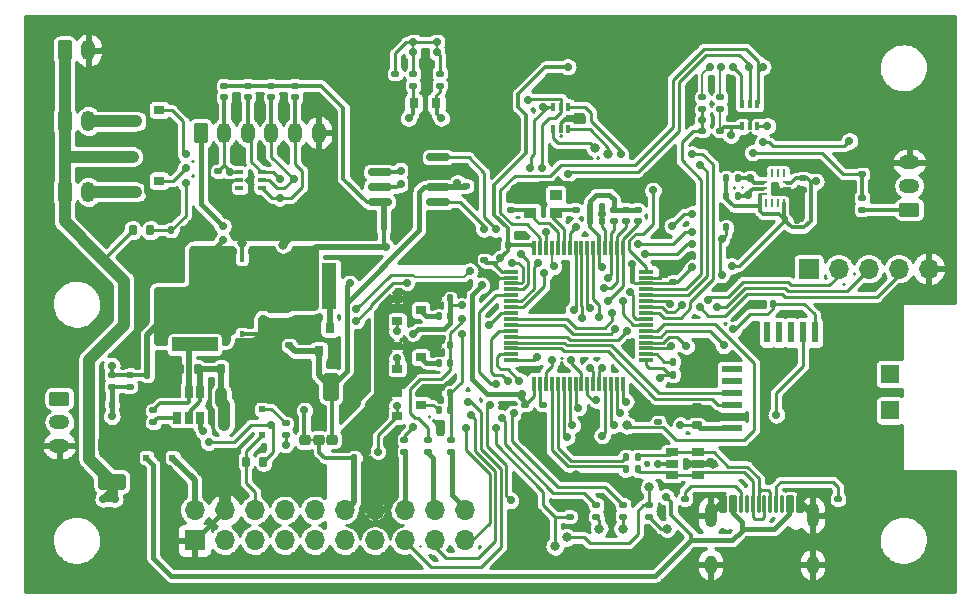
<source format=gbr>
%TF.GenerationSoftware,KiCad,Pcbnew,(5.99.0-9885-g7a8abcadd2)*%
%TF.CreationDate,2021-03-24T01:14:47-05:00*%
%TF.ProjectId,24_control_board,32345f63-6f6e-4747-926f-6c5f626f6172,rev?*%
%TF.SameCoordinates,Original*%
%TF.FileFunction,Copper,L2,Bot*%
%TF.FilePolarity,Positive*%
%FSLAX46Y46*%
G04 Gerber Fmt 4.6, Leading zero omitted, Abs format (unit mm)*
G04 Created by KiCad (PCBNEW (5.99.0-9885-g7a8abcadd2)) date 2021-03-24 01:14:47*
%MOMM*%
%LPD*%
G01*
G04 APERTURE LIST*
G04 Aperture macros list*
%AMRoundRect*
0 Rectangle with rounded corners*
0 $1 Rounding radius*
0 $2 $3 $4 $5 $6 $7 $8 $9 X,Y pos of 4 corners*
0 Add a 4 corners polygon primitive as box body*
4,1,4,$2,$3,$4,$5,$6,$7,$8,$9,$2,$3,0*
0 Add four circle primitives for the rounded corners*
1,1,$1+$1,$2,$3*
1,1,$1+$1,$4,$5*
1,1,$1+$1,$6,$7*
1,1,$1+$1,$8,$9*
0 Add four rect primitives between the rounded corners*
20,1,$1+$1,$2,$3,$4,$5,0*
20,1,$1+$1,$4,$5,$6,$7,0*
20,1,$1+$1,$6,$7,$8,$9,0*
20,1,$1+$1,$8,$9,$2,$3,0*%
G04 Aperture macros list end*
%TA.AperFunction,EtchedComponent*%
%ADD10C,0.150000*%
%TD*%
%TA.AperFunction,ComponentPad*%
%ADD11R,1.700000X1.700000*%
%TD*%
%TA.AperFunction,ComponentPad*%
%ADD12O,1.700000X1.700000*%
%TD*%
%TA.AperFunction,ComponentPad*%
%ADD13RoundRect,0.250000X-0.350000X-0.625000X0.350000X-0.625000X0.350000X0.625000X-0.350000X0.625000X0*%
%TD*%
%TA.AperFunction,ComponentPad*%
%ADD14O,1.200000X1.750000*%
%TD*%
%TA.AperFunction,ComponentPad*%
%ADD15RoundRect,0.250000X0.625000X-0.350000X0.625000X0.350000X-0.625000X0.350000X-0.625000X-0.350000X0*%
%TD*%
%TA.AperFunction,ComponentPad*%
%ADD16O,1.750000X1.200000*%
%TD*%
%TA.AperFunction,SMDPad,CuDef*%
%ADD17R,0.500000X0.500000*%
%TD*%
%TA.AperFunction,SMDPad,CuDef*%
%ADD18RoundRect,0.125000X0.175000X-0.125000X0.175000X0.125000X-0.175000X0.125000X-0.175000X-0.125000X0*%
%TD*%
%TA.AperFunction,ComponentPad*%
%ADD19RoundRect,0.250000X-0.625000X0.350000X-0.625000X-0.350000X0.625000X-0.350000X0.625000X0.350000X0*%
%TD*%
%TA.AperFunction,SMDPad,CuDef*%
%ADD20RoundRect,0.150000X-0.150000X-0.300000X0.150000X-0.300000X0.150000X0.300000X-0.150000X0.300000X0*%
%TD*%
%TA.AperFunction,SMDPad,CuDef*%
%ADD21RoundRect,0.125000X-0.175000X0.125000X-0.175000X-0.125000X0.175000X-0.125000X0.175000X0.125000X0*%
%TD*%
%TA.AperFunction,SMDPad,CuDef*%
%ADD22RoundRect,0.150000X0.150000X0.300000X-0.150000X0.300000X-0.150000X-0.300000X0.150000X-0.300000X0*%
%TD*%
%TA.AperFunction,SMDPad,CuDef*%
%ADD23RoundRect,0.250000X0.412500X0.925000X-0.412500X0.925000X-0.412500X-0.925000X0.412500X-0.925000X0*%
%TD*%
%TA.AperFunction,SMDPad,CuDef*%
%ADD24RoundRect,0.125000X-0.125000X-0.175000X0.125000X-0.175000X0.125000X0.175000X-0.125000X0.175000X0*%
%TD*%
%TA.AperFunction,SMDPad,CuDef*%
%ADD25RoundRect,0.150000X0.300000X-0.150000X0.300000X0.150000X-0.300000X0.150000X-0.300000X-0.150000X0*%
%TD*%
%TA.AperFunction,SMDPad,CuDef*%
%ADD26RoundRect,0.125000X0.125000X0.175000X-0.125000X0.175000X-0.125000X-0.175000X0.125000X-0.175000X0*%
%TD*%
%TA.AperFunction,SMDPad,CuDef*%
%ADD27R,0.400000X0.650000*%
%TD*%
%TA.AperFunction,SMDPad,CuDef*%
%ADD28R,0.650000X0.400000*%
%TD*%
%TA.AperFunction,SMDPad,CuDef*%
%ADD29R,0.450000X0.600000*%
%TD*%
%TA.AperFunction,SMDPad,CuDef*%
%ADD30R,0.800000X0.900000*%
%TD*%
%TA.AperFunction,SMDPad,CuDef*%
%ADD31RoundRect,0.150000X0.150000X-0.175000X0.150000X0.175000X-0.150000X0.175000X-0.150000X-0.175000X0*%
%TD*%
%TA.AperFunction,SMDPad,CuDef*%
%ADD32R,1.200000X3.900000*%
%TD*%
%TA.AperFunction,SMDPad,CuDef*%
%ADD33R,3.900000X1.200000*%
%TD*%
%TA.AperFunction,SMDPad,CuDef*%
%ADD34R,0.900000X0.800000*%
%TD*%
%TA.AperFunction,SMDPad,CuDef*%
%ADD35R,0.650000X1.060000*%
%TD*%
%TA.AperFunction,SMDPad,CuDef*%
%ADD36RoundRect,0.150000X0.825000X0.150000X-0.825000X0.150000X-0.825000X-0.150000X0.825000X-0.150000X0*%
%TD*%
%TA.AperFunction,SMDPad,CuDef*%
%ADD37R,0.250000X0.675000*%
%TD*%
%TA.AperFunction,SMDPad,CuDef*%
%ADD38R,0.675000X0.250000*%
%TD*%
%TA.AperFunction,SMDPad,CuDef*%
%ADD39R,1.000000X0.900000*%
%TD*%
%TA.AperFunction,SMDPad,CuDef*%
%ADD40R,1.800000X0.600000*%
%TD*%
%TA.AperFunction,SMDPad,CuDef*%
%ADD41R,0.600000X1.800000*%
%TD*%
%TA.AperFunction,SMDPad,CuDef*%
%ADD42R,1.600000X1.600000*%
%TD*%
%TA.AperFunction,SMDPad,CuDef*%
%ADD43R,0.300000X1.300480*%
%TD*%
%TA.AperFunction,SMDPad,CuDef*%
%ADD44R,1.300480X0.300000*%
%TD*%
%TA.AperFunction,SMDPad,CuDef*%
%ADD45RoundRect,0.225000X-0.250000X-0.225000X0.250000X-0.225000X0.250000X0.225000X-0.250000X0.225000X0*%
%TD*%
%TA.AperFunction,SMDPad,CuDef*%
%ADD46RoundRect,0.075000X0.225000X0.650000X-0.225000X0.650000X-0.225000X-0.650000X0.225000X-0.650000X0*%
%TD*%
%TA.AperFunction,SMDPad,CuDef*%
%ADD47RoundRect,0.075000X0.075000X0.650000X-0.075000X0.650000X-0.075000X-0.650000X0.075000X-0.650000X0*%
%TD*%
%TA.AperFunction,ComponentPad*%
%ADD48O,1.000000X2.100000*%
%TD*%
%TA.AperFunction,ComponentPad*%
%ADD49O,1.000000X1.600000*%
%TD*%
%TA.AperFunction,SMDPad,CuDef*%
%ADD50RoundRect,0.250000X0.925000X-0.412500X0.925000X0.412500X-0.925000X0.412500X-0.925000X-0.412500X0*%
%TD*%
%TA.AperFunction,SMDPad,CuDef*%
%ADD51R,1.060000X0.650000*%
%TD*%
%TA.AperFunction,ViaPad*%
%ADD52C,0.700000*%
%TD*%
%TA.AperFunction,ViaPad*%
%ADD53C,0.800000*%
%TD*%
%TA.AperFunction,Conductor*%
%ADD54C,0.250000*%
%TD*%
%TA.AperFunction,Conductor*%
%ADD55C,0.300000*%
%TD*%
%TA.AperFunction,Conductor*%
%ADD56C,0.500000*%
%TD*%
%TA.AperFunction,Conductor*%
%ADD57C,0.400000*%
%TD*%
%TA.AperFunction,Conductor*%
%ADD58C,0.200000*%
%TD*%
%TA.AperFunction,Conductor*%
%ADD59C,1.000000*%
%TD*%
%TA.AperFunction,Conductor*%
%ADD60C,0.254000*%
%TD*%
%TA.AperFunction,NonConductor*%
%ADD61C,0.254000*%
%TD*%
G04 APERTURE END LIST*
D10*
%TO.C,JP701*%
X124500000Y-73450000D02*
X124500000Y-73050000D01*
%TO.C,JP702*%
X126500000Y-73450000D02*
X126500000Y-73050000D01*
%TO.C,JP901*%
X115725000Y-106500000D02*
X116125000Y-106500000D01*
%TD*%
D11*
%TO.P,J501,1,Pin_1*%
%TO.N,/Microcontroller/PC15*%
X158000000Y-92000000D03*
D12*
%TO.P,J501,2,Pin_2*%
%TO.N,/Microcontroller/PB3*%
X160540000Y-92000000D03*
%TO.P,J501,3,Pin_3*%
%TO.N,/Microcontroller/PC12*%
X163080000Y-92000000D03*
%TO.P,J501,4,Pin_4*%
%TO.N,/Microcontroller/PB4*%
X165620000Y-92000000D03*
%TO.P,J501,5,Pin_5*%
%TO.N,GND*%
X168160000Y-92000000D03*
%TD*%
D13*
%TO.P,J601,1,Pin_1*%
%TO.N,+12V*%
X95000000Y-73500000D03*
D14*
%TO.P,J601,2,Pin_2*%
%TO.N,GND*%
X97000000Y-73500000D03*
%TD*%
D15*
%TO.P,K101,1,Pin_1*%
%TO.N,Net-(K101-Pad1)*%
X166500000Y-87000000D03*
D16*
%TO.P,K101,2,Pin_2*%
%TO.N,Net-(JP101-Pad2)*%
X166500000Y-85000000D03*
%TO.P,K101,3,Pin_3*%
%TO.N,GND*%
X166500000Y-83000000D03*
%TD*%
D13*
%TO.P,J602,1,Pin_1*%
%TO.N,+12V*%
X95000000Y-85500000D03*
D14*
%TO.P,J602,2,Pin_2*%
%TO.N,Net-(J602-Pad2)*%
X97000000Y-85500000D03*
%TD*%
D13*
%TO.P,J603,1,Pin_1*%
%TO.N,+12V*%
X95000000Y-79500000D03*
D14*
%TO.P,J603,2,Pin_2*%
%TO.N,Net-(J603-Pad2)*%
X97000000Y-79500000D03*
%TD*%
D17*
%TO.P,D1,1,K*%
%TO.N,/power_stage/12V_EN*%
X111700000Y-106100000D03*
%TO.P,D1,2,A*%
%TO.N,Net-(D1-Pad2)*%
X111700000Y-103900000D03*
%TD*%
D18*
%TO.P,R2,1*%
%TO.N,/Microcontroller/SW_EN*%
X113700000Y-106100000D03*
%TO.P,R2,2*%
%TO.N,Net-(D1-Pad2)*%
X113700000Y-105100000D03*
%TD*%
D13*
%TO.P,P104,1,Pin_1*%
%TO.N,Net-(JP102-Pad2)*%
X106500000Y-80500000D03*
D14*
%TO.P,P104,2,Pin_2*%
%TO.N,/Microcontroller/TEMP_MOTOR*%
X108500000Y-80500000D03*
%TO.P,P104,3,Pin_3*%
%TO.N,/Microcontroller/HALL_1*%
X110500000Y-80500000D03*
%TO.P,P104,4,Pin_4*%
%TO.N,/Microcontroller/HALL_2*%
X112500000Y-80500000D03*
%TO.P,P104,5,Pin_5*%
%TO.N,/Microcontroller/HALL_3*%
X114500000Y-80500000D03*
%TO.P,P104,6,Pin_6*%
%TO.N,GND*%
X116500000Y-80500000D03*
%TD*%
D19*
%TO.P,K1,1,Pin_1*%
%TO.N,/Microcontroller/SW_SNS*%
X94550000Y-103000000D03*
D16*
%TO.P,K1,2,Pin_2*%
%TO.N,+3V3*%
X94550000Y-105000000D03*
%TO.P,K1,3,Pin_3*%
%TO.N,GND*%
X94550000Y-107000000D03*
%TD*%
D20*
%TO.P,R3,1*%
%TO.N,/power_stage/12V_EN*%
X110330000Y-108330000D03*
%TO.P,R3,2*%
%TO.N,/Microcontroller/SW_SNS*%
X111830000Y-108330000D03*
%TD*%
D21*
%TO.P,C101,1*%
%TO.N,GND*%
X162500000Y-83000000D03*
%TO.P,C101,2*%
%TO.N,/servo*%
X162500000Y-84000000D03*
%TD*%
D18*
%TO.P,C102,1*%
%TO.N,GND*%
X108000000Y-84750000D03*
%TO.P,C102,2*%
%TO.N,/Microcontroller/TEMP_MOTOR*%
X108000000Y-83750000D03*
%TD*%
D20*
%TO.P,C201,1*%
%TO.N,+12V*%
X108250000Y-102500000D03*
%TO.P,C201,2*%
%TO.N,GND*%
X109750000Y-102500000D03*
%TD*%
D21*
%TO.P,C202,1*%
%TO.N,+3V3*%
X112500000Y-95500000D03*
%TO.P,C202,2*%
%TO.N,GND*%
X112500000Y-96500000D03*
%TD*%
D22*
%TO.P,C203,1*%
%TO.N,+12V*%
X106250000Y-100500000D03*
%TO.P,C203,2*%
%TO.N,GND*%
X104750000Y-100500000D03*
%TD*%
D18*
%TO.P,C204,1*%
%TO.N,+5V*%
X114000000Y-98500000D03*
%TO.P,C204,2*%
%TO.N,GND*%
X114000000Y-97500000D03*
%TD*%
D21*
%TO.P,C205,1*%
%TO.N,Net-(C205-Pad1)*%
X102500000Y-104000000D03*
%TO.P,C205,2*%
%TO.N,Net-(C205-Pad2)*%
X102500000Y-105000000D03*
%TD*%
D23*
%TO.P,C206,1*%
%TO.N,+5V*%
X117537500Y-102000000D03*
%TO.P,C206,2*%
%TO.N,GND*%
X114462500Y-102000000D03*
%TD*%
D24*
%TO.P,C207,1*%
%TO.N,+3V3*%
X102000000Y-101000000D03*
%TO.P,C207,2*%
%TO.N,GND*%
X103000000Y-101000000D03*
%TD*%
%TO.P,C208,1*%
%TO.N,+3V3*%
X102000000Y-99500000D03*
%TO.P,C208,2*%
%TO.N,GND*%
X103000000Y-99500000D03*
%TD*%
D23*
%TO.P,C209,1*%
%TO.N,+3V3*%
X107037500Y-92000000D03*
%TO.P,C209,2*%
%TO.N,GND*%
X103962500Y-92000000D03*
%TD*%
D21*
%TO.P,C210,1*%
%TO.N,+3V3*%
X100500000Y-101000000D03*
%TO.P,C210,2*%
%TO.N,Net-(C210-Pad2)*%
X100500000Y-102000000D03*
%TD*%
D25*
%TO.P,C301,1*%
%TO.N,+3V3*%
X148500000Y-105250000D03*
%TO.P,C301,2*%
%TO.N,GND*%
X148500000Y-103750000D03*
%TD*%
D18*
%TO.P,C501,1*%
%TO.N,GND*%
X135500000Y-104500000D03*
%TO.P,C501,2*%
%TO.N,/Microcontroller/VCAP2*%
X135500000Y-103500000D03*
%TD*%
D24*
%TO.P,C502,1*%
%TO.N,GNDA*%
X139500000Y-88000000D03*
%TO.P,C502,2*%
%TO.N,+3.3VA*%
X140500000Y-88000000D03*
%TD*%
D26*
%TO.P,C503,1*%
%TO.N,GND*%
X147500000Y-99875000D03*
%TO.P,C503,2*%
%TO.N,/Microcontroller/VCAP1*%
X146500000Y-99875000D03*
%TD*%
D24*
%TO.P,C504,1*%
%TO.N,GNDA*%
X139500000Y-86750000D03*
%TO.P,C504,2*%
%TO.N,+3.3VA*%
X140500000Y-86750000D03*
%TD*%
D18*
%TO.P,C505,1*%
%TO.N,/Microcontroller/XOSC_0*%
X132750000Y-87000000D03*
%TO.P,C505,2*%
%TO.N,GND*%
X132750000Y-86000000D03*
%TD*%
D26*
%TO.P,C506,1*%
%TO.N,GND*%
X152000000Y-88500000D03*
%TO.P,C506,2*%
%TO.N,NRST*%
X151000000Y-88500000D03*
%TD*%
D18*
%TO.P,C507,1*%
%TO.N,/Microcontroller/XOSC_1*%
X138250000Y-87000000D03*
%TO.P,C507,2*%
%TO.N,GND*%
X138250000Y-86000000D03*
%TD*%
%TO.P,C508,1*%
%TO.N,GND*%
X130500000Y-92300000D03*
%TO.P,C508,2*%
%TO.N,+3V3*%
X130500000Y-91300000D03*
%TD*%
D21*
%TO.P,C509,1*%
%TO.N,GND*%
X146500000Y-92125000D03*
%TO.P,C509,2*%
%TO.N,+3V3*%
X146500000Y-93125000D03*
%TD*%
D24*
%TO.P,C510,1*%
%TO.N,GND*%
X131500000Y-90000000D03*
%TO.P,C510,2*%
%TO.N,+3V3*%
X132500000Y-90000000D03*
%TD*%
D18*
%TO.P,C511,1*%
%TO.N,GND*%
X134000000Y-104500000D03*
%TO.P,C511,2*%
%TO.N,+3V3*%
X134000000Y-103500000D03*
%TD*%
D26*
%TO.P,C512,1*%
%TO.N,GND*%
X147500000Y-101000000D03*
%TO.P,C512,2*%
%TO.N,+3V3*%
X146500000Y-101000000D03*
%TD*%
D21*
%TO.P,C701,1*%
%TO.N,/CAN_tranciever/can_capterm*%
X123000000Y-75500000D03*
%TO.P,C701,2*%
%TO.N,GND*%
X123000000Y-76500000D03*
%TD*%
D18*
%TO.P,C702,1*%
%TO.N,+5V*%
X129000000Y-85000000D03*
%TO.P,C702,2*%
%TO.N,GND*%
X129000000Y-84000000D03*
%TD*%
D24*
%TO.P,C703,1*%
%TO.N,+3V3*%
X122000000Y-88500000D03*
%TO.P,C703,2*%
%TO.N,GND*%
X123000000Y-88500000D03*
%TD*%
D26*
%TO.P,C801,1*%
%TO.N,GND*%
X157012480Y-87849990D03*
%TO.P,C801,2*%
%TO.N,+3V3*%
X156012480Y-87849990D03*
%TD*%
D18*
%TO.P,C802,1*%
%TO.N,GND*%
X157512480Y-85349990D03*
%TO.P,C802,2*%
%TO.N,+3V3*%
X157512480Y-84349990D03*
%TD*%
D24*
%TO.P,C901,1*%
%TO.N,/power_stage/isense_pwr*%
X119500000Y-108000000D03*
%TO.P,C901,2*%
%TO.N,GNDA*%
X120500000Y-108000000D03*
%TD*%
D18*
%TO.P,C902,1*%
%TO.N,/Microcontroller/ADC_TEMP*%
X145250000Y-105000000D03*
%TO.P,C902,2*%
%TO.N,GND*%
X145250000Y-104000000D03*
%TD*%
D20*
%TO.P,C907,1*%
%TO.N,+12V*%
X108250000Y-100500000D03*
%TO.P,C907,2*%
%TO.N,GND*%
X109750000Y-100500000D03*
%TD*%
%TO.P,C909,1*%
%TO.N,+12V*%
X100750000Y-82500000D03*
%TO.P,C909,2*%
%TO.N,GND*%
X102250000Y-82500000D03*
%TD*%
D26*
%TO.P,C1001,1*%
%TO.N,/Microcontroller/PHASE_CURRENT_1_ADC*%
X127650000Y-96000000D03*
%TO.P,C1001,2*%
%TO.N,Net-(C1001-Pad2)*%
X126650000Y-96000000D03*
%TD*%
%TO.P,C1002,1*%
%TO.N,/Microcontroller/PHASE_CURRENT_2_ADC*%
X127650000Y-100000000D03*
%TO.P,C1002,2*%
%TO.N,Net-(C1002-Pad2)*%
X126650000Y-100000000D03*
%TD*%
%TO.P,C1003,1*%
%TO.N,/Microcontroller/PHASE_CURRENT_3_ADC*%
X127650000Y-104000000D03*
%TO.P,C1003,2*%
%TO.N,Net-(C1003-Pad2)*%
X126650000Y-104000000D03*
%TD*%
D18*
%TO.P,C1004,1*%
%TO.N,/Microcontroller/PHASE_CURRENT_1_ADC*%
X141500000Y-88000000D03*
%TO.P,C1004,2*%
%TO.N,GNDA*%
X141500000Y-87000000D03*
%TD*%
%TO.P,C1005,1*%
%TO.N,/Microcontroller/PHASE_CURRENT_2_ADC*%
X142500000Y-88000000D03*
%TO.P,C1005,2*%
%TO.N,GNDA*%
X142500000Y-87000000D03*
%TD*%
%TO.P,C1006,1*%
%TO.N,/Microcontroller/PHASE_CURRENT_3_ADC*%
X143500000Y-88000000D03*
%TO.P,C1006,2*%
%TO.N,GNDA*%
X143500000Y-87000000D03*
%TD*%
D27*
%TO.P,D102,1,K*%
%TO.N,/Microcontroller/ADC_THROTTLE*%
X153650000Y-79950000D03*
%TO.P,D102,2,A*%
%TO.N,GND*%
X153000000Y-79950000D03*
%TO.P,D102,3,K*%
%TO.N,/Microcontroller/ADC_REGEN*%
X152350000Y-79950000D03*
%TO.P,D102,4,K*%
%TO.N,/Microcontroller/REVERSE_SW*%
X152350000Y-78050000D03*
%TO.P,D102,5,K*%
%TO.N,/Microcontroller/BRAKE_SW*%
X153000000Y-78050000D03*
%TO.P,D102,6,K*%
%TO.N,/Microcontroller/PWR-CRUISE*%
X153650000Y-78050000D03*
%TD*%
D28*
%TO.P,D103,1,K*%
%TO.N,unconnected-(D103-Pad1)*%
X109800000Y-85150000D03*
%TO.P,D103,2,A*%
%TO.N,GND*%
X109800000Y-84500000D03*
%TO.P,D103,3,K*%
%TO.N,/Microcontroller/TEMP_MOTOR*%
X109800000Y-83850000D03*
%TO.P,D103,4,K*%
%TO.N,/Microcontroller/HALL_1*%
X111700000Y-83850000D03*
%TO.P,D103,5,K*%
%TO.N,/Microcontroller/HALL_2*%
X111700000Y-84500000D03*
%TO.P,D103,6,K*%
%TO.N,/Microcontroller/HALL_3*%
X111700000Y-85150000D03*
%TD*%
D29*
%TO.P,D201,1,A1*%
%TO.N,+3V3*%
X110000000Y-95450000D03*
%TO.P,D201,2,A2*%
%TO.N,GND*%
X110000000Y-97550000D03*
%TD*%
D27*
%TO.P,D504,1,K*%
%TO.N,/6DOF IMU/IMU_SCL*%
X137650000Y-80200000D03*
%TO.P,D504,2,A*%
%TO.N,GND*%
X137000000Y-80200000D03*
%TO.P,D504,3,K*%
%TO.N,/6DOF IMU/IMU_SDA*%
X136350000Y-80200000D03*
%TO.P,D504,4,K*%
%TO.N,/Microcontroller/USART1_TX*%
X136350000Y-78300000D03*
%TO.P,D504,5,K*%
%TO.N,/Microcontroller/USART1_RX*%
X137000000Y-78300000D03*
%TO.P,D504,6,K*%
%TO.N,/servo*%
X137650000Y-78300000D03*
%TD*%
D30*
%TO.P,D701,1,K*%
%TO.N,/CAN_tranciever/CANH*%
X124550000Y-78000000D03*
%TO.P,D701,2,K*%
%TO.N,/CAN_tranciever/CANL*%
X126450000Y-78000000D03*
%TO.P,D701,3,A*%
%TO.N,GND*%
X125500000Y-80000000D03*
%TD*%
D31*
%TO.P,JP701,1,1*%
%TO.N,/CAN_tranciever/canh_term*%
X124500000Y-73675000D03*
%TO.P,JP701,2,2*%
%TO.N,/CAN_tranciever/can_capterm*%
X124500000Y-72825000D03*
%TD*%
%TO.P,JP702,1,1*%
%TO.N,/CAN_tranciever/canl_term*%
X126500000Y-73675000D03*
%TO.P,JP702,2,2*%
%TO.N,/CAN_tranciever/can_capterm*%
X126500000Y-72825000D03*
%TD*%
D32*
%TO.P,L201,1,1*%
%TO.N,Net-(L201-Pad1)*%
X117400000Y-93500000D03*
%TO.P,L201,2,2*%
%TO.N,+3V3*%
X114600000Y-93500000D03*
%TD*%
D33*
%TO.P,L202,1,1*%
%TO.N,+3V3*%
X106000000Y-95600000D03*
%TO.P,L202,2,2*%
%TO.N,Net-(C205-Pad1)*%
X106000000Y-98400000D03*
%TD*%
D34*
%TO.P,Q601,1,G*%
%TO.N,/AUX PWM OUT/aux1_pwm_in*%
X103000000Y-84550000D03*
%TO.P,Q601,2,S*%
%TO.N,GND*%
X103000000Y-86450000D03*
%TO.P,Q601,3,D*%
%TO.N,Net-(J602-Pad2)*%
X101000000Y-85500000D03*
%TD*%
%TO.P,Q602,1,G*%
%TO.N,/AUX PWM OUT/aux2_pwm_in*%
X103000000Y-78560000D03*
%TO.P,Q602,2,S*%
%TO.N,GND*%
X103000000Y-80460000D03*
%TO.P,Q602,3,D*%
%TO.N,Net-(J603-Pad2)*%
X101000000Y-79510000D03*
%TD*%
%TO.P,Q1001,1,G*%
%TO.N,/Microcontroller/PHASE_FILTER_CTL*%
X123150000Y-96450000D03*
%TO.P,Q1001,2,S*%
%TO.N,GNDA*%
X123150000Y-94550000D03*
%TO.P,Q1001,3,D*%
%TO.N,Net-(C1001-Pad2)*%
X125150000Y-95500000D03*
%TD*%
%TO.P,Q1002,1,G*%
%TO.N,/Microcontroller/PHASE_FILTER_CTL*%
X123150000Y-100450000D03*
%TO.P,Q1002,2,S*%
%TO.N,GNDA*%
X123150000Y-98550000D03*
%TO.P,Q1002,3,D*%
%TO.N,Net-(C1002-Pad2)*%
X125150000Y-99500000D03*
%TD*%
%TO.P,Q1003,1,G*%
%TO.N,/Microcontroller/PHASE_FILTER_CTL*%
X123150000Y-104450000D03*
%TO.P,Q1003,2,S*%
%TO.N,GNDA*%
X123150000Y-102550000D03*
%TO.P,Q1003,3,D*%
%TO.N,Net-(C1003-Pad2)*%
X125150000Y-103500000D03*
%TD*%
D18*
%TO.P,R101,1*%
%TO.N,/Microcontroller/ADC_THROTTLE*%
X149000000Y-78500000D03*
%TO.P,R101,2*%
%TO.N,/ADC_THROTTLE_R*%
X149000000Y-77500000D03*
%TD*%
D21*
%TO.P,R102,1*%
%TO.N,/servo*%
X162500000Y-86000000D03*
%TO.P,R102,2*%
%TO.N,Net-(K101-Pad1)*%
X162500000Y-87000000D03*
%TD*%
D18*
%TO.P,R103,1*%
%TO.N,/Microcontroller/ADC_REGEN*%
X150500000Y-78500000D03*
%TO.P,R103,2*%
%TO.N,/ADC_REGEN_R*%
X150500000Y-77500000D03*
%TD*%
D21*
%TO.P,R104,1*%
%TO.N,/Microcontroller/ADC_THROTTLE*%
X149000000Y-80300000D03*
%TO.P,R104,2*%
%TO.N,GND*%
X149000000Y-81300000D03*
%TD*%
%TO.P,R105,1*%
%TO.N,/Microcontroller/ADC_REGEN*%
X150500000Y-80300000D03*
%TO.P,R105,2*%
%TO.N,GND*%
X150500000Y-81300000D03*
%TD*%
D18*
%TO.P,R106,1*%
%TO.N,/Microcontroller/HALL_1*%
X110500000Y-77500000D03*
%TO.P,R106,2*%
%TO.N,+3V3*%
X110500000Y-76500000D03*
%TD*%
%TO.P,R107,1*%
%TO.N,/Microcontroller/HALL_2*%
X112500000Y-77500000D03*
%TO.P,R107,2*%
%TO.N,+3V3*%
X112500000Y-76500000D03*
%TD*%
%TO.P,R108,1*%
%TO.N,/Microcontroller/HALL_3*%
X114500000Y-77500000D03*
%TO.P,R108,2*%
%TO.N,+3V3*%
X114500000Y-76500000D03*
%TD*%
%TO.P,R109,1*%
%TO.N,/Microcontroller/TEMP_MOTOR*%
X108500000Y-77500000D03*
%TO.P,R109,2*%
%TO.N,+3V3*%
X108500000Y-76500000D03*
%TD*%
D21*
%TO.P,R201,1*%
%TO.N,+3V3*%
X99000000Y-101000000D03*
%TO.P,R201,2*%
%TO.N,Net-(C210-Pad2)*%
X99000000Y-102000000D03*
%TD*%
D24*
%TO.P,R202,1*%
%TO.N,Net-(C210-Pad2)*%
X99000000Y-103500000D03*
%TO.P,R202,2*%
%TO.N,GND*%
X100000000Y-103500000D03*
%TD*%
%TO.P,R401,1*%
%TO.N,/Microcontroller/USB_DM*%
X142500000Y-107930000D03*
%TO.P,R401,2*%
%TO.N,Net-(J401-PadA7)*%
X143500000Y-107930000D03*
%TD*%
%TO.P,R402,1*%
%TO.N,/Microcontroller/USB_DP*%
X142500000Y-109000000D03*
%TO.P,R402,2*%
%TO.N,Net-(J401-PadA6)*%
X143500000Y-109000000D03*
%TD*%
D21*
%TO.P,R403,1*%
%TO.N,Net-(J401-PadB5)*%
X147500000Y-111500000D03*
%TO.P,R403,2*%
%TO.N,GND*%
X147500000Y-112500000D03*
%TD*%
%TO.P,R404,1*%
%TO.N,Net-(J401-PadA5)*%
X160500000Y-111500000D03*
%TO.P,R404,2*%
%TO.N,GND*%
X160500000Y-112500000D03*
%TD*%
D18*
%TO.P,R501,1*%
%TO.N,/Microcontroller/LED_BL_R*%
X144500000Y-113000000D03*
%TO.P,R501,2*%
%TO.N,+3V3*%
X144500000Y-112000000D03*
%TD*%
%TO.P,R502,1*%
%TO.N,/Microcontroller/LED_GN_R*%
X142250000Y-113000000D03*
%TO.P,R502,2*%
%TO.N,/Microcontroller/LED_GREEN*%
X142250000Y-112000000D03*
%TD*%
%TO.P,R503,1*%
%TO.N,/Microcontroller/LED_RD_R*%
X140000000Y-113000000D03*
%TO.P,R503,2*%
%TO.N,/Microcontroller/LED_RED*%
X140000000Y-112000000D03*
%TD*%
%TO.P,R504,1*%
%TO.N,/Microcontroller/USR_BTN-DFU_BOOT*%
X137750000Y-113000000D03*
%TO.P,R504,2*%
%TO.N,GND*%
X137750000Y-112000000D03*
%TD*%
%TO.P,R701,1*%
%TO.N,/CAN_tranciever/CANH*%
X124500000Y-76500000D03*
%TO.P,R701,2*%
%TO.N,/CAN_tranciever/canh_term*%
X124500000Y-75500000D03*
%TD*%
%TO.P,R702,1*%
%TO.N,/CAN_tranciever/CANL*%
X126750000Y-76500000D03*
%TO.P,R702,2*%
%TO.N,/CAN_tranciever/canl_term*%
X126750000Y-75500000D03*
%TD*%
D26*
%TO.P,R801,1*%
%TO.N,/6DOF IMU/IMU_SDA*%
X152012480Y-84349990D03*
%TO.P,R801,2*%
%TO.N,+3V3*%
X151012480Y-84349990D03*
%TD*%
%TO.P,R802,1*%
%TO.N,/6DOF IMU/IMU_SCL*%
X152012480Y-85849990D03*
%TO.P,R802,2*%
%TO.N,+3V3*%
X151012480Y-85849990D03*
%TD*%
D22*
%TO.P,R901,1*%
%TO.N,/Microcontroller/gdrv_vsense*%
X102250000Y-88750000D03*
%TO.P,R901,2*%
%TO.N,+12V*%
X100750000Y-88750000D03*
%TD*%
D24*
%TO.P,R902,1*%
%TO.N,/Microcontroller/gdrv_vsense*%
X104000000Y-88750000D03*
%TO.P,R902,2*%
%TO.N,GND*%
X105000000Y-88750000D03*
%TD*%
D21*
%TO.P,R1001,1*%
%TO.N,/Microcontroller/PHASE_CURRENT_1_ADC*%
X123750000Y-106500000D03*
%TO.P,R1001,2*%
%TO.N,/Phase filters/IN_A*%
X123750000Y-107500000D03*
%TD*%
%TO.P,R1002,1*%
%TO.N,/Microcontroller/PHASE_CURRENT_2_ADC*%
X125750000Y-106500000D03*
%TO.P,R1002,2*%
%TO.N,/Phase filters/IN_B*%
X125750000Y-107500000D03*
%TD*%
%TO.P,R1003,1*%
%TO.N,/Microcontroller/PHASE_CURRENT_3_ADC*%
X127750000Y-106500000D03*
%TO.P,R1003,2*%
%TO.N,/Phase filters/IN_C*%
X127750000Y-107500000D03*
%TD*%
D30*
%TO.P,U201,1,GND*%
%TO.N,GND*%
X115550000Y-97000000D03*
%TO.P,U201,2,LX*%
%TO.N,Net-(L201-Pad1)*%
X117450000Y-97000000D03*
%TO.P,U201,3,VOUT*%
%TO.N,+5V*%
X116500000Y-99000000D03*
%TD*%
D35*
%TO.P,U202,1,GND*%
%TO.N,GND*%
X104550000Y-102400000D03*
%TO.P,U202,2,SW*%
%TO.N,Net-(C205-Pad1)*%
X105500000Y-102400000D03*
%TO.P,U202,3,VIN*%
%TO.N,+12V*%
X106450000Y-102400000D03*
%TO.P,U202,4,VFB*%
%TO.N,Net-(C210-Pad2)*%
X106450000Y-104600000D03*
%TO.P,U202,5,EN*%
%TO.N,+12V*%
X105500000Y-104600000D03*
%TO.P,U202,6,VBST*%
%TO.N,Net-(C205-Pad2)*%
X104550000Y-104600000D03*
%TD*%
D36*
%TO.P,U701,1,TXD*%
%TO.N,/CAN_tranciever/CAN_TX*%
X126615000Y-82565000D03*
%TO.P,U701,2,GND*%
%TO.N,GND*%
X126615000Y-83835000D03*
%TO.P,U701,3,VCC*%
%TO.N,+5V*%
X126615000Y-85105000D03*
%TO.P,U701,4,RXD*%
%TO.N,/CAN_tranciever/CAN_RX*%
X126615000Y-86375000D03*
%TO.P,U701,5,VIO*%
%TO.N,+3V3*%
X121665000Y-86375000D03*
%TO.P,U701,6,CANL*%
%TO.N,/CAN_tranciever/CANL*%
X121665000Y-85105000D03*
%TO.P,U701,7,CANH*%
%TO.N,/CAN_tranciever/CANH*%
X121665000Y-83835000D03*
%TO.P,U701,8,S*%
%TO.N,GND*%
X121665000Y-82565000D03*
%TD*%
D37*
%TO.P,U801,1,SDO*%
%TO.N,GND*%
X154362480Y-83937490D03*
%TO.P,U801,2,ASDx*%
%TO.N,unconnected-(U801-Pad2)*%
X154862480Y-83937490D03*
%TO.P,U801,3,ASCx*%
%TO.N,unconnected-(U801-Pad3)*%
X155362480Y-83937490D03*
%TO.P,U801,4,INT1*%
%TO.N,unconnected-(U801-Pad4)*%
X155862480Y-83937490D03*
D38*
%TO.P,U801,5,VDDIO*%
%TO.N,+3V3*%
X156124980Y-84699990D03*
%TO.P,U801,6,GNDIO*%
%TO.N,GND*%
X156124980Y-85199990D03*
%TO.P,U801,7,GND*%
X156124980Y-85699990D03*
D37*
%TO.P,U801,8,VDD*%
%TO.N,+3V3*%
X155862480Y-86462490D03*
%TO.P,U801,9,INT2*%
%TO.N,unconnected-(U801-Pad9)*%
X155362480Y-86462490D03*
%TO.P,U801,10,OCSB*%
%TO.N,unconnected-(U801-Pad10)*%
X154862480Y-86462490D03*
%TO.P,U801,11,OSDO*%
%TO.N,unconnected-(U801-Pad11)*%
X154362480Y-86462490D03*
D38*
%TO.P,U801,12,CSB*%
%TO.N,+3V3*%
X154099980Y-85699990D03*
%TO.P,U801,13,SCx*%
%TO.N,/6DOF IMU/IMU_SCL*%
X154099980Y-85199990D03*
%TO.P,U801,14,SDx*%
%TO.N,/6DOF IMU/IMU_SDA*%
X154099980Y-84699990D03*
%TD*%
D39*
%TO.P,X501,1,1*%
%TO.N,/Microcontroller/XOSC_1*%
X136575000Y-87275000D03*
%TO.P,X501,2,2*%
%TO.N,/Microcontroller/XOSC_0*%
X134425000Y-87275000D03*
%TO.P,X501,3,case*%
%TO.N,GND*%
X134425000Y-85725000D03*
%TO.P,X501,4*%
%TO.N,N/C*%
X136575000Y-85725000D03*
%TD*%
D40*
%TO.P,U301,P1,VCC*%
%TO.N,+3V3*%
X151500000Y-105500000D03*
%TO.P,U301,P2,GND*%
%TO.N,GND*%
X151500000Y-104500000D03*
%TO.P,U301,P3,RXD*%
%TO.N,/Microcontroller/USART3_TX*%
X151500000Y-103500000D03*
%TO.P,U301,P4,TXD*%
%TO.N,/Microcontroller/USART3_RX*%
X151500000Y-102500000D03*
%TO.P,U301,P5,INT*%
%TO.N,unconnected-(U301-PadP5)*%
X151500000Y-101500000D03*
%TO.P,U301,P6,TEST*%
%TO.N,unconnected-(U301-PadP6)*%
X151500000Y-100500000D03*
D41*
%TO.P,U301,P7,EN*%
%TO.N,unconnected-(U301-PadP7)*%
X154500000Y-97400000D03*
%TO.P,U301,P8,RESET*%
%TO.N,unconnected-(U301-PadP8)*%
X155500000Y-97400000D03*
%TO.P,U301,P9,NC*%
%TO.N,unconnected-(U301-PadP9)*%
X156500000Y-97400000D03*
%TO.P,U301,P10,SWDIO*%
%TO.N,/Microcontroller/BLE_SWDIO*%
X157500000Y-97400000D03*
%TO.P,U301,P11,SWDCLK*%
%TO.N,/Microcontroller/BLE_SWDCLK*%
X158500000Y-97400000D03*
%TO.P,U301,P12,GND*%
%TO.N,GND*%
X164400000Y-97400000D03*
%TO.P,U301,P13,GND*%
X165550000Y-97400000D03*
D42*
%TO.P,U301,P14,NC*%
%TO.N,unconnected-(U301-PadP14)*%
X164900000Y-100900000D03*
%TO.P,U301,P15,NC*%
%TO.N,unconnected-(U301-PadP15)*%
X164900000Y-104000000D03*
%TD*%
D43*
%TO.P,U501,1,VBAT*%
%TO.N,+3V3*%
X134750960Y-90249440D03*
%TO.P,U501,2,PC13_(RTC_AF1)*%
%TO.N,/Microcontroller/PWR-CRUISE*%
X135248800Y-90249440D03*
%TO.P,U501,3,PC14-OSC32_IN*%
%TO.N,/Microcontroller/BRAKE_SW*%
X135749180Y-90249440D03*
%TO.P,U501,4,PC15-OSC32_OUT*%
%TO.N,/Microcontroller/SW_SNS*%
X136249560Y-90249440D03*
%TO.P,U501,5,PH0-OSC_IN*%
%TO.N,/Microcontroller/XOSC_0*%
X136749940Y-90249440D03*
%TO.P,U501,6,PH1-OSC_OUT*%
%TO.N,/Microcontroller/XOSC_1*%
X137250320Y-90249440D03*
%TO.P,U501,7,NRST*%
%TO.N,NRST*%
X137750700Y-90249440D03*
%TO.P,U501,8,PC0(ADC123_IN10)*%
%TO.N,/Microcontroller/PHASE_V_1_ADC*%
X138251080Y-90249440D03*
%TO.P,U501,9,PC1(ADC123_IN11)*%
%TO.N,/Microcontroller/PHASE_V_2_ADC*%
X138748920Y-90249440D03*
%TO.P,U501,10,PC2(ADC123_IN12)*%
%TO.N,/Microcontroller/PHASE_V_3_ADC*%
X139249300Y-90249440D03*
%TO.P,U501,11,PC3(ADC123_IN13)*%
%TO.N,/Microcontroller/ADC_VBUS*%
X139749680Y-90249440D03*
%TO.P,U501,12,VSSA*%
%TO.N,GNDA*%
X140250060Y-90249440D03*
%TO.P,U501,13,VDDA*%
%TO.N,+3.3VA*%
X140750440Y-90249440D03*
%TO.P,U501,14,PA0(ADC123_IN0/WKUP)*%
%TO.N,/Microcontroller/PHASE_CURRENT_1_ADC*%
X141250820Y-90249440D03*
%TO.P,U501,15,PA1(ADC123_IN1)*%
%TO.N,/Microcontroller/PHASE_CURRENT_2_ADC*%
X141751200Y-90249440D03*
%TO.P,U501,16,PA2(ADC123_IN2)*%
%TO.N,/Microcontroller/PHASE_CURRENT_3_ADC*%
X142249040Y-90249440D03*
D44*
%TO.P,U501,17,PA3(ADC123_IN3)*%
%TO.N,/servo*%
X144250560Y-92250960D03*
%TO.P,U501,18,VSS*%
%TO.N,GND*%
X144250560Y-92748800D03*
%TO.P,U501,19,VDD*%
%TO.N,+3V3*%
X144250560Y-93249180D03*
%TO.P,U501,20,PA4(ADC12_IN4/DAC1_OUT)*%
%TO.N,/Microcontroller/ADC_THROTTLE*%
X144250560Y-93749560D03*
%TO.P,U501,21,PA5(ADC12_IN5/DAC2_OUT)*%
%TO.N,/Microcontroller/ADC_REGEN*%
X144250560Y-94249940D03*
%TO.P,U501,22,PA6(ADC12_IN6)*%
%TO.N,/AUX PWM OUT/aux1_pwm_in*%
X144250560Y-94750320D03*
%TO.P,U501,23,PA7(ADC12_IN7)*%
%TO.N,/AUX PWM OUT/aux2_pwm_in*%
X144250560Y-95250700D03*
%TO.P,U501,24,PC4(ADC12_IN14)*%
%TO.N,/Microcontroller/REVERSE_SW*%
X144250560Y-95751080D03*
%TO.P,U501,25,PC5(ADC12_IN15)*%
%TO.N,/Microcontroller/TEMP_MOTOR*%
X144250560Y-96248920D03*
%TO.P,U501,26,PB0(ADC12_IN8)*%
%TO.N,/Microcontroller/gdrv_vsense*%
X144250560Y-96749300D03*
%TO.P,U501,27,PB1(ADC12_IN9)*%
%TO.N,/Microcontroller/ADC_TEMP*%
X144250560Y-97249680D03*
%TO.P,U501,28,PB2-BOOT1*%
%TO.N,/Microcontroller/BLE_SWDCLK*%
X144250560Y-97750060D03*
%TO.P,U501,29,PB10*%
%TO.N,/6DOF IMU/IMU_SCL*%
X144250560Y-98250440D03*
%TO.P,U501,30,PB11*%
%TO.N,/6DOF IMU/IMU_SDA*%
X144250560Y-98750820D03*
%TO.P,U501,31,VCAP1*%
%TO.N,/Microcontroller/VCAP1*%
X144250560Y-99251200D03*
%TO.P,U501,32,VDD*%
%TO.N,+3V3*%
X144250560Y-99749040D03*
D43*
%TO.P,U501,33,PB12*%
%TO.N,/Microcontroller/PHASE_FILTER_CTL*%
X142249040Y-101750560D03*
%TO.P,U501,34,PB13(OTG_HS_VBUS)*%
%TO.N,/Microcontroller/L1*%
X141751200Y-101750560D03*
%TO.P,U501,35,PB14*%
%TO.N,/Microcontroller/L2*%
X141250820Y-101750560D03*
%TO.P,U501,36,PB15*%
%TO.N,/Microcontroller/L3*%
X140750440Y-101750560D03*
%TO.P,U501,37,PC6*%
%TO.N,/Microcontroller/HALL_1*%
X140250060Y-101750560D03*
%TO.P,U501,38,PC7*%
%TO.N,/Microcontroller/HALL_2*%
X139749680Y-101750560D03*
%TO.P,U501,39,PC8*%
%TO.N,/Microcontroller/HALL_3*%
X139249300Y-101750560D03*
%TO.P,U501,40,PC9*%
%TO.N,/Microcontroller/BLE_SWDIO*%
X138748920Y-101750560D03*
%TO.P,U501,41,PA8*%
%TO.N,/Microcontroller/H1*%
X138251080Y-101750560D03*
%TO.P,U501,42,PA9(OTG_FS_VBUS)*%
%TO.N,/Microcontroller/H2*%
X137750700Y-101750560D03*
%TO.P,U501,43,PA10*%
%TO.N,/Microcontroller/H3*%
X137250320Y-101750560D03*
%TO.P,U501,44,PA11*%
%TO.N,/Microcontroller/USB_DM*%
X136749940Y-101750560D03*
%TO.P,U501,45,PA12*%
%TO.N,/Microcontroller/USB_DP*%
X136249560Y-101750560D03*
%TO.P,U501,46,PA13(JTMS-SWDIO)*%
%TO.N,SWDIO*%
X135749180Y-101750560D03*
%TO.P,U501,47,VCAP2*%
%TO.N,/Microcontroller/VCAP2*%
X135248800Y-101750560D03*
%TO.P,U501,48,VDD*%
%TO.N,+3V3*%
X134750960Y-101750560D03*
D44*
%TO.P,U501,49,PA14(JTCK-SWCLK)*%
%TO.N,SWCLK*%
X132749440Y-99749040D03*
%TO.P,U501,50,PA15(JTDI)*%
%TO.N,/Microcontroller/LED_GREEN*%
X132749440Y-99251200D03*
%TO.P,U501,51,PC10*%
%TO.N,/Microcontroller/USART3_TX*%
X132749440Y-98750820D03*
%TO.P,U501,52,PC11*%
%TO.N,/Microcontroller/USART3_RX*%
X132749440Y-98250440D03*
%TO.P,U501,53,PC12*%
%TO.N,/Microcontroller/PC12*%
X132749440Y-97750060D03*
%TO.P,U501,54,PD2*%
%TO.N,/Microcontroller/LED_RED*%
X132749440Y-97249680D03*
%TO.P,U501,55,PB3(JTDO/TRACESWO)*%
%TO.N,/Microcontroller/PB3*%
X132749440Y-96749300D03*
%TO.P,U501,56,PB4(NJTRST)*%
%TO.N,/Microcontroller/PB4*%
X132749440Y-96248920D03*
%TO.P,U501,57,PB5*%
%TO.N,/Microcontroller/SW_EN*%
X132749440Y-95751080D03*
%TO.P,U501,58,PB6*%
%TO.N,/Microcontroller/USART1_TX*%
X132749440Y-95250700D03*
%TO.P,U501,59,PB7*%
%TO.N,/Microcontroller/USART1_RX*%
X132749440Y-94750320D03*
%TO.P,U501,60,BOOT0(VPP)*%
%TO.N,/Microcontroller/USR_BTN-DFU_BOOT*%
X132749440Y-94249940D03*
%TO.P,U501,61,PB8*%
%TO.N,/CAN_tranciever/CAN_TX*%
X132749440Y-93749560D03*
%TO.P,U501,62,PB9*%
%TO.N,/CAN_tranciever/CAN_RX*%
X132749440Y-93249180D03*
%TO.P,U501,63,VSS*%
%TO.N,GND*%
X132749440Y-92748800D03*
%TO.P,U501,64,VDD*%
%TO.N,+3V3*%
X132749440Y-92250960D03*
%TD*%
D45*
%TO.P,JP901,1,A*%
%TO.N,+3V3*%
X115350000Y-106500000D03*
%TO.P,JP901,2,C*%
%TO.N,/power_stage/isense_pwr*%
X116500000Y-106500000D03*
%TO.P,JP901,3,B*%
%TO.N,+5V*%
X117650000Y-106500000D03*
%TD*%
D26*
%TO.P,R1004,1*%
%TO.N,/Microcontroller/PHASE_CURRENT_1_ADC*%
X127650000Y-94500000D03*
%TO.P,R1004,2*%
%TO.N,GNDA*%
X126650000Y-94500000D03*
%TD*%
%TO.P,R1005,1*%
%TO.N,/Microcontroller/PHASE_CURRENT_2_ADC*%
X127650000Y-98500000D03*
%TO.P,R1005,2*%
%TO.N,GNDA*%
X126650000Y-98500000D03*
%TD*%
%TO.P,R1006,1*%
%TO.N,/Microcontroller/PHASE_CURRENT_3_ADC*%
X127650000Y-102500000D03*
%TO.P,R1006,2*%
%TO.N,GNDA*%
X126650000Y-102500000D03*
%TD*%
D46*
%TO.P,J401,A1,GND*%
%TO.N,GND*%
X157250000Y-111955000D03*
%TO.P,J401,A4,VBUS*%
%TO.N,/USB connector/USB_VBUS*%
X156450000Y-111955000D03*
D47*
%TO.P,J401,A5,CC1*%
%TO.N,Net-(J401-PadA5)*%
X155250000Y-111955000D03*
%TO.P,J401,A6,D+*%
%TO.N,Net-(J401-PadA6)*%
X154250000Y-111955000D03*
%TO.P,J401,A7,D-*%
%TO.N,Net-(J401-PadA7)*%
X153750000Y-111955000D03*
%TO.P,J401,A8,SBU1*%
%TO.N,unconnected-(J401-PadA8)*%
X152750000Y-111955000D03*
D46*
%TO.P,J401,A9,VBUS*%
%TO.N,/USB connector/USB_VBUS*%
X151550000Y-111955000D03*
%TO.P,J401,A12,GND*%
%TO.N,GND*%
X150750000Y-111955000D03*
%TO.P,J401,B1,GND*%
X150750000Y-111955000D03*
%TO.P,J401,B4,VBUS*%
%TO.N,/USB connector/USB_VBUS*%
X151550000Y-111955000D03*
D47*
%TO.P,J401,B5,CC2*%
%TO.N,Net-(J401-PadB5)*%
X152250000Y-111955000D03*
%TO.P,J401,B6,D+*%
%TO.N,Net-(J401-PadA6)*%
X153250000Y-111955000D03*
%TO.P,J401,B7,D-*%
%TO.N,Net-(J401-PadA7)*%
X154750000Y-111955000D03*
%TO.P,J401,B8,SBU2*%
%TO.N,unconnected-(J401-PadB8)*%
X155750000Y-111955000D03*
D46*
%TO.P,J401,B9,VBUS*%
%TO.N,/USB connector/USB_VBUS*%
X156450000Y-111955000D03*
%TO.P,J401,B12,GND*%
%TO.N,GND*%
X157250000Y-111955000D03*
D48*
%TO.P,J401,S1,SHIELD*%
X158320000Y-112870000D03*
X149680000Y-112870000D03*
D49*
X158320000Y-117050000D03*
X149680000Y-117050000D03*
%TD*%
D11*
%TO.P,J901,1,Pin_1*%
%TO.N,GND*%
X106000000Y-115000000D03*
D12*
%TO.P,J901,2,Pin_2*%
%TO.N,+12V*%
X106000000Y-112460000D03*
%TO.P,J901,3,Pin_3*%
%TO.N,/Microcontroller/H1*%
X108540000Y-115000000D03*
%TO.P,J901,4,Pin_4*%
%TO.N,GND*%
X108540000Y-112460000D03*
%TO.P,J901,5,Pin_5*%
%TO.N,/Microcontroller/L1*%
X111080000Y-115000000D03*
%TO.P,J901,6,Pin_6*%
%TO.N,/power_stage/12V_EN*%
X111080000Y-112460000D03*
%TO.P,J901,7,Pin_7*%
%TO.N,/Microcontroller/H3*%
X113620000Y-115000000D03*
%TO.P,J901,8,Pin_8*%
%TO.N,/Microcontroller/H2*%
X113620000Y-112460000D03*
%TO.P,J901,9,Pin_9*%
%TO.N,/Microcontroller/L3*%
X116160000Y-115000000D03*
%TO.P,J901,10,Pin_10*%
%TO.N,/Microcontroller/L2*%
X116160000Y-112460000D03*
%TO.P,J901,11,Pin_11*%
%TO.N,/Microcontroller/ADC_TEMP*%
X118700000Y-115000000D03*
%TO.P,J901,12,Pin_12*%
%TO.N,/power_stage/isense_pwr*%
X118700000Y-112460000D03*
%TO.P,J901,13,Pin_13*%
%TO.N,/Microcontroller/ADC_VBUS*%
X121240000Y-115000000D03*
%TO.P,J901,14,Pin_14*%
%TO.N,GNDA*%
X121240000Y-112460000D03*
%TO.P,J901,15,Pin_15*%
%TO.N,/Microcontroller/PHASE_V_1_ADC*%
X123780000Y-115000000D03*
%TO.P,J901,16,Pin_16*%
%TO.N,/Phase filters/IN_A*%
X123780000Y-112460000D03*
%TO.P,J901,17,Pin_17*%
%TO.N,/Microcontroller/PHASE_V_2_ADC*%
X126320000Y-115000000D03*
%TO.P,J901,18,Pin_18*%
%TO.N,/Phase filters/IN_B*%
X126320000Y-112460000D03*
%TO.P,J901,19,Pin_19*%
%TO.N,/Microcontroller/PHASE_V_3_ADC*%
X128860000Y-115000000D03*
%TO.P,J901,20,Pin_20*%
%TO.N,/Phase filters/IN_C*%
X128860000Y-112460000D03*
%TD*%
D17*
%TO.P,D101,1,K*%
%TO.N,+12V*%
X104100000Y-108000000D03*
%TO.P,D101,2,A*%
%TO.N,/USB connector/USB_VBUS*%
X101900000Y-108000000D03*
%TD*%
D50*
%TO.P,C910,1*%
%TO.N,+12V*%
X99000000Y-110037500D03*
%TO.P,C910,2*%
%TO.N,GND*%
X99000000Y-106962500D03*
%TD*%
D29*
%TO.P,D202,1,A1*%
%TO.N,+3V3*%
X110000000Y-93250000D03*
%TO.P,D202,2,A2*%
%TO.N,GND*%
X110000000Y-91150000D03*
%TD*%
D51*
%TO.P,U402,1,IO1*%
%TO.N,Net-(J401-PadA7)*%
X148600000Y-107550000D03*
%TO.P,U402,2,GND*%
%TO.N,GND*%
X148600000Y-108500000D03*
%TO.P,U402,3,IO2*%
%TO.N,Net-(J401-PadA6)*%
X148600000Y-109450000D03*
%TO.P,U402,4,IO2*%
X146400000Y-109450000D03*
%TO.P,U402,5,VBUS*%
%TO.N,/USB connector/USB_VBUS*%
X146400000Y-108500000D03*
%TO.P,U402,6,IO1*%
%TO.N,Net-(J401-PadA7)*%
X146400000Y-107550000D03*
%TD*%
D26*
%TO.P,R1,1*%
%TO.N,/Microcontroller/BLE_SWDCLK*%
X154979280Y-95000000D03*
%TO.P,R1,2*%
%TO.N,GND*%
X153979280Y-95000000D03*
%TD*%
D52*
%TO.N,/USB connector/USB_VBUS*%
X145900000Y-111300000D03*
X145200000Y-108500000D03*
%TO.N,/Microcontroller/SW_SNS*%
X129300000Y-92200000D03*
X136400000Y-91800000D03*
%TO.N,/Microcontroller/SW_EN*%
X124000000Y-93200000D03*
X130900000Y-96800000D03*
%TO.N,GNDA*%
X128600000Y-94000000D03*
%TO.N,/Microcontroller/PHASE_CURRENT_1_ADC*%
X128600000Y-95100000D03*
X124525000Y-105375000D03*
%TO.N,/Microcontroller/SW_EN*%
X119700000Y-96400000D03*
%TO.N,/Microcontroller/SW_SNS*%
X119700000Y-95400000D03*
X112500000Y-105200000D03*
%TO.N,/Microcontroller/SW_EN*%
X113700000Y-106900000D03*
%TO.N,/Microcontroller/SW_SNS*%
X107200000Y-106700000D03*
%TO.N,+3V3*%
X99000000Y-100200000D03*
%TO.N,/Microcontroller/TEMP_MOTOR*%
X142875000Y-94000000D03*
X109000000Y-83800000D03*
%TO.N,+12V*%
X108500000Y-104000000D03*
X99250000Y-111500000D03*
X98250000Y-111500000D03*
X108500000Y-105250000D03*
%TO.N,GND*%
X147200000Y-73900000D03*
X147125000Y-103875000D03*
X148125000Y-90875000D03*
X104250000Y-80500000D03*
D53*
X136750000Y-112000000D03*
D52*
X157250000Y-86500000D03*
D53*
X149875000Y-108500000D03*
D52*
X152000000Y-90875000D03*
D53*
X126000000Y-81000000D03*
D52*
X153125000Y-95000000D03*
X120600000Y-81000000D03*
D53*
X138250000Y-109500000D03*
D52*
X102750000Y-91250000D03*
X102750000Y-92500000D03*
X100000000Y-105750000D03*
X110750000Y-102500000D03*
D53*
X113500000Y-90000000D03*
D52*
X99000000Y-105750000D03*
X144200000Y-79300000D03*
X146000000Y-82600000D03*
X120250000Y-88500000D03*
X103250000Y-102250000D03*
X130062500Y-89625000D03*
X104250000Y-86500000D03*
X153250000Y-83250000D03*
D53*
X125750000Y-75250000D03*
D52*
X155400000Y-78100000D03*
D53*
X110000000Y-89800000D03*
D52*
X102000000Y-102500000D03*
X124000000Y-88500000D03*
X148250000Y-101625000D03*
D53*
X133125000Y-85250000D03*
D52*
X138625000Y-79250000D03*
X110750000Y-100500000D03*
%TO.N,+3V3*%
X130300000Y-93400000D03*
X133750000Y-102625000D03*
D53*
X137500000Y-114750000D03*
D52*
X151500000Y-91750000D03*
X131875000Y-91125000D03*
X115300000Y-104000000D03*
X145375000Y-101250000D03*
X108400000Y-89600000D03*
X147125000Y-105250000D03*
X143000000Y-91625000D03*
D53*
X144500000Y-110500000D03*
D52*
X148125000Y-91875000D03*
X137600000Y-74900000D03*
X158600000Y-84600000D03*
X113250000Y-94500000D03*
X122200000Y-90200000D03*
%TO.N,/Microcontroller/PB4*%
X148750000Y-95250000D03*
X141375000Y-95750000D03*
%TO.N,/Microcontroller/PB3*%
X141625000Y-97125000D03*
X149500000Y-94625000D03*
%TO.N,SWCLK*%
X135000000Y-99500000D03*
%TO.N,SWDIO*%
X136250000Y-99750000D03*
%TO.N,NRST*%
X138250000Y-88500000D03*
X150625000Y-89500000D03*
X143562500Y-89875000D03*
X150625000Y-92500000D03*
X148125000Y-88875000D03*
D53*
%TO.N,/Microcontroller/ADC_TEMP*%
X142625000Y-105250000D03*
D52*
%TO.N,/Microcontroller/PHASE_CURRENT_1_ADC*%
X141000000Y-92750000D03*
X124500000Y-97500000D03*
%TO.N,GNDA*%
X125650000Y-102250000D03*
X125650000Y-98250000D03*
X125650000Y-94250000D03*
X140500000Y-91875000D03*
%TO.N,/Microcontroller/PHASE_CURRENT_2_ADC*%
X140625000Y-93625000D03*
X128600000Y-96300000D03*
%TO.N,/Microcontroller/PHASE_CURRENT_3_ADC*%
X128600000Y-97500000D03*
X140975708Y-94722405D03*
%TO.N,/Microcontroller/ADC_REGEN*%
X148800000Y-83200000D03*
X151400000Y-80700000D03*
%TO.N,/Microcontroller/ADC_THROTTLE*%
X149000000Y-79400000D03*
X154500000Y-79900000D03*
%TO.N,/Microcontroller/PWR-CRUISE*%
X154100000Y-74900000D03*
%TO.N,/Microcontroller/BRAKE_SW*%
X137600000Y-84000000D03*
X152900000Y-74900000D03*
X135750000Y-88875000D03*
%TO.N,/Microcontroller/REVERSE_SW*%
X148100000Y-82300000D03*
X151600000Y-74900000D03*
%TO.N,/Microcontroller/HALL_3*%
X113200000Y-86000000D03*
X140000000Y-103125000D03*
%TO.N,/Microcontroller/HALL_2*%
X114400000Y-84400000D03*
X139500000Y-100375000D03*
%TO.N,/Microcontroller/HALL_1*%
X113200000Y-84400000D03*
X140516003Y-100375000D03*
%TO.N,+5V*%
X161437500Y-81187500D03*
X128250000Y-84750000D03*
X154125000Y-81312500D03*
X119125000Y-93250000D03*
%TO.N,/6DOF IMU/IMU_SCL*%
X152887480Y-85724990D03*
D53*
X141000000Y-82250000D03*
D52*
X147625000Y-98562500D03*
%TO.N,/6DOF IMU/IMU_SDA*%
X146437500Y-88375000D03*
X148125000Y-87375000D03*
D53*
X139875000Y-81750000D03*
D52*
X153012480Y-84349990D03*
X146375000Y-98562500D03*
X153012480Y-84349990D03*
%TO.N,/Microcontroller/USART1_TX*%
X135500000Y-78300000D03*
X134375000Y-83434000D03*
X135600000Y-92400000D03*
%TO.N,/Microcontroller/USART1_RX*%
X135100000Y-91500000D03*
X135375000Y-83434000D03*
X134200000Y-77700000D03*
%TO.N,/CAN_tranciever/CANH*%
X124125000Y-79250000D03*
X123437500Y-83687500D03*
%TO.N,/CAN_tranciever/CANL*%
X126875000Y-79250000D03*
X123437500Y-84812500D03*
%TO.N,/Microcontroller/H1*%
X138500000Y-103759000D03*
%TO.N,/Microcontroller/L1*%
X142000000Y-104250000D03*
%TO.N,/Microcontroller/H3*%
X137515940Y-106250000D03*
%TO.N,/Microcontroller/H2*%
X137991320Y-105250000D03*
%TO.N,/Microcontroller/L3*%
X140500000Y-106125000D03*
%TO.N,/servo*%
X144812500Y-85375000D03*
X142062500Y-82312500D03*
X153250000Y-82187500D03*
%TO.N,/Microcontroller/L2*%
X141500000Y-105250000D03*
%TO.N,/Microcontroller/ADC_VBUS*%
X140250000Y-96125000D03*
X132750000Y-111625000D03*
X131000000Y-103500000D03*
%TO.N,/Microcontroller/PHASE_V_1_ADC*%
X138100000Y-95500000D03*
X129125000Y-103250000D03*
%TO.N,/Microcontroller/PHASE_V_2_ADC*%
X138800000Y-96200000D03*
X129375000Y-104375000D03*
%TO.N,/Microcontroller/LED_GREEN*%
X133000000Y-104250000D03*
X133500000Y-101500000D03*
%TO.N,/Microcontroller/PHASE_V_3_ADC*%
X139489920Y-95367864D03*
X129000000Y-105500000D03*
%TO.N,+3.3VA*%
X140500000Y-87375000D03*
%TO.N,/AUX PWM OUT/aux1_pwm_in*%
X146281250Y-94968750D03*
X105250000Y-83500000D03*
%TO.N,/AUX PWM OUT/aux2_pwm_in*%
X105250000Y-82250000D03*
X147250000Y-95031250D03*
%TO.N,/Microcontroller/PHASE_FILTER_CTL*%
X123100000Y-99600000D03*
X123100000Y-97300000D03*
X123100000Y-103600000D03*
X142500000Y-103250000D03*
X121500000Y-107509000D03*
%TO.N,/Microcontroller/BLE_SWDCLK*%
X151625000Y-97125000D03*
X150812500Y-98500000D03*
%TO.N,/Microcontroller/USR_BTN-DFU_BOOT*%
X131500000Y-105500000D03*
D53*
X136500000Y-115500000D03*
D52*
X131500000Y-101750000D03*
%TO.N,/Microcontroller/LED_RED*%
X132000000Y-104625000D03*
X132500000Y-101500000D03*
%TO.N,/Microcontroller/gdrv_vsense*%
X105250000Y-84750000D03*
X142250000Y-94750000D03*
%TO.N,Net-(C210-Pad2)*%
X99000000Y-104500000D03*
X106750000Y-105750000D03*
%TO.N,Net-(JP102-Pad2)*%
X108400000Y-88400000D03*
%TO.N,/ADC_THROTTLE_R*%
X149600000Y-74900000D03*
%TO.N,/ADC_REGEN_R*%
X150600000Y-74900000D03*
D53*
%TO.N,/Microcontroller/LED_BL_R*%
X146000000Y-114000000D03*
%TO.N,/Microcontroller/LED_GN_R*%
X142250000Y-114000000D03*
%TO.N,/Microcontroller/LED_RD_R*%
X140250000Y-114000000D03*
D52*
%TO.N,/Microcontroller/BLE_SWDIO*%
X155250000Y-104375000D03*
X137875000Y-99750000D03*
%TO.N,/CAN_tranciever/CAN_TX*%
X131500000Y-88625000D03*
X133625000Y-90750000D03*
%TO.N,/Microcontroller/PC15*%
X144125000Y-90750000D03*
X148125000Y-89875000D03*
%TO.N,/Microcontroller/PC12*%
X150250000Y-95250000D03*
X142625000Y-97250000D03*
%TO.N,/CAN_tranciever/CAN_RX*%
X132875000Y-91484958D03*
X130500000Y-88625000D03*
%TD*%
D54*
%TO.N,GND*%
X132749440Y-92748800D02*
X131748800Y-92748800D01*
X131300000Y-92300000D02*
X130500000Y-92300000D01*
X131748800Y-92748800D02*
X131300000Y-92300000D01*
X103962500Y-92000000D02*
X105000000Y-90962500D01*
X105000000Y-90962500D02*
X105000000Y-88750000D01*
%TO.N,/Microcontroller/gdrv_vsense*%
X105250000Y-84750000D02*
X105250000Y-87500000D01*
X105250000Y-87500000D02*
X104000000Y-88750000D01*
X104000000Y-88750000D02*
X102250000Y-88750000D01*
D55*
%TO.N,+3V3*%
X122000000Y-90000000D02*
X122200000Y-90200000D01*
D56*
X116300000Y-90200000D02*
X122200000Y-90200000D01*
D55*
X122000000Y-88500000D02*
X122000000Y-90000000D01*
D56*
X114600000Y-91900000D02*
X116300000Y-90200000D01*
D55*
%TO.N,/USB connector/USB_VBUS*%
X146375000Y-112875000D02*
X148050000Y-114550000D01*
X148050000Y-114550000D02*
X148050000Y-114950000D01*
X148050000Y-114950000D02*
X148000000Y-115000000D01*
D57*
X148000000Y-115000000D02*
X151500000Y-115000000D01*
D55*
X145900000Y-111300000D02*
X146375000Y-111775000D01*
X146375000Y-111775000D02*
X146375000Y-112875000D01*
X146400000Y-108500000D02*
X145200000Y-108500000D01*
D58*
%TO.N,/Microcontroller/SW_SNS*%
X124700000Y-92700000D02*
X128800000Y-92700000D01*
X124500000Y-92500000D02*
X124700000Y-92700000D01*
X128800000Y-92700000D02*
X129300000Y-92200000D01*
D57*
%TO.N,+3V3*%
X130750000Y-102625000D02*
X129500000Y-101375000D01*
X129500000Y-101375000D02*
X129500000Y-94200000D01*
X133375000Y-102625000D02*
X130750000Y-102625000D01*
X129500000Y-94200000D02*
X130300000Y-93400000D01*
X133750000Y-103000000D02*
X133375000Y-102625000D01*
D54*
%TO.N,GNDA*%
X126266020Y-93633980D02*
X128233980Y-93633980D01*
X125650000Y-94250000D02*
X126266020Y-93633980D01*
X128233980Y-93633980D02*
X128600000Y-94000000D01*
D55*
%TO.N,GND*%
X131500000Y-90000000D02*
X130600000Y-90000000D01*
X130600000Y-90000000D02*
X129833980Y-90766020D01*
X129833980Y-90766020D02*
X129833980Y-91633980D01*
X129833980Y-91633980D02*
X130500000Y-92300000D01*
%TO.N,+3V3*%
X130700000Y-91500000D02*
X131250000Y-91500000D01*
X130500000Y-91300000D02*
X130700000Y-91500000D01*
D54*
X130700000Y-91500000D02*
X131500000Y-91500000D01*
%TO.N,/Microcontroller/USART1_TX*%
X132749440Y-95250700D02*
X133821758Y-95250700D01*
X133821758Y-95250700D02*
X135600000Y-93472458D01*
X135600000Y-93472458D02*
X135600000Y-92400000D01*
%TO.N,+3V3*%
X132009040Y-92250000D02*
X131259040Y-91500000D01*
X132750000Y-92250000D02*
X132009040Y-92250000D01*
D58*
%TO.N,/Microcontroller/SW_SNS*%
X136249560Y-91649560D02*
X136400000Y-91800000D01*
X136249560Y-90249440D02*
X136249560Y-91649560D01*
D54*
%TO.N,/Microcontroller/PHASE_V_2_ADC*%
X138748920Y-95126238D02*
X138791001Y-95168319D01*
%TO.N,/Microcontroller/PHASE_V_3_ADC*%
X139249300Y-90249440D02*
X139257012Y-90257152D01*
%TO.N,/Microcontroller/PHASE_V_1_ADC*%
X138250000Y-90250520D02*
X138250000Y-95350000D01*
%TO.N,/Microcontroller/PHASE_V_2_ADC*%
X138791001Y-96191001D02*
X138800000Y-96200000D01*
%TO.N,/Microcontroller/PHASE_V_1_ADC*%
X138250000Y-95350000D02*
X138100000Y-95500000D01*
%TO.N,/Microcontroller/PHASE_V_2_ADC*%
X138791001Y-95168319D02*
X138791001Y-96191001D01*
%TO.N,/Microcontroller/PHASE_V_3_ADC*%
X139257012Y-90257152D02*
X139257012Y-95134956D01*
X139257012Y-95134956D02*
X139489920Y-95367864D01*
%TO.N,/Microcontroller/PHASE_V_2_ADC*%
X138748920Y-90249440D02*
X138748920Y-95126238D01*
%TO.N,/CAN_tranciever/CAN_TX*%
X133821759Y-93749560D02*
X132749440Y-93749560D01*
X134242988Y-91367988D02*
X134242988Y-93328331D01*
%TO.N,/Microcontroller/USART1_RX*%
X133663102Y-94750320D02*
X134708999Y-93704423D01*
%TO.N,/CAN_tranciever/CAN_RX*%
X132749440Y-93249180D02*
X133649680Y-93249180D01*
%TO.N,/Microcontroller/USART1_RX*%
X134708999Y-91891001D02*
X135100000Y-91500000D01*
%TO.N,/CAN_tranciever/CAN_RX*%
X133397480Y-91484958D02*
X132875000Y-91484958D01*
%TO.N,/CAN_tranciever/CAN_TX*%
X133625000Y-90750000D02*
X134242988Y-91367988D01*
%TO.N,/Microcontroller/USART1_RX*%
X132749440Y-94750320D02*
X133663102Y-94750320D01*
%TO.N,/CAN_tranciever/CAN_RX*%
X133776977Y-93121883D02*
X133776977Y-91864455D01*
X133649680Y-93249180D02*
X133776977Y-93121883D01*
X133776977Y-91864455D02*
X133397480Y-91484958D01*
%TO.N,/Microcontroller/USART1_RX*%
X134708999Y-93704423D02*
X134708999Y-91891001D01*
%TO.N,/CAN_tranciever/CAN_TX*%
X134242988Y-93328331D02*
X133821759Y-93749560D01*
%TO.N,/Microcontroller/PHASE_CURRENT_3_ADC*%
X128600000Y-97500000D02*
X128600000Y-101550000D01*
X128600000Y-101550000D02*
X127650000Y-102500000D01*
%TO.N,GNDA*%
X120500000Y-108000000D02*
X120500000Y-103400000D01*
X120500000Y-103400000D02*
X121400000Y-102500000D01*
D57*
X121400000Y-98500000D02*
X121400000Y-102400000D01*
X121400000Y-102400000D02*
X121400000Y-102500000D01*
D54*
%TO.N,/Microcontroller/PHASE_CURRENT_3_ADC*%
X127750000Y-106500000D02*
X127750000Y-104100000D01*
X127750000Y-104100000D02*
X127650000Y-104000000D01*
%TO.N,/Microcontroller/PHASE_CURRENT_2_ADC*%
X125750000Y-106500000D02*
X125750000Y-105503318D01*
X124871682Y-104625000D02*
X125750000Y-105503318D01*
%TO.N,/Microcontroller/PHASE_FILTER_CTL*%
X123100000Y-103600000D02*
X123100000Y-104400000D01*
X123100000Y-104400000D02*
X123150000Y-104450000D01*
X121500000Y-107509000D02*
X121500000Y-106100000D01*
X123150000Y-104450000D02*
X121500000Y-106100000D01*
%TO.N,/Microcontroller/PHASE_CURRENT_1_ADC*%
X123750000Y-106500000D02*
X123750000Y-106150000D01*
X123750000Y-106150000D02*
X124525000Y-105375000D01*
%TO.N,/Microcontroller/PHASE_CURRENT_2_ADC*%
X128600000Y-96500000D02*
X127700000Y-97400000D01*
X127650000Y-98500000D02*
X127650000Y-97450000D01*
X127650000Y-97450000D02*
X127700000Y-97400000D01*
X128600000Y-96300000D02*
X128600000Y-96500000D01*
%TO.N,/Microcontroller/SW_SNS*%
X122600000Y-92500000D02*
X124500000Y-92500000D01*
X119700000Y-95400000D02*
X122600000Y-92500000D01*
%TO.N,/Microcontroller/SW_EN*%
X119700000Y-96400000D02*
X120900000Y-95200000D01*
X120900000Y-95200000D02*
X120900000Y-95100000D01*
X122800000Y-93200000D02*
X124000000Y-93200000D01*
X120900000Y-95100000D02*
X122800000Y-93200000D01*
X132749440Y-95751080D02*
X131948920Y-95751080D01*
X131948920Y-95751080D02*
X130900000Y-96800000D01*
%TO.N,/Microcontroller/LED_RED*%
X132500000Y-101500000D02*
X132000000Y-101000000D01*
X132000000Y-101000000D02*
X131375000Y-101000000D01*
X131375000Y-101000000D02*
X131100000Y-100725000D01*
X131100000Y-100725000D02*
X131100000Y-97962500D01*
X131100000Y-97962500D02*
X131812820Y-97249680D01*
X131812820Y-97249680D02*
X132749440Y-97249680D01*
%TO.N,/Microcontroller/USR_BTN-DFU_BOOT*%
X131500000Y-101750000D02*
X131125000Y-101750000D01*
X131125000Y-101750000D02*
X130100000Y-100725000D01*
X130100000Y-100725000D02*
X130100000Y-95650000D01*
X130100000Y-95650000D02*
X131500060Y-94249940D01*
X131500060Y-94249940D02*
X132749440Y-94249940D01*
D57*
%TO.N,/Microcontroller/PHASE_CURRENT_1_ADC*%
X127600000Y-96600000D02*
X127600000Y-95100000D01*
X127600000Y-95100000D02*
X127600000Y-94600000D01*
D54*
X128600000Y-95100000D02*
X127600000Y-95100000D01*
%TO.N,/Microcontroller/PHASE_FILTER_CTL*%
X123100000Y-96500000D02*
X123100000Y-97300000D01*
D57*
X122950000Y-100500000D02*
X123100000Y-100350000D01*
X123100000Y-100350000D02*
X123100000Y-99600000D01*
D54*
%TO.N,/Microcontroller/LED_GREEN*%
X133500000Y-101500000D02*
X132500000Y-100500000D01*
X132500000Y-100500000D02*
X131900000Y-100500000D01*
X131900000Y-100500000D02*
X131600000Y-100200000D01*
X131600000Y-100200000D02*
X131600000Y-99484420D01*
X131600000Y-99484420D02*
X131833220Y-99251200D01*
X131833220Y-99251200D02*
X132749440Y-99251200D01*
D55*
%TO.N,+3V3*%
X115283990Y-104016010D02*
X115300000Y-104000000D01*
X115283990Y-106500000D02*
X115283990Y-104016010D01*
D54*
%TO.N,Net-(D1-Pad2)*%
X112500000Y-103900000D02*
X113700000Y-105100000D01*
%TO.N,/Microcontroller/SW_SNS*%
X112600000Y-105300000D02*
X112500000Y-105200000D01*
%TO.N,Net-(D1-Pad2)*%
X111700000Y-103900000D02*
X112500000Y-103900000D01*
%TO.N,/Microcontroller/SW_SNS*%
X112600000Y-107560000D02*
X112600000Y-105300000D01*
%TO.N,/Microcontroller/SW_EN*%
X113700000Y-106100000D02*
X113700000Y-106900000D01*
%TO.N,/Microcontroller/SW_SNS*%
X107200000Y-106700000D02*
X109300000Y-106700000D01*
X109300000Y-106700000D02*
X110800000Y-105200000D01*
X110800000Y-105200000D02*
X112300000Y-105200000D01*
X112300000Y-105200000D02*
X112600000Y-105500000D01*
X112600000Y-107560000D02*
X111830000Y-108330000D01*
%TO.N,/power_stage/12V_EN*%
X110330000Y-108330000D02*
X110330000Y-107470000D01*
X110330000Y-107470000D02*
X111700000Y-106100000D01*
X111080000Y-112460000D02*
X111080000Y-110880000D01*
X111080000Y-110880000D02*
X110330000Y-110130000D01*
X110330000Y-110130000D02*
X110330000Y-108330000D01*
D55*
%TO.N,+3V3*%
X99000000Y-101000000D02*
X99000000Y-100200000D01*
D59*
%TO.N,+12V*%
X98000000Y-91000000D02*
X100000000Y-93000000D01*
X97037500Y-108075000D02*
X99000000Y-110037500D01*
X100000000Y-93000000D02*
X100000000Y-96750000D01*
X100000000Y-96750000D02*
X97037500Y-99712500D01*
X97037500Y-99712500D02*
X97037500Y-108075000D01*
D54*
%TO.N,/Microcontroller/TEMP_MOTOR*%
X108500000Y-83250000D02*
X108000000Y-83750000D01*
D55*
X108500000Y-77500000D02*
X108500000Y-80500000D01*
D54*
X143375000Y-96248920D02*
X144250560Y-96248920D01*
X108500000Y-83250000D02*
X109100000Y-83850000D01*
X108500000Y-80500000D02*
X108500000Y-83250000D01*
X142875000Y-94000000D02*
X143125000Y-94250000D01*
X143125000Y-94250000D02*
X143125000Y-95998920D01*
X143125000Y-95998920D02*
X143375000Y-96248920D01*
X109100000Y-83850000D02*
X109800000Y-83850000D01*
D56*
%TO.N,+12V*%
X108250000Y-102500000D02*
X108250000Y-100500000D01*
D59*
X95250000Y-82500000D02*
X95000000Y-82250000D01*
D56*
X106450000Y-100700000D02*
X106450000Y-102400000D01*
D59*
X108250000Y-103250000D02*
X108250000Y-102500000D01*
D54*
X98500000Y-91000000D02*
X98000000Y-91000000D01*
D56*
X99250000Y-111500000D02*
X99250000Y-110250000D01*
D59*
X95000000Y-79500000D02*
X95000000Y-82250000D01*
D56*
X106000000Y-109900000D02*
X104100000Y-108000000D01*
D59*
X95000000Y-88000000D02*
X95000000Y-85500000D01*
D55*
X106450000Y-102400000D02*
X106450000Y-103230000D01*
D56*
X106000000Y-112460000D02*
X106000000Y-109900000D01*
X108250000Y-102750000D02*
X108250000Y-103250000D01*
D59*
X98000000Y-91000000D02*
X95000000Y-88000000D01*
X95000000Y-73500000D02*
X95000000Y-79500000D01*
D56*
X99000000Y-110750000D02*
X98250000Y-111500000D01*
X98750000Y-111375000D02*
X99000000Y-111125000D01*
X98750000Y-111500000D02*
X98750000Y-111375000D01*
X98750000Y-111500000D02*
X99250000Y-111500000D01*
D59*
X95000000Y-82250000D02*
X95000000Y-85500000D01*
X100750000Y-82500000D02*
X95250000Y-82500000D01*
D54*
X100750000Y-88750000D02*
X98500000Y-91000000D01*
D59*
X108500000Y-103500000D02*
X108250000Y-103250000D01*
D55*
X106450000Y-103230000D02*
X105500000Y-104180000D01*
D56*
X99000000Y-110250000D02*
X99000000Y-110750000D01*
D59*
X108500000Y-105250000D02*
X108500000Y-103500000D01*
D56*
X98250000Y-111500000D02*
X98750000Y-111500000D01*
X108250000Y-100500000D02*
X106250000Y-100500000D01*
D54*
%TO.N,GND*%
X126000000Y-81000000D02*
X126000000Y-80500000D01*
D55*
X110000000Y-91150000D02*
X110000000Y-89800000D01*
D56*
X98750000Y-107000000D02*
X100000000Y-105750000D01*
D57*
X121665000Y-82565000D02*
X121665000Y-82065000D01*
D54*
X108250000Y-84500000D02*
X109800000Y-84500000D01*
X153250000Y-83250000D02*
X152450000Y-83250000D01*
D59*
X100750000Y-106750000D02*
X105500000Y-106750000D01*
D56*
X99000000Y-105750000D02*
X99000000Y-107000000D01*
D54*
X153250000Y-83250000D02*
X153937490Y-83937490D01*
D56*
X123815000Y-82565000D02*
X124250000Y-83000000D01*
X121665000Y-82565000D02*
X123815000Y-82565000D01*
D55*
X156137480Y-85224990D02*
X156137480Y-85724990D01*
X157012480Y-87849990D02*
X157012480Y-86849990D01*
D54*
X145375000Y-92750000D02*
X146000000Y-92125000D01*
X134750000Y-107250000D02*
X137000000Y-109500000D01*
D56*
X103000000Y-86500000D02*
X104250000Y-86500000D01*
X104550000Y-100700000D02*
X104550000Y-102400000D01*
D55*
X138250000Y-86000000D02*
X138250000Y-85250000D01*
D57*
X132750000Y-85625000D02*
X133125000Y-85250000D01*
D54*
X148125000Y-90875000D02*
X146875000Y-92125000D01*
D57*
X115000000Y-88500000D02*
X113500000Y-90000000D01*
D54*
X152450000Y-83250000D02*
X150500000Y-81300000D01*
X153937490Y-83937490D02*
X154362480Y-83937490D01*
D56*
X126615000Y-83835000D02*
X124415000Y-83835000D01*
D54*
X130437500Y-90000000D02*
X130062500Y-89625000D01*
D57*
X124250000Y-81250000D02*
X122935000Y-82565000D01*
D54*
X137375000Y-79250000D02*
X138625000Y-79250000D01*
D56*
X124333991Y-83083991D02*
X124250000Y-83000000D01*
D59*
X99000000Y-106962500D02*
X100537500Y-106962500D01*
D54*
X152000000Y-90875000D02*
X152000000Y-88500000D01*
D59*
X111250000Y-102000000D02*
X110750000Y-102500000D01*
D57*
X120250000Y-88500000D02*
X115000000Y-88500000D01*
D54*
X148500000Y-103750000D02*
X147250000Y-103750000D01*
D56*
X157405000Y-111955000D02*
X158320000Y-112870000D01*
D54*
X137750000Y-112000000D02*
X136750000Y-112000000D01*
X135500000Y-104500000D02*
X134750000Y-105250000D01*
D57*
X151500000Y-104500000D02*
X149250000Y-104500000D01*
D56*
X126750000Y-83812500D02*
X128812500Y-83812500D01*
D55*
X156512480Y-87349990D02*
X157012480Y-87849990D01*
D56*
X124333991Y-83416009D02*
X124333991Y-83916009D01*
X150595000Y-111955000D02*
X149680000Y-112870000D01*
D54*
X126000000Y-80500000D02*
X125500000Y-80000000D01*
D56*
X134000000Y-104500000D02*
X135500000Y-104500000D01*
D54*
X137000000Y-80200000D02*
X137000000Y-79625000D01*
D57*
X103500000Y-92000000D02*
X102750000Y-91250000D01*
D54*
X157012480Y-87849990D02*
X157012480Y-86737520D01*
X153125000Y-95000000D02*
X153979280Y-95000000D01*
D56*
X103000000Y-81750000D02*
X102250000Y-82500000D01*
D55*
X156512480Y-85974990D02*
X156512480Y-87349990D01*
D56*
X110750000Y-102500000D02*
X109750000Y-102500000D01*
D59*
X114462500Y-102000000D02*
X111250000Y-102000000D01*
D54*
X153000000Y-79300000D02*
X153300000Y-79000000D01*
D55*
X135250000Y-84750000D02*
X134500000Y-85500000D01*
X156262480Y-85724990D02*
X157137480Y-85724990D01*
D54*
X123000000Y-80000000D02*
X124250000Y-81250000D01*
X155400000Y-78400000D02*
X155400000Y-78100000D01*
D57*
X109750000Y-100500000D02*
X110750000Y-100500000D01*
D55*
X138250000Y-85250000D02*
X137750000Y-84750000D01*
D57*
X122935000Y-82565000D02*
X121665000Y-82565000D01*
D54*
X131500000Y-90000000D02*
X130437500Y-90000000D01*
X153000000Y-79950000D02*
X153000000Y-79300000D01*
D55*
X111450000Y-97550000D02*
X112500000Y-96500000D01*
D54*
X123000000Y-76500000D02*
X123000000Y-80000000D01*
X137000000Y-109500000D02*
X138250000Y-109500000D01*
D56*
X103000000Y-80500000D02*
X104250000Y-80500000D01*
D57*
X121665000Y-82065000D02*
X120600000Y-81000000D01*
D55*
X157012480Y-86849990D02*
X157137480Y-86724990D01*
X157137480Y-85724990D02*
X157512480Y-85349990D01*
D59*
X108540000Y-109790000D02*
X108540000Y-112460000D01*
D56*
X103000000Y-80500000D02*
X103000000Y-81750000D01*
D54*
X134750000Y-105250000D02*
X134750000Y-107250000D01*
D56*
X124333991Y-85416009D02*
X123375000Y-86375000D01*
X102000000Y-85500000D02*
X102000000Y-82750000D01*
X112500000Y-96500000D02*
X113000000Y-96500000D01*
D54*
X137000000Y-79625000D02*
X137375000Y-79250000D01*
X153300000Y-79000000D02*
X154500000Y-79000000D01*
D57*
X132750000Y-86000000D02*
X132750000Y-85625000D01*
D54*
X146000000Y-92125000D02*
X146500000Y-92125000D01*
D57*
X108540000Y-112460000D02*
X106000000Y-115000000D01*
D56*
X123375000Y-86375000D02*
X123375000Y-88125000D01*
D54*
X144250000Y-92750000D02*
X145375000Y-92750000D01*
D57*
X149250000Y-104500000D02*
X148500000Y-103750000D01*
D55*
X132750000Y-86000000D02*
X134250000Y-86000000D01*
D56*
X124415000Y-83835000D02*
X124333991Y-83916009D01*
D54*
X147250000Y-103750000D02*
X147125000Y-103875000D01*
X148600000Y-108500000D02*
X149875000Y-108500000D01*
D57*
X104550000Y-102400000D02*
X103400000Y-102400000D01*
D54*
X154800000Y-79000000D02*
X155400000Y-78400000D01*
D56*
X123375000Y-88125000D02*
X123000000Y-88500000D01*
D57*
X123000000Y-88500000D02*
X124000000Y-88500000D01*
D54*
X149000000Y-81300000D02*
X150500000Y-81300000D01*
D55*
X156262480Y-85724990D02*
X156512480Y-85974990D01*
D54*
X146875000Y-92125000D02*
X146500000Y-92125000D01*
D57*
X103400000Y-102400000D02*
X103250000Y-102250000D01*
D56*
X103000000Y-101000000D02*
X104250000Y-101000000D01*
X102750000Y-86250000D02*
X102000000Y-85500000D01*
D59*
X100537500Y-106962500D02*
X100750000Y-106750000D01*
D56*
X114500000Y-97000000D02*
X114000000Y-97500000D01*
X124333991Y-83416009D02*
X124333991Y-83083991D01*
D57*
X125500000Y-80000000D02*
X124250000Y-81250000D01*
D56*
X113000000Y-96500000D02*
X114000000Y-97500000D01*
D59*
X105500000Y-106750000D02*
X108540000Y-109790000D01*
D56*
X124333991Y-83916009D02*
X124333991Y-85416009D01*
D55*
X137750000Y-84750000D02*
X135250000Y-84750000D01*
D54*
X154500000Y-79000000D02*
X154800000Y-79000000D01*
D56*
X104250000Y-101000000D02*
X104750000Y-100500000D01*
D55*
X110000000Y-97550000D02*
X111450000Y-97550000D01*
D54*
X157012480Y-86737520D02*
X157250000Y-86500000D01*
D56*
X115550000Y-97000000D02*
X114500000Y-97000000D01*
D54*
X108000000Y-84750000D02*
X108250000Y-84500000D01*
D56*
X103100000Y-99500000D02*
X104425000Y-100825000D01*
D55*
%TO.N,+3V3*%
X155512480Y-87349990D02*
X156012480Y-87849990D01*
D56*
X112750000Y-93500000D02*
X112000000Y-92750000D01*
D54*
X134750000Y-101750000D02*
X134750000Y-102750000D01*
D55*
X151012480Y-86099990D02*
X151637480Y-86724990D01*
X154137480Y-87349990D02*
X155512480Y-87349990D01*
D54*
X148125000Y-91875000D02*
X146875000Y-93125000D01*
X152112470Y-91750000D02*
X156012480Y-87849990D01*
X131500000Y-91500000D02*
X131875000Y-91125000D01*
D55*
X153887480Y-85724990D02*
X153887480Y-86724990D01*
D57*
X143000000Y-91625000D02*
X143000000Y-93000000D01*
D55*
X110500000Y-76500000D02*
X112500000Y-76500000D01*
D56*
X113250000Y-95500000D02*
X113900000Y-95500000D01*
D54*
X143000000Y-93000000D02*
X143000000Y-92750000D01*
D55*
X135700000Y-74900000D02*
X137600000Y-74900000D01*
D54*
X143249180Y-93249180D02*
X143000000Y-93000000D01*
D55*
X156137480Y-84724990D02*
X156512480Y-84724990D01*
D54*
X144000000Y-112000000D02*
X143500000Y-112500000D01*
D55*
X131383991Y-87453383D02*
X131383991Y-84921616D01*
D59*
X110000000Y-94850000D02*
X106750000Y-94850000D01*
D55*
X132500000Y-90500000D02*
X132500000Y-88569392D01*
X133400000Y-78300000D02*
X133400000Y-77200000D01*
X116700000Y-76500000D02*
X114500000Y-76500000D01*
X151012480Y-84349990D02*
X151012480Y-85849990D01*
D54*
X137500000Y-114750000D02*
X139000000Y-114750000D01*
D57*
X151500000Y-105500000D02*
X148750000Y-105500000D01*
D55*
X134100000Y-82205607D02*
X134100000Y-79000000D01*
X155887480Y-86474990D02*
X155887480Y-87724990D01*
D54*
X143500000Y-114500000D02*
X142750000Y-115250000D01*
X144125000Y-93250000D02*
X146375000Y-93250000D01*
D56*
X114500000Y-93500000D02*
X112750000Y-93500000D01*
D55*
X158162490Y-87949980D02*
X158162490Y-84625000D01*
X158162490Y-84625000D02*
X157887480Y-84349990D01*
D56*
X102000000Y-97600000D02*
X102000000Y-99500000D01*
D57*
X107037500Y-90962500D02*
X108400000Y-89600000D01*
D54*
X144250560Y-100125560D02*
X144250560Y-99749040D01*
D56*
X122000000Y-88500000D02*
X122000000Y-86500000D01*
D55*
X121665000Y-86375000D02*
X120575000Y-86375000D01*
X158162490Y-84625000D02*
X158575000Y-84625000D01*
D57*
X133750000Y-103000000D02*
X133750000Y-102625000D01*
X134000000Y-103500000D02*
X134000000Y-103250000D01*
D55*
X133400000Y-77200000D02*
X135700000Y-74900000D01*
D59*
X107037500Y-92000000D02*
X107037500Y-94562500D01*
D54*
X145625000Y-101000000D02*
X146500000Y-101000000D01*
X139500000Y-115250000D02*
X139000000Y-114750000D01*
D55*
X118600000Y-78400000D02*
X116700000Y-76500000D01*
X156887480Y-84349990D02*
X157512480Y-84349990D01*
X134100000Y-79000000D02*
X133400000Y-78300000D01*
D56*
X112000000Y-92750000D02*
X107000000Y-92750000D01*
D54*
X145625000Y-101000000D02*
X145375000Y-101250000D01*
X144250560Y-93249180D02*
X143249180Y-93249180D01*
X148500000Y-105250000D02*
X147125000Y-105250000D01*
D56*
X112500000Y-95500000D02*
X113250000Y-95500000D01*
D55*
X118600000Y-84400000D02*
X118600000Y-78400000D01*
D54*
X144500000Y-112000000D02*
X144500000Y-110500000D01*
D55*
X156512480Y-84724990D02*
X156887480Y-84349990D01*
D56*
X102000000Y-101000000D02*
X102000000Y-99500000D01*
D54*
X142750000Y-115250000D02*
X139500000Y-115250000D01*
D55*
X156012480Y-87974990D02*
X156537490Y-88500000D01*
X131250000Y-91500000D02*
X131500000Y-91500000D01*
D54*
X146250000Y-101000000D02*
X145625000Y-100375000D01*
D55*
X99000000Y-101000000D02*
X100500000Y-101000000D01*
X153887480Y-86724990D02*
X153887480Y-87099990D01*
D54*
X144500000Y-100375000D02*
X144250560Y-100125560D01*
D55*
X112500000Y-76500000D02*
X114500000Y-76500000D01*
X156537490Y-88500000D02*
X157612470Y-88500000D01*
X153887480Y-87099990D02*
X154137480Y-87349990D01*
X151637480Y-86724990D02*
X153887480Y-86724990D01*
D54*
X146875000Y-93125000D02*
X146500000Y-93125000D01*
D55*
X157887480Y-84349990D02*
X157512480Y-84349990D01*
X113250000Y-94500000D02*
X113250000Y-95500000D01*
D56*
X104000000Y-95600000D02*
X102000000Y-97600000D01*
D55*
X120575000Y-86375000D02*
X118600000Y-84400000D01*
X132500000Y-88569392D02*
X131383991Y-87453383D01*
D54*
X151500000Y-91750000D02*
X152112470Y-91750000D01*
D56*
X106000000Y-95600000D02*
X104000000Y-95600000D01*
D59*
X106000000Y-95600000D02*
X107037500Y-94562500D01*
D55*
X157612470Y-88500000D02*
X158162490Y-87949980D01*
D57*
X134000000Y-103250000D02*
X133750000Y-103000000D01*
D55*
X132500000Y-90000000D02*
X134500000Y-90000000D01*
X134500000Y-90000000D02*
X134625000Y-90125000D01*
X108500000Y-76500000D02*
X110500000Y-76500000D01*
D54*
X145625000Y-100375000D02*
X144500000Y-100375000D01*
D55*
X102000000Y-101000000D02*
X100500000Y-101000000D01*
X131383991Y-84921616D02*
X134100000Y-82205607D01*
D59*
X114600000Y-93900000D02*
X113500000Y-95000000D01*
D55*
X131875000Y-91125000D02*
X132500000Y-90500000D01*
X158575000Y-84625000D02*
X158600000Y-84600000D01*
D54*
X143500000Y-112500000D02*
X143500000Y-114500000D01*
X134750000Y-102750000D02*
X134000000Y-103500000D01*
X144500000Y-112000000D02*
X144000000Y-112000000D01*
D57*
X107037500Y-92000000D02*
X107037500Y-90962500D01*
D55*
X110000000Y-95450000D02*
X110000000Y-93250000D01*
D56*
X113900000Y-95500000D02*
X114600000Y-94800000D01*
D54*
%TO.N,/Microcontroller/PB4*%
X132749440Y-96248920D02*
X137498920Y-96248920D01*
X163750000Y-94375000D02*
X165620000Y-92505000D01*
X140750000Y-97000000D02*
X141375000Y-96375000D01*
X137498920Y-96248920D02*
X138250000Y-97000000D01*
X150875000Y-96000000D02*
X152750000Y-94125000D01*
X155750000Y-94125000D02*
X156000000Y-94375000D01*
X138250000Y-97000000D02*
X140750000Y-97000000D01*
X149500000Y-96000000D02*
X150875000Y-96000000D01*
X148750000Y-95250000D02*
X149500000Y-96000000D01*
X156000000Y-94375000D02*
X163750000Y-94375000D01*
X141375000Y-96375000D02*
X141375000Y-95750000D01*
X152750000Y-94125000D02*
X155750000Y-94125000D01*
%TO.N,/Microcontroller/PB3*%
X159750000Y-93375000D02*
X160540000Y-92585000D01*
X137249300Y-96749300D02*
X138000000Y-97500000D01*
X151181928Y-94375000D02*
X152431928Y-93125000D01*
X132749440Y-96749300D02*
X137249300Y-96749300D01*
X152431928Y-93125000D02*
X156250000Y-93125000D01*
X141250000Y-97500000D02*
X141625000Y-97125000D01*
X156250000Y-93125000D02*
X156500000Y-93375000D01*
X149500000Y-94625000D02*
X149750000Y-94375000D01*
X138000000Y-97500000D02*
X141250000Y-97500000D01*
X156500000Y-93375000D02*
X159750000Y-93375000D01*
X149750000Y-94375000D02*
X151181928Y-94375000D01*
%TO.N,SWCLK*%
X134750960Y-99749040D02*
X133249040Y-99749040D01*
X135000000Y-99500000D02*
X134750960Y-99749040D01*
%TO.N,SWDIO*%
X136250000Y-99750000D02*
X136250000Y-100248360D01*
X136250000Y-100248360D02*
X135749180Y-100749180D01*
X135749180Y-100749180D02*
X135749180Y-101750560D01*
%TO.N,NRST*%
X150500000Y-89625000D02*
X150625000Y-89500000D01*
X147500000Y-88875000D02*
X148125000Y-88875000D01*
X150500000Y-92375000D02*
X150500000Y-89625000D01*
X150625000Y-92500000D02*
X150500000Y-92375000D01*
X150625000Y-89500000D02*
X151000000Y-89125000D01*
X151000000Y-89125000D02*
X151000000Y-88500000D01*
X146500000Y-89875000D02*
X147500000Y-88875000D01*
X137750700Y-88999300D02*
X138250000Y-88500000D01*
X137750700Y-90249440D02*
X137750700Y-88999300D01*
X143562500Y-89875000D02*
X146500000Y-89875000D01*
D59*
%TO.N,Net-(J602-Pad2)*%
X101000000Y-85500000D02*
X97000000Y-85500000D01*
D54*
%TO.N,/Microcontroller/ADC_TEMP*%
X146750000Y-106500000D02*
X152500000Y-106500000D01*
X152500000Y-106500000D02*
X153375000Y-105625000D01*
X150062500Y-96687500D02*
X153375000Y-100000000D01*
X142625000Y-105250000D02*
X142750000Y-105375000D01*
X145750000Y-96687500D02*
X150062500Y-96687500D01*
X142750000Y-105375000D02*
X145625000Y-105375000D01*
X153375000Y-105625000D02*
X153375000Y-100000000D01*
X145187820Y-97249680D02*
X145750000Y-96687500D01*
X144250560Y-97249680D02*
X145187820Y-97249680D01*
X145625000Y-105375000D02*
X146750000Y-106500000D01*
D56*
%TO.N,Net-(J603-Pad2)*%
X101000000Y-79510000D02*
X97010000Y-79510000D01*
D59*
X101000000Y-79500000D02*
X97000000Y-79500000D01*
D54*
%TO.N,/Microcontroller/PHASE_CURRENT_1_ADC*%
X141000000Y-92750000D02*
X141250820Y-92499180D01*
X141250820Y-92499180D02*
X141250820Y-90249440D01*
X141500000Y-88750000D02*
X141500000Y-88000000D01*
D57*
X127100000Y-97100000D02*
X127600000Y-96600000D01*
X124900000Y-97100000D02*
X127100000Y-97100000D01*
X124500000Y-97500000D02*
X124900000Y-97100000D01*
D54*
X141250820Y-90249440D02*
X141250820Y-88999180D01*
X141250820Y-88999180D02*
X141500000Y-88750000D01*
D57*
%TO.N,Net-(C1001-Pad2)*%
X126700000Y-96000000D02*
X125600000Y-96000000D01*
X125600000Y-96000000D02*
X125100000Y-95500000D01*
%TO.N,GNDA*%
X121400000Y-95700000D02*
X121400000Y-98500000D01*
X139500000Y-86250000D02*
X140000000Y-85750000D01*
D55*
X125900000Y-98500000D02*
X125650000Y-98250000D01*
D57*
X123200000Y-94600000D02*
X122500000Y-94600000D01*
D55*
X126650000Y-94500000D02*
X125900000Y-94500000D01*
X140250000Y-89250000D02*
X139500000Y-88500000D01*
D54*
X140250060Y-91625060D02*
X140250060Y-90249440D01*
D55*
X125900000Y-102500000D02*
X125650000Y-102250000D01*
D57*
X139500000Y-86750000D02*
X139500000Y-86250000D01*
X142500000Y-87000000D02*
X143500000Y-87000000D01*
X123150000Y-98500000D02*
X121400000Y-98500000D01*
X141125000Y-85750000D02*
X141500000Y-86125000D01*
D55*
X126650000Y-102500000D02*
X125900000Y-102500000D01*
D57*
X122500000Y-94600000D02*
X121400000Y-95700000D01*
D55*
X126650000Y-98500000D02*
X125900000Y-98500000D01*
D56*
X139500000Y-88000000D02*
X139500000Y-86625000D01*
D54*
X140500000Y-91875000D02*
X140250060Y-91625060D01*
D57*
X123150000Y-102500000D02*
X121400000Y-102500000D01*
D55*
X140250000Y-90250000D02*
X140250000Y-89250000D01*
D56*
X120500000Y-108000000D02*
X120500000Y-111750000D01*
D55*
X139500000Y-88500000D02*
X139500000Y-88000000D01*
D57*
X140000000Y-85750000D02*
X141125000Y-85750000D01*
D55*
X125900000Y-94500000D02*
X125650000Y-94250000D01*
D56*
X120500000Y-111750000D02*
X121250000Y-112500000D01*
D57*
X141500000Y-86125000D02*
X141500000Y-87000000D01*
X141500000Y-87000000D02*
X142500000Y-87000000D01*
D54*
%TO.N,/Microcontroller/PHASE_CURRENT_2_ADC*%
X141751200Y-90249440D02*
X141751200Y-89248800D01*
X124200000Y-104175000D02*
X124275000Y-104250000D01*
X140625000Y-93625000D02*
X141250000Y-93625000D01*
X141250000Y-93625000D02*
X141751200Y-93123800D01*
X141751200Y-93123800D02*
X141751200Y-90249440D01*
X142500000Y-88500000D02*
X142500000Y-88000000D01*
X125100000Y-101300000D02*
X126900000Y-101300000D01*
X124871682Y-104625000D02*
X124650000Y-104625000D01*
X141751200Y-89248800D02*
X142500000Y-88500000D01*
X124650000Y-104625000D02*
X124275000Y-104250000D01*
X126900000Y-101300000D02*
X127600000Y-100600000D01*
X127600000Y-100600000D02*
X127600000Y-98500000D01*
X124200000Y-102200000D02*
X124200000Y-104175000D01*
X124200000Y-102200000D02*
X125100000Y-101300000D01*
D57*
%TO.N,Net-(C1002-Pad2)*%
X125600000Y-100000000D02*
X125100000Y-99500000D01*
X126600000Y-100000000D02*
X125600000Y-100000000D01*
D54*
%TO.N,Net-(C1003-Pad2)*%
X125150000Y-103500000D02*
X126150000Y-103500000D01*
X126150000Y-103500000D02*
X126650000Y-104000000D01*
%TO.N,/Microcontroller/PHASE_CURRENT_3_ADC*%
X142249040Y-89500960D02*
X142249040Y-90249440D01*
X143500000Y-88250000D02*
X142249040Y-89500960D01*
X142249040Y-90249440D02*
X142249040Y-93449073D01*
D57*
X127600000Y-104000000D02*
X127600000Y-102500000D01*
D54*
X143500000Y-88000000D02*
X143500000Y-88250000D01*
X142249040Y-93449073D02*
X140975708Y-94722405D01*
D57*
%TO.N,/USB connector/USB_VBUS*%
X152311848Y-113437500D02*
X152311848Y-114188152D01*
X156346659Y-112783341D02*
X156346659Y-112058341D01*
X156346659Y-112058341D02*
X156450000Y-111955000D01*
X148000000Y-115000000D02*
X145000000Y-118000000D01*
X145000000Y-118000000D02*
X104000000Y-118000000D01*
X104000000Y-118000000D02*
X102500000Y-116500000D01*
X152312500Y-113438152D02*
X152312500Y-114062500D01*
X152312500Y-114062500D02*
X155067500Y-114062500D01*
X151550000Y-112675652D02*
X152311848Y-113437500D01*
X152311848Y-114188152D02*
X151500000Y-115000000D01*
X152311848Y-113437500D02*
X152312500Y-113438152D01*
X155067500Y-114062500D02*
X156346659Y-112783341D01*
X102500000Y-116500000D02*
X102500000Y-108600000D01*
X151550000Y-111955000D02*
X151550000Y-112675652D01*
X102500000Y-108600000D02*
X101900000Y-108000000D01*
D54*
%TO.N,/Microcontroller/ADC_REGEN*%
X149375000Y-92630718D02*
X149375000Y-83750000D01*
D55*
X151300000Y-80000000D02*
X152300000Y-80000000D01*
D54*
X151400000Y-80700000D02*
X151400000Y-80100000D01*
D55*
X150500000Y-80300000D02*
X150800000Y-80000000D01*
D54*
X148825000Y-83200000D02*
X148800000Y-83200000D01*
X144250560Y-94249940D02*
X147755778Y-94249940D01*
D58*
X150500000Y-78500000D02*
X150500000Y-80300000D01*
D55*
X150800000Y-80000000D02*
X151300000Y-80000000D01*
D54*
X151400000Y-80100000D02*
X151300000Y-80000000D01*
X149375000Y-83750000D02*
X148825000Y-83200000D01*
X147755778Y-94249940D02*
X149375000Y-92630718D01*
%TO.N,/Microcontroller/ADC_THROTTLE*%
X147597122Y-93749560D02*
X148875000Y-92471682D01*
X148875000Y-92471682D02*
X148875000Y-84475000D01*
X147233990Y-81266010D02*
X148200000Y-80300000D01*
X153650000Y-79950000D02*
X153700000Y-79900000D01*
X148200000Y-80300000D02*
X149000000Y-80300000D01*
X147233990Y-82833990D02*
X147233990Y-81266010D01*
X148875000Y-84475000D02*
X147233990Y-82833990D01*
X149000000Y-79400000D02*
X149000000Y-78500000D01*
X144250560Y-93749560D02*
X147597122Y-93749560D01*
X153700000Y-79900000D02*
X154500000Y-79900000D01*
X149000000Y-80300000D02*
X149000000Y-79400000D01*
%TO.N,/Microcontroller/PWR-CRUISE*%
X149100000Y-73400000D02*
X152700000Y-73400000D01*
X135248800Y-89373800D02*
X134125000Y-88250000D01*
X152700000Y-73400000D02*
X153700000Y-74400000D01*
X137000000Y-83200000D02*
X143300000Y-83200000D01*
X132875000Y-88250000D02*
X131875000Y-87250000D01*
X153700000Y-74400000D02*
X153700000Y-75300000D01*
X146500000Y-80000000D02*
X146500000Y-76000000D01*
X131875000Y-85375000D02*
X133125000Y-84125000D01*
X135248800Y-90249440D02*
X135248800Y-89373800D01*
X153700000Y-78000000D02*
X153650000Y-78050000D01*
X136075000Y-84125000D02*
X137000000Y-83200000D01*
X134125000Y-88250000D02*
X132875000Y-88250000D01*
X133125000Y-84125000D02*
X136075000Y-84125000D01*
X131875000Y-87250000D02*
X131875000Y-85375000D01*
X154100000Y-74900000D02*
X153700000Y-75300000D01*
X143300000Y-83200000D02*
X146500000Y-80000000D01*
X153700000Y-75300000D02*
X153700000Y-78000000D01*
X146500000Y-76000000D02*
X149100000Y-73400000D01*
%TO.N,/Microcontroller/BRAKE_SW*%
X149300000Y-73900000D02*
X147000000Y-76200000D01*
X147000000Y-76200000D02*
X147000000Y-80300000D01*
X152900000Y-74700000D02*
X152100000Y-73900000D01*
X153000000Y-78050000D02*
X153000000Y-75000000D01*
X135749180Y-88875820D02*
X135749180Y-90249440D01*
X137800000Y-83800000D02*
X143500000Y-83800000D01*
X152900000Y-74900000D02*
X152900000Y-74700000D01*
X135750000Y-88875000D02*
X135749180Y-88875820D01*
X153000000Y-75000000D02*
X152900000Y-74900000D01*
X147000000Y-80300000D02*
X143500000Y-83800000D01*
X137800000Y-83800000D02*
X137600000Y-84000000D01*
X152100000Y-73900000D02*
X149300000Y-73900000D01*
%TO.N,/Microcontroller/REVERSE_SW*%
X144250560Y-95751080D02*
X145344830Y-95751080D01*
X149875000Y-83175000D02*
X149000000Y-82300000D01*
X149875000Y-92875000D02*
X149875000Y-83250000D01*
X147968750Y-95343750D02*
X147968750Y-94781250D01*
X149000000Y-82300000D02*
X148100000Y-82300000D01*
X147156250Y-96156250D02*
X147968750Y-95343750D01*
X147968750Y-94781250D02*
X149875000Y-92875000D01*
X145750000Y-96156250D02*
X147156250Y-96156250D01*
X152300000Y-75600000D02*
X152300000Y-78000000D01*
X145344830Y-95751080D02*
X145750000Y-96156250D01*
X152300000Y-78000000D02*
X152350000Y-78050000D01*
X151600000Y-74900000D02*
X152300000Y-75600000D01*
X149875000Y-83250000D02*
X149875000Y-83175000D01*
%TO.N,/Microcontroller/HALL_3*%
X114200000Y-86000000D02*
X113200000Y-86000000D01*
X111700000Y-85150000D02*
X112550000Y-86000000D01*
X139249300Y-101750560D02*
X139249300Y-102664222D01*
X115091001Y-85108999D02*
X114200000Y-86000000D01*
X112550000Y-86000000D02*
X113200000Y-86000000D01*
X115091001Y-83708999D02*
X115091001Y-85108999D01*
X139710078Y-103125000D02*
X140000000Y-103125000D01*
X114500000Y-83117998D02*
X115091001Y-83708999D01*
D55*
X114500000Y-77500000D02*
X114500000Y-80500000D01*
D54*
X114500000Y-80500000D02*
X114500000Y-83117998D01*
X139249300Y-102664222D02*
X139710078Y-103125000D01*
%TO.N,/Microcontroller/HALL_2*%
X114400000Y-84400000D02*
X112500000Y-82500000D01*
X112300000Y-84500000D02*
X113000000Y-85200000D01*
X111700000Y-84500000D02*
X112300000Y-84500000D01*
X113000000Y-85200000D02*
X113600000Y-85200000D01*
X113600000Y-85200000D02*
X114400000Y-84400000D01*
X139749680Y-100624680D02*
X139500000Y-100375000D01*
X139749680Y-101750560D02*
X139749680Y-100624680D01*
X112500000Y-82500000D02*
X112500000Y-80500000D01*
D55*
X112500000Y-77500000D02*
X112500000Y-80500000D01*
D54*
%TO.N,/Microcontroller/HALL_1*%
X140250060Y-100640943D02*
X140250060Y-101750560D01*
X140516003Y-100375000D02*
X140250060Y-100640943D01*
X110800000Y-80800000D02*
X110800000Y-82950000D01*
D55*
X110500000Y-77500000D02*
X110500000Y-80500000D01*
D54*
X110500000Y-80500000D02*
X110800000Y-80800000D01*
X111700000Y-83850000D02*
X112650000Y-83850000D01*
X110800000Y-82950000D02*
X111700000Y-83850000D01*
X112650000Y-83850000D02*
X113200000Y-84400000D01*
D57*
%TO.N,+5V*%
X118875000Y-93500000D02*
X119125000Y-93250000D01*
D56*
X116500000Y-99000000D02*
X116500000Y-100962500D01*
X116500000Y-99000000D02*
X114500000Y-99000000D01*
D57*
X118875000Y-94875000D02*
X118875000Y-93500000D01*
D56*
X116500000Y-100962500D02*
X117537500Y-102000000D01*
D57*
X125395000Y-85105000D02*
X125000000Y-85500000D01*
D55*
X117650000Y-102112500D02*
X117650000Y-106500000D01*
D54*
X126615000Y-85105000D02*
X127895000Y-85105000D01*
D56*
X126625000Y-85062500D02*
X128937500Y-85062500D01*
X114500000Y-99000000D02*
X114000000Y-98500000D01*
D57*
X126615000Y-85105000D02*
X125395000Y-85105000D01*
X118875000Y-94875000D02*
X125000000Y-88750000D01*
X125000000Y-85500000D02*
X125000000Y-88750000D01*
D54*
X127895000Y-85105000D02*
X128250000Y-84750000D01*
X154625000Y-81312500D02*
X154937500Y-81625000D01*
D57*
X118875000Y-94875000D02*
X118875000Y-95000000D01*
D54*
X161000000Y-81625000D02*
X161437500Y-81187500D01*
X154125000Y-81312500D02*
X154625000Y-81312500D01*
X154937500Y-81625000D02*
X161000000Y-81625000D01*
D57*
X117537500Y-102000000D02*
X118875000Y-100662500D01*
X118875000Y-100662500D02*
X118875000Y-95000000D01*
D55*
%TO.N,/6DOF IMU/IMU_SCL*%
X153262480Y-85224990D02*
X152887480Y-85599990D01*
X152887480Y-85599990D02*
X152887480Y-85724990D01*
D54*
X145687060Y-98250440D02*
X146125000Y-97812500D01*
X141000000Y-81750000D02*
X141000000Y-82250000D01*
X144250560Y-98250440D02*
X145687060Y-98250440D01*
X146125000Y-97812500D02*
X146875000Y-97812500D01*
D55*
X152012480Y-85849990D02*
X152762480Y-85849990D01*
X154137480Y-85224990D02*
X153262480Y-85224990D01*
D54*
X139450000Y-80200000D02*
X141000000Y-81750000D01*
X146875000Y-97812500D02*
X147625000Y-98562500D01*
X137650000Y-80200000D02*
X139450000Y-80200000D01*
D55*
X152762480Y-85849990D02*
X152887480Y-85724990D01*
D54*
%TO.N,/6DOF IMU/IMU_SDA*%
X136350000Y-80200000D02*
X136350000Y-80975000D01*
X147437500Y-87375000D02*
X148125000Y-87375000D01*
X146437500Y-88375000D02*
X147437500Y-87375000D01*
X139500000Y-81375000D02*
X139875000Y-81750000D01*
X146375000Y-98562500D02*
X146186680Y-98750820D01*
D55*
X154137480Y-84724990D02*
X153387480Y-84724990D01*
D54*
X136750000Y-81375000D02*
X139500000Y-81375000D01*
D55*
X153387480Y-84724990D02*
X153012480Y-84349990D01*
X152012480Y-84349990D02*
X153012480Y-84349990D01*
D54*
X136350000Y-80975000D02*
X136750000Y-81375000D01*
X146186680Y-98750820D02*
X144250560Y-98750820D01*
%TO.N,/Microcontroller/USART1_TX*%
X134500000Y-83309000D02*
X134375000Y-83434000D01*
X134750000Y-82250000D02*
X134500000Y-82500000D01*
X135900000Y-78300000D02*
X134750000Y-79450000D01*
X134750000Y-79450000D02*
X134750000Y-82250000D01*
X134500000Y-82500000D02*
X134500000Y-83309000D01*
X135500000Y-78300000D02*
X136350000Y-78300000D01*
%TO.N,/Microcontroller/USART1_RX*%
X136000000Y-79250000D02*
X136500000Y-79250000D01*
X135375000Y-83434000D02*
X135375000Y-79875000D01*
X137000000Y-78300000D02*
X137000000Y-78750000D01*
X137000000Y-77600000D02*
X134300000Y-77600000D01*
X137000000Y-78750000D02*
X136500000Y-79250000D01*
X134300000Y-77600000D02*
X134200000Y-77700000D01*
X135375000Y-79875000D02*
X136000000Y-79250000D01*
X137000000Y-78300000D02*
X137000000Y-77600000D01*
D55*
%TO.N,/CAN_tranciever/CANH*%
X124500000Y-78875000D02*
X124125000Y-79250000D01*
D54*
X124500000Y-76500000D02*
X124500000Y-77950000D01*
D55*
X121665000Y-83835000D02*
X123290000Y-83835000D01*
D54*
X124500000Y-77950000D02*
X124550000Y-78000000D01*
D55*
X123290000Y-83835000D02*
X123437500Y-83687500D01*
X124500000Y-78000000D02*
X124500000Y-78875000D01*
%TO.N,/CAN_tranciever/CANL*%
X123145000Y-85105000D02*
X123437500Y-84812500D01*
X126500000Y-78875000D02*
X126875000Y-79250000D01*
D54*
X126450000Y-77300000D02*
X126450000Y-78000000D01*
D55*
X121665000Y-85105000D02*
X123145000Y-85105000D01*
D54*
X126750000Y-76500000D02*
X126750000Y-77000000D01*
D55*
X126500000Y-78000000D02*
X126500000Y-78875000D01*
D54*
X126750000Y-77000000D02*
X126450000Y-77300000D01*
%TO.N,/Microcontroller/H1*%
X138251080Y-103510080D02*
X138251080Y-101750560D01*
X138500000Y-103759000D02*
X138251080Y-103510080D01*
%TO.N,/Microcontroller/L1*%
X141751200Y-104001200D02*
X141751200Y-101750560D01*
X142000000Y-104250000D02*
X141751200Y-104001200D01*
%TO.N,/Microcontroller/H3*%
X137250320Y-105984380D02*
X137515940Y-106250000D01*
X137250320Y-101750560D02*
X137250320Y-105984380D01*
%TO.N,/Microcontroller/H2*%
X137750700Y-105009380D02*
X137991320Y-105250000D01*
X137750700Y-101750560D02*
X137750700Y-105009380D01*
%TO.N,/Microcontroller/L3*%
X140750440Y-101750560D02*
X140750440Y-105874560D01*
X140750440Y-105874560D02*
X140500000Y-106125000D01*
%TO.N,/servo*%
X139562500Y-78812500D02*
X139050000Y-78300000D01*
X139050000Y-78300000D02*
X137650000Y-78300000D01*
X144843750Y-85406250D02*
X144843750Y-88218750D01*
X159125000Y-82187500D02*
X160937500Y-84000000D01*
X143346536Y-89062500D02*
X142812500Y-89596536D01*
X142062500Y-82000000D02*
X139562500Y-79500000D01*
X144250560Y-91875560D02*
X144250560Y-92250960D01*
X160937500Y-84000000D02*
X162500000Y-84000000D01*
X144812500Y-85375000D02*
X144843750Y-85406250D01*
X153250000Y-82187500D02*
X159125000Y-82187500D01*
X139562500Y-79500000D02*
X139562500Y-78812500D01*
X144000000Y-89062500D02*
X143346536Y-89062500D01*
X144843750Y-88218750D02*
X144000000Y-89062500D01*
X142062500Y-82312500D02*
X142062500Y-82000000D01*
X142812500Y-90437500D02*
X144250560Y-91875560D01*
X142812500Y-89596536D02*
X142812500Y-90437500D01*
D55*
X162500000Y-86000000D02*
X162500000Y-84000000D01*
D54*
%TO.N,/Microcontroller/L2*%
X141250820Y-105000820D02*
X141250820Y-101750560D01*
X141500000Y-105250000D02*
X141250820Y-105000820D01*
%TO.N,/Microcontroller/ADC_VBUS*%
X132398030Y-111273030D02*
X132750000Y-111625000D01*
X140250000Y-96125000D02*
X140250000Y-95031262D01*
X131000000Y-103500000D02*
X130750000Y-103750000D01*
X132398030Y-108648030D02*
X132398030Y-111273030D01*
X130750000Y-103750000D02*
X130750000Y-107000000D01*
X139749680Y-94530942D02*
X139749680Y-90249440D01*
X140250000Y-95031262D02*
X139749680Y-94530942D01*
X130750000Y-107000000D02*
X132398030Y-108648030D01*
%TO.N,/Microcontroller/PHASE_V_1_ADC*%
X130250000Y-107250000D02*
X130250000Y-104125000D01*
X131932020Y-115567980D02*
X131932020Y-108932020D01*
X126000000Y-117250000D02*
X130250000Y-117250000D01*
X123750000Y-115000000D02*
X126000000Y-117250000D01*
X130250000Y-104125000D02*
X129375000Y-103250000D01*
X131932020Y-108932020D02*
X130250000Y-107250000D01*
X129375000Y-103250000D02*
X129125000Y-103250000D01*
X130250000Y-117250000D02*
X131932020Y-115567980D01*
%TO.N,/Microcontroller/VCAP2*%
X135250000Y-101875000D02*
X135250000Y-103250000D01*
X135250000Y-103250000D02*
X135500000Y-103500000D01*
D57*
%TO.N,/Phase filters/IN_A*%
X123800000Y-112500000D02*
X123800000Y-107600000D01*
D54*
%TO.N,/Microcontroller/PHASE_V_2_ADC*%
X129375000Y-104375000D02*
X129750000Y-104750000D01*
X130341010Y-108033990D02*
X131466010Y-109158990D01*
X131466010Y-115033990D02*
X130000000Y-116500000D01*
X127250000Y-116500000D02*
X126250000Y-115500000D01*
X130318026Y-108033990D02*
X130341010Y-108033990D01*
X130000000Y-116500000D02*
X127250000Y-116500000D01*
X129750000Y-107465964D02*
X130318026Y-108033990D01*
X129750000Y-104750000D02*
X129750000Y-107465964D01*
X131466010Y-109158990D02*
X131466010Y-115033990D01*
%TO.N,/Microcontroller/VCAP1*%
X144250560Y-99251200D02*
X145126200Y-99251200D01*
X145126200Y-99251200D02*
X145750000Y-99875000D01*
X145750000Y-99875000D02*
X146500000Y-99875000D01*
%TO.N,/Microcontroller/LED_GREEN*%
X132875000Y-104375000D02*
X132875000Y-106625000D01*
X133000000Y-104250000D02*
X132875000Y-104375000D01*
X140750000Y-110500000D02*
X142250000Y-112000000D01*
X132875000Y-106625000D02*
X136750000Y-110500000D01*
X136750000Y-110500000D02*
X140750000Y-110500000D01*
D57*
%TO.N,/Phase filters/IN_B*%
X126200000Y-112500000D02*
X126200000Y-108000000D01*
X126200000Y-108000000D02*
X125700000Y-107500000D01*
D54*
%TO.N,/Microcontroller/PHASE_V_3_ADC*%
X131000000Y-109375000D02*
X131000000Y-113500000D01*
X129000000Y-105500000D02*
X129000000Y-107375000D01*
X131000000Y-113500000D02*
X129500000Y-115000000D01*
X129000000Y-107375000D02*
X131000000Y-109375000D01*
D57*
%TO.N,/Phase filters/IN_C*%
X127800000Y-111200000D02*
X127800000Y-107500000D01*
X128900000Y-112300000D02*
X127800000Y-111200000D01*
D54*
%TO.N,+3.3VA*%
X140500000Y-88500000D02*
X140500000Y-88000000D01*
X140500000Y-88000000D02*
X140500000Y-87375000D01*
X140750000Y-90250000D02*
X140750000Y-88750000D01*
X140750000Y-88750000D02*
X140500000Y-88500000D01*
D56*
X140500000Y-87375000D02*
X140500000Y-86750000D01*
D54*
%TO.N,/AUX PWM OUT/aux1_pwm_in*%
X145375560Y-94750320D02*
X144250560Y-94750320D01*
X105250000Y-83500000D02*
X104200000Y-84550000D01*
X104200000Y-84550000D02*
X103000000Y-84550000D01*
X146281250Y-94968750D02*
X146055879Y-94743379D01*
X146055879Y-94743379D02*
X145382501Y-94743379D01*
X145382501Y-94743379D02*
X145375560Y-94750320D01*
%TO.N,/AUX PWM OUT/aux2_pwm_in*%
X146000000Y-95687500D02*
X145562500Y-95250000D01*
X105250000Y-82250000D02*
X105000000Y-82000000D01*
X145376260Y-95250000D02*
X145375560Y-95250700D01*
X147250000Y-95031250D02*
X146593750Y-95687500D01*
X145375560Y-95250700D02*
X144250560Y-95250700D01*
X105000000Y-79500000D02*
X104060000Y-78560000D01*
X104060000Y-78560000D02*
X103000000Y-78560000D01*
X146593750Y-95687500D02*
X146000000Y-95687500D01*
X105000000Y-82000000D02*
X105000000Y-79500000D01*
X145562500Y-95250000D02*
X145376260Y-95250000D01*
%TO.N,/Microcontroller/PHASE_FILTER_CTL*%
X142249040Y-102999040D02*
X142500000Y-103250000D01*
X142249040Y-101750560D02*
X142249040Y-102999040D01*
%TO.N,/Microcontroller/BLE_SWDCLK*%
X158500000Y-97400000D02*
X158500000Y-95875000D01*
X151750000Y-97125000D02*
X153000000Y-95875000D01*
X154500000Y-95875000D02*
X154979280Y-95395720D01*
X145499940Y-97750060D02*
X145937500Y-97312500D01*
X145937500Y-97312500D02*
X149625000Y-97312500D01*
X158500000Y-95875000D02*
X157625000Y-95000000D01*
X149625000Y-97312500D02*
X150812500Y-98500000D01*
X157625000Y-95000000D02*
X154979280Y-95000000D01*
X154979280Y-95395720D02*
X154979280Y-95000000D01*
X151625000Y-97125000D02*
X151750000Y-97125000D01*
X153000000Y-95875000D02*
X154500000Y-95875000D01*
X144250560Y-97750060D02*
X145499940Y-97750060D01*
%TO.N,/Microcontroller/USB_DM*%
X137857120Y-108275000D02*
X136749940Y-107167820D01*
X142155000Y-108275000D02*
X137857120Y-108275000D01*
X136749940Y-107167820D02*
X136749940Y-101750560D01*
X142500000Y-107930000D02*
X142155000Y-108275000D01*
%TO.N,/Microcontroller/USB_DP*%
X142500000Y-109000000D02*
X142241011Y-108741011D01*
X142241011Y-108741011D02*
X137616011Y-108741011D01*
X137616011Y-108741011D02*
X136249560Y-107374560D01*
X136249560Y-107374560D02*
X136249560Y-101750560D01*
%TO.N,/Microcontroller/USR_BTN-DFU_BOOT*%
X135500000Y-110875000D02*
X131500000Y-106875000D01*
X135500000Y-112000000D02*
X135500000Y-110875000D01*
X136500000Y-113000000D02*
X135500000Y-112000000D01*
X131500000Y-106875000D02*
X131500000Y-105500000D01*
X137750000Y-113000000D02*
X136500000Y-113000000D01*
X136500000Y-115500000D02*
X136500000Y-113000000D01*
%TO.N,/Microcontroller/LED_RED*%
X136375000Y-111000000D02*
X139000000Y-111000000D01*
X132000000Y-104625000D02*
X132250000Y-104875000D01*
X132250000Y-106875000D02*
X136375000Y-111000000D01*
X140000000Y-112000000D02*
X139000000Y-111000000D01*
X132250000Y-104875000D02*
X132250000Y-106875000D01*
%TO.N,/Microcontroller/gdrv_vsense*%
X143124300Y-96749300D02*
X144250560Y-96749300D01*
X142250000Y-95875000D02*
X143124300Y-96749300D01*
X142250000Y-94750000D02*
X142250000Y-95875000D01*
%TO.N,/Microcontroller/USART3_TX*%
X132749440Y-98750820D02*
X137000820Y-98750820D01*
X141000000Y-99000000D02*
X145000000Y-103000000D01*
X137000820Y-98750820D02*
X137250000Y-99000000D01*
X137250000Y-99000000D02*
X141000000Y-99000000D01*
X149812500Y-103000000D02*
X150312500Y-103500000D01*
X150312500Y-103500000D02*
X151500000Y-103500000D01*
X145000000Y-103000000D02*
X149812500Y-103000000D01*
%TO.N,/Microcontroller/USART3_RX*%
X145293739Y-102500000D02*
X151500000Y-102500000D01*
X137500000Y-98500000D02*
X141293739Y-98500000D01*
X141293739Y-98500000D02*
X145293739Y-102500000D01*
X137250440Y-98250440D02*
X137500000Y-98500000D01*
X132749440Y-98250440D02*
X137250440Y-98250440D01*
%TO.N,/Microcontroller/XOSC_1*%
X136250000Y-87625000D02*
X137250000Y-88625000D01*
X136250000Y-87250000D02*
X136250000Y-87625000D01*
D55*
X138250000Y-87000000D02*
X137000000Y-87000000D01*
D54*
X137250000Y-88625000D02*
X137250000Y-90250000D01*
%TO.N,/Microcontroller/XOSC_0*%
X136000000Y-88125000D02*
X135125000Y-88125000D01*
X136750000Y-90250000D02*
X136750000Y-88875000D01*
X136750000Y-88875000D02*
X136000000Y-88125000D01*
X135125000Y-88125000D02*
X134750000Y-87750000D01*
X134750000Y-87750000D02*
X134750000Y-87600000D01*
D55*
X132750000Y-87000000D02*
X134250000Y-87000000D01*
%TO.N,Net-(C205-Pad2)*%
X104550000Y-104600000D02*
X102900000Y-104600000D01*
X102900000Y-104600000D02*
X102500000Y-105000000D01*
D57*
%TO.N,Net-(C205-Pad1)*%
X105500000Y-102400000D02*
X105500000Y-99900000D01*
D55*
X103100000Y-103400000D02*
X102500000Y-104000000D01*
X105400000Y-103400000D02*
X103100000Y-103400000D01*
D56*
X105500000Y-102400000D02*
X105500000Y-98900000D01*
D55*
X105500000Y-103300000D02*
X105400000Y-103400000D01*
X105500000Y-102400000D02*
X105500000Y-103300000D01*
%TO.N,Net-(C210-Pad2)*%
X99000000Y-102000000D02*
X100500000Y-102000000D01*
D57*
X99000000Y-102000000D02*
X99000000Y-103500000D01*
X99000000Y-104500000D02*
X99000000Y-103500000D01*
X106450000Y-104600000D02*
X106450000Y-105450000D01*
X106450000Y-105450000D02*
X106750000Y-105750000D01*
D54*
%TO.N,/CAN_tranciever/can_capterm*%
X126500000Y-72825000D02*
X124500000Y-72825000D01*
X123000000Y-73750000D02*
X123000000Y-75500000D01*
X124500000Y-72825000D02*
X123925000Y-72825000D01*
X123925000Y-72825000D02*
X123000000Y-73750000D01*
%TO.N,Net-(J401-PadA6)*%
X153250000Y-113000000D02*
X153437500Y-113187500D01*
X146200000Y-109250000D02*
X146400000Y-109450000D01*
X148600000Y-109450000D02*
X146400000Y-109450000D01*
X153250000Y-111955000D02*
X153250000Y-113000000D01*
X153437500Y-113187500D02*
X154062500Y-113187500D01*
X152500000Y-109250000D02*
X153250000Y-110000000D01*
X143750000Y-109250000D02*
X146200000Y-109250000D01*
X148800000Y-109250000D02*
X148600000Y-109450000D01*
X154250000Y-113000000D02*
X154250000Y-111955000D01*
X143500000Y-109000000D02*
X143750000Y-109250000D01*
X153250000Y-111955000D02*
X153250000Y-110000000D01*
X152500000Y-109250000D02*
X148800000Y-109250000D01*
X154062500Y-113187500D02*
X154250000Y-113000000D01*
%TO.N,Net-(J401-PadB5)*%
X151750000Y-110375000D02*
X148000000Y-110375000D01*
X147500000Y-110875000D02*
X148000000Y-110375000D01*
X152250000Y-111955000D02*
X152250000Y-110875000D01*
X152250000Y-110875000D02*
X151750000Y-110375000D01*
X147500000Y-111500000D02*
X147500000Y-110875000D01*
%TO.N,Net-(J401-PadA7)*%
X152750000Y-108750000D02*
X151200000Y-108750000D01*
X154750000Y-111955000D02*
X154750000Y-110937500D01*
X154562500Y-110750000D02*
X153937500Y-110750000D01*
X143680000Y-107750000D02*
X146200000Y-107750000D01*
X150000000Y-107550000D02*
X148600000Y-107550000D01*
X153937500Y-110750000D02*
X153750000Y-110562500D01*
X153750000Y-111955000D02*
X153750000Y-109750000D01*
X146200000Y-107750000D02*
X146400000Y-107550000D01*
X151200000Y-108750000D02*
X150000000Y-107550000D01*
X153937500Y-110750000D02*
X153750000Y-110937500D01*
X153750000Y-109750000D02*
X152750000Y-108750000D01*
X143500000Y-107930000D02*
X143680000Y-107750000D01*
X154750000Y-110937500D02*
X154562500Y-110750000D01*
X146400000Y-107550000D02*
X148600000Y-107550000D01*
%TO.N,Net-(J401-PadA5)*%
X155250000Y-110437500D02*
X155625000Y-110062500D01*
X155625000Y-110062500D02*
X160062500Y-110062500D01*
X160500000Y-110500000D02*
X160500000Y-111500000D01*
X155250000Y-111955000D02*
X155250000Y-110437500D01*
X160062500Y-110062500D02*
X160500000Y-110500000D01*
D57*
%TO.N,Net-(JP102-Pad2)*%
X106500000Y-80500000D02*
X106500000Y-86500000D01*
X106500000Y-86500000D02*
X108400000Y-88400000D01*
D54*
%TO.N,/CAN_tranciever/canh_term*%
X124500000Y-75500000D02*
X124500000Y-73866020D01*
%TO.N,/CAN_tranciever/canl_term*%
X126750000Y-73925000D02*
X126681670Y-73856670D01*
X126750000Y-75500000D02*
X126750000Y-73925000D01*
D58*
%TO.N,/ADC_THROTTLE_R*%
X149000000Y-77500000D02*
X149000000Y-75500000D01*
X149000000Y-75500000D02*
X149600000Y-74900000D01*
D55*
%TO.N,Net-(K101-Pad1)*%
X166500000Y-87000000D02*
X162500000Y-87000000D01*
D58*
%TO.N,/ADC_REGEN_R*%
X150500000Y-77500000D02*
X150500000Y-75000000D01*
X150500000Y-75000000D02*
X150600000Y-74900000D01*
D54*
%TO.N,/Microcontroller/LED_BL_R*%
X145500000Y-114000000D02*
X144500000Y-113000000D01*
X146000000Y-114000000D02*
X145500000Y-114000000D01*
%TO.N,/Microcontroller/LED_GN_R*%
X142250000Y-114000000D02*
X142250000Y-113000000D01*
%TO.N,/Microcontroller/LED_RD_R*%
X140250000Y-114000000D02*
X140250000Y-113250000D01*
X140250000Y-113250000D02*
X140000000Y-113000000D01*
%TO.N,/Microcontroller/BLE_SWDIO*%
X137875000Y-99960438D02*
X138748920Y-100834358D01*
X137875000Y-99750000D02*
X137875000Y-99960438D01*
X155250000Y-102500000D02*
X157500000Y-100250000D01*
X157500000Y-100250000D02*
X157500000Y-97400000D01*
X138748920Y-100834358D02*
X138748920Y-101750560D01*
X155250000Y-104375000D02*
X155250000Y-102500000D01*
D56*
%TO.N,Net-(L201-Pad1)*%
X117450000Y-97000000D02*
X117450000Y-93550000D01*
D55*
%TO.N,/power_stage/isense_pwr*%
X116566010Y-107566010D02*
X116566010Y-106500000D01*
X119500000Y-108000000D02*
X117000000Y-108000000D01*
D56*
X119500000Y-108000000D02*
X119500000Y-111750000D01*
X119500000Y-111750000D02*
X118750000Y-112500000D01*
D55*
X117000000Y-108000000D02*
X116566010Y-107566010D01*
D54*
%TO.N,/CAN_tranciever/CAN_TX*%
X130500000Y-83875000D02*
X129190000Y-82565000D01*
X130500000Y-87625000D02*
X130500000Y-83875000D01*
X129190000Y-82565000D02*
X126615000Y-82565000D01*
X131500000Y-88625000D02*
X130500000Y-87625000D01*
%TO.N,/Microcontroller/PC15*%
X147687500Y-89875000D02*
X148125000Y-89875000D01*
X144125000Y-90750000D02*
X146812500Y-90750000D01*
X144125000Y-90750000D02*
X144125000Y-90625000D01*
X146812500Y-90750000D02*
X147687500Y-89875000D01*
%TO.N,/Microcontroller/PC12*%
X156000000Y-93625000D02*
X156250000Y-93875000D01*
X141875000Y-98000000D02*
X142625000Y-97250000D01*
X150965964Y-95250000D02*
X152590964Y-93625000D01*
X132749440Y-97750060D02*
X137500060Y-97750060D01*
X137500060Y-97750060D02*
X137750000Y-98000000D01*
X137750000Y-98000000D02*
X141875000Y-98000000D01*
X156250000Y-93875000D02*
X161205000Y-93875000D01*
X152590964Y-93625000D02*
X156000000Y-93625000D01*
X150250000Y-95250000D02*
X150965964Y-95250000D01*
X161205000Y-93875000D02*
X163080000Y-92000000D01*
%TO.N,/CAN_tranciever/CAN_RX*%
X130500000Y-88625000D02*
X130500000Y-88375000D01*
X130500000Y-88375000D02*
X128500000Y-86375000D01*
X128500000Y-86375000D02*
X126615000Y-86375000D01*
%TD*%
%TO.N,GNDA*%
D60*
X125804218Y-98074199D02*
X125794458Y-98104237D01*
X125771156Y-98226390D01*
X125778039Y-98297052D01*
X125822032Y-98352776D01*
X125894924Y-98376000D01*
X126765500Y-98376000D01*
X126765500Y-98624000D01*
X126019229Y-98624000D01*
X125960132Y-98572792D01*
X125929961Y-98553402D01*
X125797012Y-98492686D01*
X125762601Y-98482582D01*
X125617931Y-98461782D01*
X125600000Y-98460500D01*
X124728691Y-98460500D01*
X124746111Y-98457741D01*
X124772374Y-98450605D01*
X124946030Y-98382550D01*
X124970150Y-98369941D01*
X125125141Y-98266183D01*
X125145989Y-98248689D01*
X125275084Y-98114070D01*
X125291689Y-98092507D01*
X125388137Y-97934500D01*
X125869956Y-97934500D01*
X125804218Y-98074199D01*
%TA.AperFunction,Conductor*%
G36*
X125804218Y-98074199D02*
G01*
X125794458Y-98104237D01*
X125771156Y-98226390D01*
X125778039Y-98297052D01*
X125822032Y-98352776D01*
X125894924Y-98376000D01*
X126765500Y-98376000D01*
X126765500Y-98624000D01*
X126019229Y-98624000D01*
X125960132Y-98572792D01*
X125929961Y-98553402D01*
X125797012Y-98492686D01*
X125762601Y-98482582D01*
X125617931Y-98461782D01*
X125600000Y-98460500D01*
X124728691Y-98460500D01*
X124746111Y-98457741D01*
X124772374Y-98450605D01*
X124946030Y-98382550D01*
X124970150Y-98369941D01*
X125125141Y-98266183D01*
X125145989Y-98248689D01*
X125275084Y-98114070D01*
X125291689Y-98092507D01*
X125388137Y-97934500D01*
X125869956Y-97934500D01*
X125804218Y-98074199D01*
G37*
%TD.AperFunction*%
X124339868Y-96427208D02*
X124370039Y-96446598D01*
X124374629Y-96448694D01*
X124356786Y-96460957D01*
X124334078Y-96480977D01*
X124294985Y-96524854D01*
X124280487Y-96539352D01*
X124239500Y-96550642D01*
X124239500Y-96340238D01*
X124339868Y-96427208D01*
%TA.AperFunction,Conductor*%
G36*
X124339868Y-96427208D02*
G01*
X124370039Y-96446598D01*
X124374629Y-96448694D01*
X124356786Y-96460957D01*
X124334078Y-96480977D01*
X124294985Y-96524854D01*
X124280487Y-96539352D01*
X124239500Y-96550642D01*
X124239500Y-96340238D01*
X124339868Y-96427208D01*
G37*
%TD.AperFunction*%
X124060500Y-95609762D02*
X123960132Y-95522792D01*
X123929961Y-95503402D01*
X123918971Y-95498383D01*
X124004064Y-95443698D01*
X124031169Y-95420212D01*
X124060500Y-95386362D01*
X124060500Y-95609762D01*
%TA.AperFunction,Conductor*%
G36*
X124060500Y-95609762D02*
G01*
X123960132Y-95522792D01*
X123929961Y-95503402D01*
X123918971Y-95498383D01*
X124004064Y-95443698D01*
X124031169Y-95420212D01*
X124060500Y-95386362D01*
X124060500Y-95609762D01*
G37*
%TD.AperFunction*%
X128928268Y-93591571D02*
X128886937Y-93627626D01*
X128866679Y-93650125D01*
X128829952Y-93702382D01*
X128790544Y-93752642D01*
X128774861Y-93778538D01*
X128772043Y-93784780D01*
X128768104Y-93790384D01*
X128753797Y-93817066D01*
X128730597Y-93876572D01*
X128704313Y-93934784D01*
X128695259Y-93963676D01*
X128694011Y-93970409D01*
X128691524Y-93976788D01*
X128683994Y-94006114D01*
X128675657Y-94069441D01*
X128667497Y-94113466D01*
X128641607Y-94112019D01*
X128510226Y-94118905D01*
X128451674Y-93971017D01*
X128436458Y-93943338D01*
X128342382Y-93813855D01*
X128320761Y-93790832D01*
X128197440Y-93688812D01*
X128170774Y-93671889D01*
X128025956Y-93603742D01*
X127995917Y-93593982D01*
X127858308Y-93567732D01*
X127834698Y-93565500D01*
X127485422Y-93565500D01*
X127469630Y-93566494D01*
X127350420Y-93581554D01*
X127319829Y-93589408D01*
X127171017Y-93648326D01*
X127147273Y-93661379D01*
X127025801Y-93604218D01*
X126995763Y-93594458D01*
X126923610Y-93580694D01*
X126852948Y-93587577D01*
X126797225Y-93631570D01*
X126774000Y-93704462D01*
X126774000Y-94208834D01*
X126767732Y-94241692D01*
X126765500Y-94265302D01*
X126765500Y-94624000D01*
X126019229Y-94624000D01*
X125960132Y-94572792D01*
X125929961Y-94553402D01*
X125797012Y-94492686D01*
X125762601Y-94482582D01*
X125617931Y-94461782D01*
X125600000Y-94460500D01*
X124700000Y-94460500D01*
X124691011Y-94460821D01*
X124617932Y-94466048D01*
X124591423Y-94470831D01*
X124451186Y-94512008D01*
X124418563Y-94526906D01*
X124295608Y-94605925D01*
X124268505Y-94629410D01*
X124194581Y-94714722D01*
X124165342Y-94689386D01*
X124113000Y-94678000D01*
X123022000Y-94678000D01*
X123022000Y-94422000D01*
X124113000Y-94422000D01*
X124181121Y-94401998D01*
X124227614Y-94348342D01*
X124239000Y-94296000D01*
X124239000Y-94226390D01*
X125771156Y-94226390D01*
X125778039Y-94297052D01*
X125822032Y-94352776D01*
X125894924Y-94376000D01*
X126400000Y-94376000D01*
X126468121Y-94355998D01*
X126514614Y-94302342D01*
X126526000Y-94250000D01*
X126526000Y-93702791D01*
X126505998Y-93634670D01*
X126452342Y-93588177D01*
X126384207Y-93577785D01*
X126350543Y-93582038D01*
X126319953Y-93589892D01*
X126171258Y-93648764D01*
X126143580Y-93663980D01*
X126014198Y-93757982D01*
X125991174Y-93779603D01*
X125889234Y-93902828D01*
X125872311Y-93929495D01*
X125804218Y-94074199D01*
X125794458Y-94104237D01*
X125771156Y-94226390D01*
X124239000Y-94226390D01*
X124239000Y-94158867D01*
X124246111Y-94157741D01*
X124272374Y-94150605D01*
X124446030Y-94082550D01*
X124470150Y-94069941D01*
X124625141Y-93966183D01*
X124645989Y-93948689D01*
X124775084Y-93814070D01*
X124791689Y-93792507D01*
X124888865Y-93633307D01*
X124900453Y-93608681D01*
X124937875Y-93500000D01*
X129019839Y-93500000D01*
X128928268Y-93591571D01*
%TA.AperFunction,Conductor*%
G36*
X128928268Y-93591571D02*
G01*
X128886937Y-93627626D01*
X128866679Y-93650125D01*
X128829952Y-93702382D01*
X128790544Y-93752642D01*
X128774861Y-93778538D01*
X128772043Y-93784780D01*
X128768104Y-93790384D01*
X128753797Y-93817066D01*
X128730597Y-93876572D01*
X128704313Y-93934784D01*
X128695259Y-93963676D01*
X128694011Y-93970409D01*
X128691524Y-93976788D01*
X128683994Y-94006114D01*
X128675657Y-94069441D01*
X128667497Y-94113466D01*
X128641607Y-94112019D01*
X128510226Y-94118905D01*
X128451674Y-93971017D01*
X128436458Y-93943338D01*
X128342382Y-93813855D01*
X128320761Y-93790832D01*
X128197440Y-93688812D01*
X128170774Y-93671889D01*
X128025956Y-93603742D01*
X127995917Y-93593982D01*
X127858308Y-93567732D01*
X127834698Y-93565500D01*
X127485422Y-93565500D01*
X127469630Y-93566494D01*
X127350420Y-93581554D01*
X127319829Y-93589408D01*
X127171017Y-93648326D01*
X127147273Y-93661379D01*
X127025801Y-93604218D01*
X126995763Y-93594458D01*
X126923610Y-93580694D01*
X126852948Y-93587577D01*
X126797225Y-93631570D01*
X126774000Y-93704462D01*
X126774000Y-94208834D01*
X126767732Y-94241692D01*
X126765500Y-94265302D01*
X126765500Y-94624000D01*
X126019229Y-94624000D01*
X125960132Y-94572792D01*
X125929961Y-94553402D01*
X125797012Y-94492686D01*
X125762601Y-94482582D01*
X125617931Y-94461782D01*
X125600000Y-94460500D01*
X124700000Y-94460500D01*
X124691011Y-94460821D01*
X124617932Y-94466048D01*
X124591423Y-94470831D01*
X124451186Y-94512008D01*
X124418563Y-94526906D01*
X124295608Y-94605925D01*
X124268505Y-94629410D01*
X124194581Y-94714722D01*
X124165342Y-94689386D01*
X124113000Y-94678000D01*
X123022000Y-94678000D01*
X123022000Y-94422000D01*
X124113000Y-94422000D01*
X124181121Y-94401998D01*
X124227614Y-94348342D01*
X124239000Y-94296000D01*
X124239000Y-94226390D01*
X125771156Y-94226390D01*
X125778039Y-94297052D01*
X125822032Y-94352776D01*
X125894924Y-94376000D01*
X126400000Y-94376000D01*
X126468121Y-94355998D01*
X126514614Y-94302342D01*
X126526000Y-94250000D01*
X126526000Y-93702791D01*
X126505998Y-93634670D01*
X126452342Y-93588177D01*
X126384207Y-93577785D01*
X126350543Y-93582038D01*
X126319953Y-93589892D01*
X126171258Y-93648764D01*
X126143580Y-93663980D01*
X126014198Y-93757982D01*
X125991174Y-93779603D01*
X125889234Y-93902828D01*
X125872311Y-93929495D01*
X125804218Y-94074199D01*
X125794458Y-94104237D01*
X125771156Y-94226390D01*
X124239000Y-94226390D01*
X124239000Y-94158867D01*
X124246111Y-94157741D01*
X124272374Y-94150605D01*
X124446030Y-94082550D01*
X124470150Y-94069941D01*
X124625141Y-93966183D01*
X124645989Y-93948689D01*
X124775084Y-93814070D01*
X124791689Y-93792507D01*
X124888865Y-93633307D01*
X124900453Y-93608681D01*
X124937875Y-93500000D01*
X129019839Y-93500000D01*
X128928268Y-93591571D01*
G37*
%TD.AperFunction*%
%TD*%
D61*
X124339868Y-100427208D02*
X124370039Y-100446598D01*
X124502988Y-100507314D01*
X124537399Y-100517418D01*
X124682069Y-100538218D01*
X124700000Y-100539500D01*
X124959340Y-100539500D01*
X124967761Y-100547921D01*
X124964963Y-100548364D01*
X124945513Y-100554015D01*
X124925421Y-100556553D01*
X124894829Y-100564408D01*
X124853725Y-100580682D01*
X124811268Y-100593017D01*
X124782283Y-100605560D01*
X124764851Y-100615869D01*
X124746015Y-100623327D01*
X124718339Y-100638542D01*
X124682566Y-100664532D01*
X124644519Y-100687034D01*
X124625399Y-100700915D01*
X124624981Y-100701283D01*
X124619146Y-100706760D01*
X124605063Y-100720843D01*
X124588855Y-100732619D01*
X124565832Y-100754239D01*
X124537886Y-100788020D01*
X124147147Y-101178759D01*
X124207314Y-101047012D01*
X124217418Y-101012601D01*
X124238218Y-100867931D01*
X124239500Y-100850000D01*
X124239500Y-100340238D01*
X124339868Y-100427208D01*
%TA.AperFunction,NonConductor*%
G36*
X124339868Y-100427208D02*
G01*
X124370039Y-100446598D01*
X124502988Y-100507314D01*
X124537399Y-100517418D01*
X124682069Y-100538218D01*
X124700000Y-100539500D01*
X124959340Y-100539500D01*
X124967761Y-100547921D01*
X124964963Y-100548364D01*
X124945513Y-100554015D01*
X124925421Y-100556553D01*
X124894829Y-100564408D01*
X124853725Y-100580682D01*
X124811268Y-100593017D01*
X124782283Y-100605560D01*
X124764851Y-100615869D01*
X124746015Y-100623327D01*
X124718339Y-100638542D01*
X124682566Y-100664532D01*
X124644519Y-100687034D01*
X124625399Y-100700915D01*
X124624981Y-100701283D01*
X124619146Y-100706760D01*
X124605063Y-100720843D01*
X124588855Y-100732619D01*
X124565832Y-100754239D01*
X124537886Y-100788020D01*
X124147147Y-101178759D01*
X124207314Y-101047012D01*
X124217418Y-101012601D01*
X124238218Y-100867931D01*
X124239500Y-100850000D01*
X124239500Y-100340238D01*
X124339868Y-100427208D01*
G37*
%TD.AperFunction*%
X129211274Y-102266434D02*
X129193781Y-102263538D01*
X129166607Y-102262019D01*
X128980348Y-102271781D01*
X128953483Y-102276132D01*
X128945863Y-102278231D01*
X129081608Y-102142486D01*
X129084737Y-102139897D01*
X129211274Y-102266434D01*
%TA.AperFunction,NonConductor*%
G36*
X129211274Y-102266434D02*
G01*
X129193781Y-102263538D01*
X129166607Y-102262019D01*
X128980348Y-102271781D01*
X128953483Y-102276132D01*
X128945863Y-102278231D01*
X129081608Y-102142486D01*
X129084737Y-102139897D01*
X129211274Y-102266434D01*
G37*
%TD.AperFunction*%
X125804218Y-102074199D02*
X125794458Y-102104237D01*
X125771156Y-102226390D01*
X125778039Y-102297052D01*
X125822032Y-102352776D01*
X125894924Y-102376000D01*
X126765500Y-102376000D01*
X126765500Y-102624000D01*
X126019229Y-102624000D01*
X125960132Y-102572792D01*
X125929961Y-102553402D01*
X125797012Y-102492686D01*
X125762601Y-102482582D01*
X125617931Y-102461782D01*
X125600000Y-102460500D01*
X125013594Y-102460500D01*
X125414594Y-102059500D01*
X125811135Y-102059500D01*
X125804218Y-102074199D01*
%TA.AperFunction,NonConductor*%
G36*
X125804218Y-102074199D02*
G01*
X125794458Y-102104237D01*
X125771156Y-102226390D01*
X125778039Y-102297052D01*
X125822032Y-102352776D01*
X125894924Y-102376000D01*
X126765500Y-102376000D01*
X126765500Y-102624000D01*
X126019229Y-102624000D01*
X125960132Y-102572792D01*
X125929961Y-102553402D01*
X125797012Y-102492686D01*
X125762601Y-102482582D01*
X125617931Y-102461782D01*
X125600000Y-102460500D01*
X125013594Y-102460500D01*
X125414594Y-102059500D01*
X125811135Y-102059500D01*
X125804218Y-102074199D01*
G37*
%TD.AperFunction*%
X125847387Y-104526611D02*
X125817858Y-104497082D01*
X125833838Y-104492389D01*
X125847387Y-104526611D01*
%TA.AperFunction,NonConductor*%
G36*
X125847387Y-104526611D02*
G01*
X125817858Y-104497082D01*
X125833838Y-104492389D01*
X125847387Y-104526611D01*
G37*
%TD.AperFunction*%
X122066543Y-95031997D02*
X122071326Y-95058506D01*
X122112463Y-95198606D01*
X122127361Y-95231228D01*
X122206302Y-95354064D01*
X122229788Y-95381169D01*
X122340139Y-95476788D01*
X122370309Y-95496177D01*
X122380988Y-95501054D01*
X122295608Y-95555925D01*
X122268505Y-95579410D01*
X122172792Y-95689868D01*
X122153402Y-95720039D01*
X122092686Y-95852988D01*
X122082582Y-95887399D01*
X122061782Y-96032069D01*
X122060500Y-96050000D01*
X122060500Y-96850000D01*
X122060821Y-96858989D01*
X122066048Y-96932068D01*
X122070831Y-96958577D01*
X122112008Y-97098814D01*
X122126906Y-97131437D01*
X122128411Y-97133779D01*
X122118915Y-97176261D01*
X122115882Y-97203307D01*
X122115231Y-97389820D01*
X122118076Y-97416887D01*
X122157492Y-97599190D01*
X122166082Y-97625014D01*
X122218011Y-97738438D01*
X122173212Y-97790139D01*
X122153823Y-97820309D01*
X122093166Y-97953129D01*
X122083062Y-97987539D01*
X122062282Y-98132068D01*
X122061000Y-98150000D01*
X122061000Y-98296000D01*
X122081002Y-98364121D01*
X122134658Y-98410614D01*
X122187000Y-98422000D01*
X124113000Y-98422000D01*
X124130119Y-98416973D01*
X124142219Y-98421862D01*
X124321687Y-98472647D01*
X124348523Y-98477186D01*
X124532547Y-98488118D01*
X124451186Y-98512008D01*
X124418563Y-98526906D01*
X124295608Y-98605925D01*
X124268505Y-98629410D01*
X124194581Y-98714722D01*
X124165342Y-98689386D01*
X124113000Y-98678000D01*
X123445709Y-98678000D01*
X123379004Y-98651320D01*
X123352791Y-98644001D01*
X123168781Y-98613538D01*
X123141607Y-98612019D01*
X122955348Y-98621781D01*
X122928483Y-98626132D01*
X122748664Y-98675662D01*
X122742759Y-98678000D01*
X122187000Y-98678000D01*
X122118879Y-98698002D01*
X122072386Y-98751658D01*
X122061000Y-98804000D01*
X122061000Y-98950000D01*
X122061321Y-98958989D01*
X122066543Y-99031997D01*
X122071326Y-99058506D01*
X122112463Y-99198606D01*
X122127361Y-99231228D01*
X122162460Y-99285844D01*
X122159602Y-99294238D01*
X122118915Y-99476261D01*
X122115882Y-99503307D01*
X122115231Y-99689820D01*
X122118076Y-99716887D01*
X122129889Y-99771524D01*
X122092686Y-99852988D01*
X122082582Y-99887399D01*
X122061782Y-100032069D01*
X122060500Y-100050000D01*
X122060500Y-100850000D01*
X122060821Y-100858989D01*
X122066048Y-100932068D01*
X122070831Y-100958577D01*
X122112008Y-101098814D01*
X122126906Y-101131437D01*
X122205925Y-101254392D01*
X122229410Y-101281495D01*
X122339868Y-101377208D01*
X122370039Y-101396598D01*
X122502988Y-101457314D01*
X122537399Y-101467418D01*
X122682069Y-101488218D01*
X122700000Y-101489500D01*
X123600000Y-101489500D01*
X123608989Y-101489179D01*
X123682068Y-101483952D01*
X123708577Y-101479169D01*
X123848814Y-101437992D01*
X123881437Y-101423094D01*
X123941255Y-101384651D01*
X123785948Y-101539958D01*
X123762461Y-101533062D01*
X123617932Y-101512282D01*
X123600000Y-101511000D01*
X123404000Y-101511000D01*
X123335879Y-101531002D01*
X123289386Y-101584658D01*
X123278000Y-101637000D01*
X123278000Y-102631619D01*
X123168781Y-102613538D01*
X123141607Y-102612019D01*
X122955348Y-102621781D01*
X122928483Y-102626132D01*
X122748664Y-102675662D01*
X122742759Y-102678000D01*
X122187000Y-102678000D01*
X122118879Y-102698002D01*
X122072386Y-102751658D01*
X122061000Y-102804000D01*
X122061000Y-102950000D01*
X122061321Y-102958989D01*
X122066543Y-103031997D01*
X122071326Y-103058506D01*
X122112463Y-103198606D01*
X122127361Y-103231228D01*
X122162460Y-103285844D01*
X122159602Y-103294238D01*
X122118915Y-103476261D01*
X122115882Y-103503307D01*
X122115231Y-103689820D01*
X122118076Y-103716887D01*
X122129889Y-103771524D01*
X122092686Y-103852988D01*
X122082582Y-103887399D01*
X122061782Y-104032069D01*
X122060500Y-104050000D01*
X122060500Y-104465406D01*
X121500000Y-105025906D01*
X121500000Y-102678190D01*
X121501227Y-102676963D01*
X121516897Y-102657870D01*
X121581929Y-102560543D01*
X121600743Y-102515122D01*
X121623579Y-102400317D01*
X121626000Y-102375736D01*
X121626000Y-102150000D01*
X122061000Y-102150000D01*
X122061000Y-102296000D01*
X122081002Y-102364121D01*
X122134658Y-102410614D01*
X122187000Y-102422000D01*
X122896000Y-102422000D01*
X122964121Y-102401998D01*
X123010614Y-102348342D01*
X123022000Y-102296000D01*
X123022000Y-101637000D01*
X123001998Y-101568879D01*
X122948342Y-101522386D01*
X122896000Y-101511000D01*
X122700000Y-101511000D01*
X122691011Y-101511321D01*
X122618003Y-101516543D01*
X122591494Y-101521326D01*
X122451394Y-101562463D01*
X122418772Y-101577361D01*
X122295936Y-101656302D01*
X122268831Y-101679788D01*
X122173212Y-101790139D01*
X122153823Y-101820309D01*
X122093166Y-101953129D01*
X122083062Y-101987539D01*
X122062282Y-102132068D01*
X122061000Y-102150000D01*
X121626000Y-102150000D01*
X121626000Y-95448094D01*
X122064911Y-95009183D01*
X122066543Y-95031997D01*
%TA.AperFunction,NonConductor*%
G36*
X122066543Y-95031997D02*
G01*
X122071326Y-95058506D01*
X122112463Y-95198606D01*
X122127361Y-95231228D01*
X122206302Y-95354064D01*
X122229788Y-95381169D01*
X122340139Y-95476788D01*
X122370309Y-95496177D01*
X122380988Y-95501054D01*
X122295608Y-95555925D01*
X122268505Y-95579410D01*
X122172792Y-95689868D01*
X122153402Y-95720039D01*
X122092686Y-95852988D01*
X122082582Y-95887399D01*
X122061782Y-96032069D01*
X122060500Y-96050000D01*
X122060500Y-96850000D01*
X122060821Y-96858989D01*
X122066048Y-96932068D01*
X122070831Y-96958577D01*
X122112008Y-97098814D01*
X122126906Y-97131437D01*
X122128411Y-97133779D01*
X122118915Y-97176261D01*
X122115882Y-97203307D01*
X122115231Y-97389820D01*
X122118076Y-97416887D01*
X122157492Y-97599190D01*
X122166082Y-97625014D01*
X122218011Y-97738438D01*
X122173212Y-97790139D01*
X122153823Y-97820309D01*
X122093166Y-97953129D01*
X122083062Y-97987539D01*
X122062282Y-98132068D01*
X122061000Y-98150000D01*
X122061000Y-98296000D01*
X122081002Y-98364121D01*
X122134658Y-98410614D01*
X122187000Y-98422000D01*
X124113000Y-98422000D01*
X124130119Y-98416973D01*
X124142219Y-98421862D01*
X124321687Y-98472647D01*
X124348523Y-98477186D01*
X124532547Y-98488118D01*
X124451186Y-98512008D01*
X124418563Y-98526906D01*
X124295608Y-98605925D01*
X124268505Y-98629410D01*
X124194581Y-98714722D01*
X124165342Y-98689386D01*
X124113000Y-98678000D01*
X123445709Y-98678000D01*
X123379004Y-98651320D01*
X123352791Y-98644001D01*
X123168781Y-98613538D01*
X123141607Y-98612019D01*
X122955348Y-98621781D01*
X122928483Y-98626132D01*
X122748664Y-98675662D01*
X122742759Y-98678000D01*
X122187000Y-98678000D01*
X122118879Y-98698002D01*
X122072386Y-98751658D01*
X122061000Y-98804000D01*
X122061000Y-98950000D01*
X122061321Y-98958989D01*
X122066543Y-99031997D01*
X122071326Y-99058506D01*
X122112463Y-99198606D01*
X122127361Y-99231228D01*
X122162460Y-99285844D01*
X122159602Y-99294238D01*
X122118915Y-99476261D01*
X122115882Y-99503307D01*
X122115231Y-99689820D01*
X122118076Y-99716887D01*
X122129889Y-99771524D01*
X122092686Y-99852988D01*
X122082582Y-99887399D01*
X122061782Y-100032069D01*
X122060500Y-100050000D01*
X122060500Y-100850000D01*
X122060821Y-100858989D01*
X122066048Y-100932068D01*
X122070831Y-100958577D01*
X122112008Y-101098814D01*
X122126906Y-101131437D01*
X122205925Y-101254392D01*
X122229410Y-101281495D01*
X122339868Y-101377208D01*
X122370039Y-101396598D01*
X122502988Y-101457314D01*
X122537399Y-101467418D01*
X122682069Y-101488218D01*
X122700000Y-101489500D01*
X123600000Y-101489500D01*
X123608989Y-101489179D01*
X123682068Y-101483952D01*
X123708577Y-101479169D01*
X123848814Y-101437992D01*
X123881437Y-101423094D01*
X123941255Y-101384651D01*
X123785948Y-101539958D01*
X123762461Y-101533062D01*
X123617932Y-101512282D01*
X123600000Y-101511000D01*
X123404000Y-101511000D01*
X123335879Y-101531002D01*
X123289386Y-101584658D01*
X123278000Y-101637000D01*
X123278000Y-102631619D01*
X123168781Y-102613538D01*
X123141607Y-102612019D01*
X122955348Y-102621781D01*
X122928483Y-102626132D01*
X122748664Y-102675662D01*
X122742759Y-102678000D01*
X122187000Y-102678000D01*
X122118879Y-102698002D01*
X122072386Y-102751658D01*
X122061000Y-102804000D01*
X122061000Y-102950000D01*
X122061321Y-102958989D01*
X122066543Y-103031997D01*
X122071326Y-103058506D01*
X122112463Y-103198606D01*
X122127361Y-103231228D01*
X122162460Y-103285844D01*
X122159602Y-103294238D01*
X122118915Y-103476261D01*
X122115882Y-103503307D01*
X122115231Y-103689820D01*
X122118076Y-103716887D01*
X122129889Y-103771524D01*
X122092686Y-103852988D01*
X122082582Y-103887399D01*
X122061782Y-104032069D01*
X122060500Y-104050000D01*
X122060500Y-104465406D01*
X121500000Y-105025906D01*
X121500000Y-102678190D01*
X121501227Y-102676963D01*
X121516897Y-102657870D01*
X121581929Y-102560543D01*
X121600743Y-102515122D01*
X121623579Y-102400317D01*
X121626000Y-102375736D01*
X121626000Y-102150000D01*
X122061000Y-102150000D01*
X122061000Y-102296000D01*
X122081002Y-102364121D01*
X122134658Y-102410614D01*
X122187000Y-102422000D01*
X122896000Y-102422000D01*
X122964121Y-102401998D01*
X123010614Y-102348342D01*
X123022000Y-102296000D01*
X123022000Y-101637000D01*
X123001998Y-101568879D01*
X122948342Y-101522386D01*
X122896000Y-101511000D01*
X122700000Y-101511000D01*
X122691011Y-101511321D01*
X122618003Y-101516543D01*
X122591494Y-101521326D01*
X122451394Y-101562463D01*
X122418772Y-101577361D01*
X122295936Y-101656302D01*
X122268831Y-101679788D01*
X122173212Y-101790139D01*
X122153823Y-101820309D01*
X122093166Y-101953129D01*
X122083062Y-101987539D01*
X122062282Y-102132068D01*
X122061000Y-102150000D01*
X121626000Y-102150000D01*
X121626000Y-95448094D01*
X122064911Y-95009183D01*
X122066543Y-95031997D01*
G37*
%TD.AperFunction*%
X123268384Y-105557520D02*
X123251156Y-105571773D01*
X123205296Y-105620608D01*
X123184964Y-105640941D01*
X123174502Y-105652809D01*
X123171861Y-105656214D01*
X123141593Y-105688446D01*
X123123028Y-105713998D01*
X123113268Y-105731751D01*
X123100858Y-105747750D01*
X123084780Y-105774936D01*
X123073747Y-105800432D01*
X123063856Y-105807618D01*
X123040832Y-105829239D01*
X122938812Y-105952560D01*
X122921889Y-105979226D01*
X122912113Y-106000000D01*
X122674095Y-106000000D01*
X123184596Y-105489500D01*
X123336404Y-105489500D01*
X123268384Y-105557520D01*
%TA.AperFunction,NonConductor*%
G36*
X123268384Y-105557520D02*
G01*
X123251156Y-105571773D01*
X123205296Y-105620608D01*
X123184964Y-105640941D01*
X123174502Y-105652809D01*
X123171861Y-105656214D01*
X123141593Y-105688446D01*
X123123028Y-105713998D01*
X123113268Y-105731751D01*
X123100858Y-105747750D01*
X123084780Y-105774936D01*
X123073747Y-105800432D01*
X123063856Y-105807618D01*
X123040832Y-105829239D01*
X122938812Y-105952560D01*
X122921889Y-105979226D01*
X122912113Y-106000000D01*
X122674095Y-106000000D01*
X123184596Y-105489500D01*
X123336404Y-105489500D01*
X123268384Y-105557520D01*
G37*
%TD.AperFunction*%
X126274044Y-104896258D02*
X126304083Y-104906018D01*
X126441692Y-104932268D01*
X126465302Y-104934500D01*
X126814578Y-104934500D01*
X126830370Y-104933506D01*
X126949580Y-104918446D01*
X126980171Y-104910592D01*
X126990500Y-104906503D01*
X126990500Y-105890079D01*
X126938812Y-105952559D01*
X126921889Y-105979226D01*
X126912113Y-106000000D01*
X126590120Y-106000000D01*
X126586458Y-105993338D01*
X126509500Y-105887416D01*
X126509500Y-105581701D01*
X126511604Y-105559448D01*
X126509500Y-105492494D01*
X126509500Y-105463740D01*
X126508506Y-105447945D01*
X126507965Y-105443667D01*
X126506577Y-105399478D01*
X126501636Y-105368281D01*
X126495985Y-105348831D01*
X126493447Y-105328739D01*
X126485592Y-105298147D01*
X126469318Y-105257043D01*
X126456983Y-105214586D01*
X126444440Y-105185601D01*
X126434131Y-105168169D01*
X126426673Y-105149333D01*
X126411458Y-105121657D01*
X126385468Y-105085884D01*
X126362966Y-105047837D01*
X126349085Y-105028717D01*
X126348717Y-105028299D01*
X126343240Y-105022464D01*
X126329157Y-105008381D01*
X126317381Y-104992173D01*
X126295761Y-104969150D01*
X126261980Y-104941204D01*
X126166362Y-104845586D01*
X126274044Y-104896258D01*
%TA.AperFunction,NonConductor*%
G36*
X126274044Y-104896258D02*
G01*
X126304083Y-104906018D01*
X126441692Y-104932268D01*
X126465302Y-104934500D01*
X126814578Y-104934500D01*
X126830370Y-104933506D01*
X126949580Y-104918446D01*
X126980171Y-104910592D01*
X126990500Y-104906503D01*
X126990500Y-105890079D01*
X126938812Y-105952559D01*
X126921889Y-105979226D01*
X126912113Y-106000000D01*
X126590120Y-106000000D01*
X126586458Y-105993338D01*
X126509500Y-105887416D01*
X126509500Y-105581701D01*
X126511604Y-105559448D01*
X126509500Y-105492494D01*
X126509500Y-105463740D01*
X126508506Y-105447945D01*
X126507965Y-105443667D01*
X126506577Y-105399478D01*
X126501636Y-105368281D01*
X126495985Y-105348831D01*
X126493447Y-105328739D01*
X126485592Y-105298147D01*
X126469318Y-105257043D01*
X126456983Y-105214586D01*
X126444440Y-105185601D01*
X126434131Y-105168169D01*
X126426673Y-105149333D01*
X126411458Y-105121657D01*
X126385468Y-105085884D01*
X126362966Y-105047837D01*
X126349085Y-105028717D01*
X126348717Y-105028299D01*
X126343240Y-105022464D01*
X126329157Y-105008381D01*
X126317381Y-104992173D01*
X126295761Y-104969150D01*
X126261980Y-104941204D01*
X126166362Y-104845586D01*
X126274044Y-104896258D01*
G37*
%TD.AperFunction*%
%TO.N,GND*%
D60*
X170374000Y-70643314D02*
X170374000Y-94874000D01*
X166000000Y-94874000D01*
X165931879Y-94894002D01*
X165885386Y-94947658D01*
X165874000Y-95000000D01*
X165874000Y-99652467D01*
X165836170Y-99639480D01*
X165720739Y-99620218D01*
X165700000Y-99618500D01*
X164100000Y-99618500D01*
X164084415Y-99619468D01*
X163997145Y-99630346D01*
X163962116Y-99639991D01*
X163854946Y-99687000D01*
X163820222Y-99709686D01*
X163734123Y-99788946D01*
X163708647Y-99821677D01*
X163652948Y-99924599D01*
X163639480Y-99963830D01*
X163620218Y-100079261D01*
X163618500Y-100100000D01*
X163618500Y-101700000D01*
X163619468Y-101715585D01*
X163630346Y-101802855D01*
X163639991Y-101837884D01*
X163687000Y-101945054D01*
X163709686Y-101979778D01*
X163788946Y-102065877D01*
X163821677Y-102091353D01*
X163924599Y-102147052D01*
X163963830Y-102160520D01*
X164079261Y-102179782D01*
X164100000Y-102181500D01*
X165700000Y-102181500D01*
X165715585Y-102180532D01*
X165802855Y-102169654D01*
X165837884Y-102160009D01*
X165874000Y-102144167D01*
X165874000Y-102752467D01*
X165836170Y-102739480D01*
X165720739Y-102720218D01*
X165700000Y-102718500D01*
X164100000Y-102718500D01*
X164084415Y-102719468D01*
X163997145Y-102730346D01*
X163962116Y-102739991D01*
X163854946Y-102787000D01*
X163820222Y-102809686D01*
X163734123Y-102888946D01*
X163708647Y-102921677D01*
X163652948Y-103024599D01*
X163639480Y-103063830D01*
X163620218Y-103179261D01*
X163618500Y-103200000D01*
X163618500Y-104800000D01*
X163619468Y-104815585D01*
X163630346Y-104902855D01*
X163639991Y-104937884D01*
X163687000Y-105045054D01*
X163709686Y-105079778D01*
X163788946Y-105165877D01*
X163821677Y-105191353D01*
X163924599Y-105247052D01*
X163963830Y-105260520D01*
X164079261Y-105279782D01*
X164100000Y-105281500D01*
X165700000Y-105281500D01*
X165715585Y-105280532D01*
X165802855Y-105269654D01*
X165837884Y-105260009D01*
X165874000Y-105244167D01*
X165874000Y-109000000D01*
X165894002Y-109068121D01*
X165947658Y-109114614D01*
X166000000Y-109126000D01*
X170374000Y-109126000D01*
X170374000Y-119356688D01*
X170356688Y-119374000D01*
X91643312Y-119374000D01*
X91626000Y-119356688D01*
X91626000Y-114943523D01*
X93919562Y-114943523D01*
X93930406Y-115219532D01*
X93932359Y-115237223D01*
X93981986Y-115508951D01*
X93986412Y-115526189D01*
X94073830Y-115788213D01*
X94080641Y-115804656D01*
X94204106Y-116051749D01*
X94213166Y-116067069D01*
X94370215Y-116294301D01*
X94381343Y-116308191D01*
X94568843Y-116511027D01*
X94581817Y-116523210D01*
X94796026Y-116697604D01*
X94810588Y-116707839D01*
X95047233Y-116850310D01*
X95063091Y-116858389D01*
X95317448Y-116966096D01*
X95334287Y-116971862D01*
X95601284Y-117042655D01*
X95618766Y-117045990D01*
X95893073Y-117078456D01*
X95910852Y-117079294D01*
X96186998Y-117072786D01*
X96204717Y-117071111D01*
X96477190Y-117025759D01*
X96494495Y-117021604D01*
X96757861Y-116938313D01*
X96774410Y-116931761D01*
X97023411Y-116812192D01*
X97038871Y-116803374D01*
X97268542Y-116649913D01*
X97282605Y-116639005D01*
X97488361Y-116454714D01*
X97500747Y-116441933D01*
X97678484Y-116230490D01*
X97688945Y-116216091D01*
X97835116Y-115981714D01*
X97843445Y-115965984D01*
X97955133Y-115713349D01*
X97961161Y-115696604D01*
X98036139Y-115430753D01*
X98039749Y-115413324D01*
X98076520Y-115139560D01*
X98077579Y-115126745D01*
X98081438Y-115003958D01*
X98081185Y-114991101D01*
X98061676Y-114715569D01*
X98059169Y-114697949D01*
X98001032Y-114427914D01*
X97996066Y-114410822D01*
X97900461Y-114151673D01*
X97893137Y-114135452D01*
X97761971Y-113892359D01*
X97752435Y-113877332D01*
X97588326Y-113655145D01*
X97576766Y-113641611D01*
X97382987Y-113444765D01*
X97369637Y-113432995D01*
X97150056Y-113265416D01*
X97135180Y-113255644D01*
X96894177Y-113120676D01*
X96878073Y-113113099D01*
X96620458Y-113013435D01*
X96603447Y-113008201D01*
X96334359Y-112945829D01*
X96316780Y-112943045D01*
X96041588Y-112919211D01*
X96023792Y-112918931D01*
X95747987Y-112934110D01*
X95730330Y-112936341D01*
X95459415Y-112990229D01*
X95442247Y-112994925D01*
X95181628Y-113086448D01*
X95165294Y-113093517D01*
X94920171Y-113220848D01*
X94904996Y-113230147D01*
X94680259Y-113390746D01*
X94666545Y-113402091D01*
X94466679Y-113592754D01*
X94454701Y-113605918D01*
X94283694Y-113822840D01*
X94273690Y-113837560D01*
X94134953Y-114076413D01*
X94127123Y-114092397D01*
X94023425Y-114348415D01*
X94017925Y-114365342D01*
X93951335Y-114633418D01*
X93948275Y-114650950D01*
X93920121Y-114925733D01*
X93919562Y-114943523D01*
X91626000Y-114943523D01*
X91626000Y-107271932D01*
X93071806Y-107271932D01*
X93074031Y-107283521D01*
X93100145Y-107391878D01*
X93107937Y-107414508D01*
X93195443Y-107606968D01*
X93207374Y-107627717D01*
X93329695Y-107800157D01*
X93345334Y-107818275D01*
X93498055Y-107964474D01*
X93516838Y-107979308D01*
X93694450Y-108093991D01*
X93715700Y-108105005D01*
X93911793Y-108184032D01*
X93934741Y-108190830D01*
X94142240Y-108231352D01*
X94160235Y-108233538D01*
X94166614Y-108233850D01*
X94172769Y-108234000D01*
X94296000Y-108234000D01*
X94364121Y-108213998D01*
X94410614Y-108160342D01*
X94422000Y-108108000D01*
X94422000Y-107254000D01*
X94678000Y-107254000D01*
X94678000Y-108108000D01*
X94698002Y-108176121D01*
X94751658Y-108222614D01*
X94804000Y-108234000D01*
X94877406Y-108234000D01*
X94889373Y-108233430D01*
X95047430Y-108218350D01*
X95070932Y-108213825D01*
X95273801Y-108154310D01*
X95296024Y-108145421D01*
X95483979Y-108048618D01*
X95504120Y-108035688D01*
X95670380Y-107905089D01*
X95687713Y-107888583D01*
X95826277Y-107728902D01*
X95840175Y-107709417D01*
X95946044Y-107526416D01*
X95956008Y-107504654D01*
X96025362Y-107304934D01*
X96031030Y-107281680D01*
X96032422Y-107272079D01*
X96022401Y-107201793D01*
X95975972Y-107148083D01*
X95907726Y-107128000D01*
X94804000Y-107128000D01*
X94735879Y-107148002D01*
X94689386Y-107201658D01*
X94678000Y-107254000D01*
X94422000Y-107254000D01*
X94401998Y-107185879D01*
X94348342Y-107139386D01*
X94296000Y-107128000D01*
X93196524Y-107128000D01*
X93128403Y-107148002D01*
X93081910Y-107201658D01*
X93071806Y-107271932D01*
X91626000Y-107271932D01*
X91626000Y-106727921D01*
X93067578Y-106727921D01*
X93077599Y-106798207D01*
X93124028Y-106851917D01*
X93192274Y-106872000D01*
X95903476Y-106872000D01*
X95971597Y-106851998D01*
X96018090Y-106798342D01*
X96028194Y-106728068D01*
X96025969Y-106716479D01*
X95999855Y-106608122D01*
X95992063Y-106585492D01*
X95904557Y-106393032D01*
X95892626Y-106372283D01*
X95770305Y-106199843D01*
X95754666Y-106181725D01*
X95601945Y-106035526D01*
X95583162Y-106020692D01*
X95408160Y-105907694D01*
X95431403Y-105894810D01*
X95452315Y-105880276D01*
X95598944Y-105754599D01*
X95616505Y-105736158D01*
X95734869Y-105583565D01*
X95748365Y-105561968D01*
X95833628Y-105388691D01*
X95842504Y-105364822D01*
X95891183Y-105177939D01*
X95895079Y-105152772D01*
X95905186Y-104959918D01*
X95903942Y-104934483D01*
X95875064Y-104743536D01*
X95868731Y-104718870D01*
X95802048Y-104537629D01*
X95790884Y-104514740D01*
X95689119Y-104350610D01*
X95673581Y-104330433D01*
X95540891Y-104190118D01*
X95521614Y-104173478D01*
X95363421Y-104062710D01*
X95354944Y-104057972D01*
X95379933Y-104051277D01*
X95525968Y-103990787D01*
X95554454Y-103974341D01*
X95679857Y-103878116D01*
X95703116Y-103854857D01*
X95799341Y-103729454D01*
X95815787Y-103700968D01*
X95876277Y-103554933D01*
X95884790Y-103523161D01*
X95900422Y-103404425D01*
X95901500Y-103387979D01*
X95901500Y-102612021D01*
X95900422Y-102595575D01*
X95884790Y-102476839D01*
X95876277Y-102445067D01*
X95815787Y-102299032D01*
X95799341Y-102270546D01*
X95703116Y-102145143D01*
X95679857Y-102121884D01*
X95554454Y-102025659D01*
X95525968Y-102009213D01*
X95379933Y-101948723D01*
X95348161Y-101940210D01*
X95229425Y-101924578D01*
X95212979Y-101923500D01*
X93887021Y-101923500D01*
X93870575Y-101924578D01*
X93751839Y-101940210D01*
X93720067Y-101948723D01*
X93574032Y-102009213D01*
X93545546Y-102025659D01*
X93420143Y-102121884D01*
X93396884Y-102145143D01*
X93300659Y-102270546D01*
X93284213Y-102299032D01*
X93223723Y-102445067D01*
X93215210Y-102476839D01*
X93199578Y-102595575D01*
X93198500Y-102612021D01*
X93198500Y-103387979D01*
X93199578Y-103404425D01*
X93215210Y-103523161D01*
X93223723Y-103554933D01*
X93284213Y-103700968D01*
X93300659Y-103729454D01*
X93396884Y-103854857D01*
X93420143Y-103878116D01*
X93545546Y-103974341D01*
X93574032Y-103990787D01*
X93720067Y-104051277D01*
X93750937Y-104059548D01*
X93668597Y-104105190D01*
X93647685Y-104119724D01*
X93501056Y-104245401D01*
X93483495Y-104263842D01*
X93365131Y-104416435D01*
X93351635Y-104438032D01*
X93266372Y-104611309D01*
X93257496Y-104635178D01*
X93208817Y-104822061D01*
X93204921Y-104847228D01*
X93194814Y-105040082D01*
X93196058Y-105065517D01*
X93224936Y-105256464D01*
X93231269Y-105281130D01*
X93297952Y-105462371D01*
X93309116Y-105485260D01*
X93410881Y-105649390D01*
X93426419Y-105669567D01*
X93559109Y-105809882D01*
X93578386Y-105826522D01*
X93697081Y-105909633D01*
X93616021Y-105951382D01*
X93595880Y-105964312D01*
X93429620Y-106094911D01*
X93412287Y-106111417D01*
X93273723Y-106271098D01*
X93259825Y-106290583D01*
X93153956Y-106473584D01*
X93143992Y-106495346D01*
X93074638Y-106695066D01*
X93068970Y-106718320D01*
X93067578Y-106727921D01*
X91626000Y-106727921D01*
X91626000Y-94943523D01*
X93919562Y-94943523D01*
X93930406Y-95219532D01*
X93932359Y-95237223D01*
X93981986Y-95508951D01*
X93986412Y-95526189D01*
X94073830Y-95788213D01*
X94080641Y-95804656D01*
X94204106Y-96051749D01*
X94213166Y-96067069D01*
X94370215Y-96294301D01*
X94381343Y-96308191D01*
X94568843Y-96511027D01*
X94581817Y-96523210D01*
X94796026Y-96697604D01*
X94810588Y-96707839D01*
X95047233Y-96850310D01*
X95063091Y-96858389D01*
X95317448Y-96966096D01*
X95334287Y-96971862D01*
X95601284Y-97042655D01*
X95618766Y-97045990D01*
X95893073Y-97078456D01*
X95910852Y-97079294D01*
X96186998Y-97072786D01*
X96204717Y-97071111D01*
X96477190Y-97025759D01*
X96494495Y-97021604D01*
X96757861Y-96938313D01*
X96774410Y-96931761D01*
X97023411Y-96812192D01*
X97038871Y-96803374D01*
X97268542Y-96649913D01*
X97282605Y-96639005D01*
X97488361Y-96454714D01*
X97500747Y-96441933D01*
X97678484Y-96230490D01*
X97688945Y-96216091D01*
X97835116Y-95981714D01*
X97843445Y-95965984D01*
X97955133Y-95713349D01*
X97961161Y-95696604D01*
X98036139Y-95430753D01*
X98039749Y-95413324D01*
X98076520Y-95139560D01*
X98077579Y-95126745D01*
X98081438Y-95003958D01*
X98081185Y-94991101D01*
X98061676Y-94715569D01*
X98059169Y-94697949D01*
X98001032Y-94427914D01*
X97996066Y-94410822D01*
X97900461Y-94151673D01*
X97893137Y-94135452D01*
X97761971Y-93892359D01*
X97752435Y-93877332D01*
X97588326Y-93655145D01*
X97576766Y-93641611D01*
X97382987Y-93444765D01*
X97369637Y-93432995D01*
X97150056Y-93265416D01*
X97135180Y-93255644D01*
X96894177Y-93120676D01*
X96878073Y-93113099D01*
X96620458Y-93013435D01*
X96603447Y-93008201D01*
X96334359Y-92945829D01*
X96316780Y-92943045D01*
X96041588Y-92919211D01*
X96023792Y-92918931D01*
X95747987Y-92934110D01*
X95730330Y-92936341D01*
X95459415Y-92990229D01*
X95442247Y-92994925D01*
X95181628Y-93086448D01*
X95165294Y-93093517D01*
X94920171Y-93220848D01*
X94904996Y-93230147D01*
X94680259Y-93390746D01*
X94666545Y-93402091D01*
X94466679Y-93592754D01*
X94454701Y-93605918D01*
X94283694Y-93822840D01*
X94273690Y-93837560D01*
X94134953Y-94076413D01*
X94127123Y-94092397D01*
X94023425Y-94348415D01*
X94017925Y-94365342D01*
X93951335Y-94633418D01*
X93948275Y-94650950D01*
X93920121Y-94925733D01*
X93919562Y-94943523D01*
X91626000Y-94943523D01*
X91626000Y-72837021D01*
X93923500Y-72837021D01*
X93923500Y-74162979D01*
X93924578Y-74179425D01*
X93940210Y-74298161D01*
X93948723Y-74329933D01*
X94009213Y-74475968D01*
X94023500Y-74500714D01*
X94023500Y-78499286D01*
X94009213Y-78524032D01*
X93948723Y-78670067D01*
X93940210Y-78701839D01*
X93924578Y-78820575D01*
X93923500Y-78837021D01*
X93923500Y-80162979D01*
X93924578Y-80179425D01*
X93940210Y-80298161D01*
X93948723Y-80329933D01*
X94009213Y-80475968D01*
X94023500Y-80500714D01*
X94023500Y-82209113D01*
X94019197Y-82260358D01*
X94019862Y-82287566D01*
X94023500Y-82314831D01*
X94023500Y-84499286D01*
X94009213Y-84524032D01*
X93948723Y-84670067D01*
X93940210Y-84701839D01*
X93924578Y-84820575D01*
X93923500Y-84837021D01*
X93923500Y-86162979D01*
X93924578Y-86179425D01*
X93940210Y-86298161D01*
X93948723Y-86329933D01*
X94009213Y-86475968D01*
X94023500Y-86500714D01*
X94023500Y-87959113D01*
X94019197Y-88010358D01*
X94019862Y-88037566D01*
X94030504Y-88117323D01*
X94039194Y-88197314D01*
X94044241Y-88220274D01*
X94044303Y-88220736D01*
X94044682Y-88222280D01*
X94045036Y-88223889D01*
X94045190Y-88224347D01*
X94050794Y-88247159D01*
X94078296Y-88322722D01*
X94103977Y-88399030D01*
X94113835Y-88420364D01*
X94113995Y-88420804D01*
X94114702Y-88422242D01*
X94115392Y-88423734D01*
X94115639Y-88424146D01*
X94126010Y-88445221D01*
X94169100Y-88513120D01*
X94210566Y-88582131D01*
X94224764Y-88600834D01*
X94225020Y-88601237D01*
X94237474Y-88617706D01*
X94241438Y-88622140D01*
X94246278Y-88627257D01*
X94299941Y-88680920D01*
X94353984Y-88738069D01*
X94374711Y-88755709D01*
X94374770Y-88755749D01*
X99023500Y-93404479D01*
X99023500Y-96345521D01*
X96375924Y-98993097D01*
X96336643Y-99026292D01*
X96317875Y-99046000D01*
X96268987Y-99109943D01*
X96218585Y-99172631D01*
X96205930Y-99192419D01*
X96205640Y-99192798D01*
X96204793Y-99194196D01*
X96203921Y-99195560D01*
X96203711Y-99195983D01*
X96191541Y-99216078D01*
X96157544Y-99288985D01*
X96121759Y-99361073D01*
X96113644Y-99383129D01*
X96113447Y-99383552D01*
X96112932Y-99385066D01*
X96112361Y-99386617D01*
X96112244Y-99387086D01*
X96104677Y-99409316D01*
X96087132Y-99487808D01*
X96067658Y-99565914D01*
X96064469Y-99589193D01*
X96064367Y-99589650D01*
X96061528Y-99610104D01*
X96061196Y-99616042D01*
X96061000Y-99623076D01*
X96061000Y-99698981D01*
X96058804Y-99777592D01*
X96060987Y-99804719D01*
X96061000Y-99804787D01*
X96061000Y-108034113D01*
X96056697Y-108085358D01*
X96057362Y-108112566D01*
X96068004Y-108192323D01*
X96076694Y-108272314D01*
X96081741Y-108295274D01*
X96081803Y-108295736D01*
X96082182Y-108297280D01*
X96082536Y-108298889D01*
X96082690Y-108299347D01*
X96088294Y-108322159D01*
X96115796Y-108397722D01*
X96141477Y-108474030D01*
X96151335Y-108495364D01*
X96151495Y-108495804D01*
X96152202Y-108497242D01*
X96152892Y-108498734D01*
X96153139Y-108499146D01*
X96163510Y-108520221D01*
X96206600Y-108588120D01*
X96248066Y-108657131D01*
X96262264Y-108675834D01*
X96262520Y-108676237D01*
X96274974Y-108692706D01*
X96278938Y-108697140D01*
X96283778Y-108702257D01*
X96337441Y-108755920D01*
X96391484Y-108813069D01*
X96412211Y-108830709D01*
X96412270Y-108830749D01*
X97348500Y-109766979D01*
X97348500Y-110487979D01*
X97349578Y-110504425D01*
X97365210Y-110623161D01*
X97373723Y-110654933D01*
X97434213Y-110800968D01*
X97450659Y-110829454D01*
X97546884Y-110954857D01*
X97570143Y-110978116D01*
X97593901Y-110996346D01*
X97525153Y-111094164D01*
X97510847Y-111120846D01*
X97449272Y-111278780D01*
X97441743Y-111308103D01*
X97419617Y-111476166D01*
X97419300Y-111506438D01*
X97437901Y-111674928D01*
X97444814Y-111704403D01*
X97503069Y-111863591D01*
X97516813Y-111890566D01*
X97611358Y-112031264D01*
X97631140Y-112054181D01*
X97756517Y-112168266D01*
X97781195Y-112185804D01*
X97930166Y-112266688D01*
X97958314Y-112277833D01*
X98122279Y-112320849D01*
X98152274Y-112324957D01*
X98321766Y-112327619D01*
X98351875Y-112324455D01*
X98517110Y-112286611D01*
X98545594Y-112276356D01*
X98644722Y-112226500D01*
X98703763Y-112226500D01*
X98733554Y-112230422D01*
X98766446Y-112230422D01*
X98796237Y-112226500D01*
X98856148Y-112226500D01*
X98930166Y-112266688D01*
X98958314Y-112277833D01*
X99122279Y-112320849D01*
X99152274Y-112324957D01*
X99321766Y-112327619D01*
X99351875Y-112324455D01*
X99517110Y-112286611D01*
X99545594Y-112276356D01*
X99697032Y-112200191D01*
X99722249Y-112183437D01*
X99851147Y-112073347D01*
X99871639Y-112051062D01*
X99970557Y-111913403D01*
X99985141Y-111886874D01*
X100048368Y-111729594D01*
X100056204Y-111700350D01*
X100080088Y-111532528D01*
X100081338Y-111516097D01*
X100081493Y-111501322D01*
X100080587Y-111484863D01*
X100060222Y-111316578D01*
X100053001Y-111287178D01*
X100009287Y-111171491D01*
X100098161Y-111159790D01*
X100129933Y-111151277D01*
X100275968Y-111090787D01*
X100304454Y-111074341D01*
X100429857Y-110978116D01*
X100453116Y-110954857D01*
X100549341Y-110829454D01*
X100565787Y-110800968D01*
X100626277Y-110654933D01*
X100634790Y-110623161D01*
X100650422Y-110504425D01*
X100651500Y-110487979D01*
X100651500Y-109587021D01*
X100650422Y-109570575D01*
X100634790Y-109451839D01*
X100626277Y-109420067D01*
X100565787Y-109274032D01*
X100549341Y-109245546D01*
X100453116Y-109120143D01*
X100429857Y-109096884D01*
X100304454Y-109000659D01*
X100275968Y-108984213D01*
X100129933Y-108923723D01*
X100098161Y-108915210D01*
X99979425Y-108899578D01*
X99962979Y-108898500D01*
X99241979Y-108898500D01*
X98014000Y-107670521D01*
X98014000Y-100116979D01*
X98229352Y-99901627D01*
X98199272Y-99978780D01*
X98191743Y-100008103D01*
X98169617Y-100176166D01*
X98169300Y-100206438D01*
X98187901Y-100374928D01*
X98194814Y-100404403D01*
X98253069Y-100563591D01*
X98266813Y-100590566D01*
X98280383Y-100610760D01*
X98268096Y-100637351D01*
X98229061Y-100767876D01*
X98224124Y-100794640D01*
X98223846Y-100798381D01*
X98223500Y-100807719D01*
X98223500Y-101159912D01*
X98224773Y-101177775D01*
X98239087Y-101277723D01*
X98249113Y-101312011D01*
X98305501Y-101436030D01*
X98324748Y-101466126D01*
X98352310Y-101498114D01*
X98283081Y-101604921D01*
X98268096Y-101637351D01*
X98229061Y-101767876D01*
X98224124Y-101794640D01*
X98223846Y-101798381D01*
X98223500Y-101807719D01*
X98223500Y-102159912D01*
X98224773Y-102177775D01*
X98239087Y-102277723D01*
X98249113Y-102312011D01*
X98305501Y-102436030D01*
X98323500Y-102464174D01*
X98323500Y-103075656D01*
X98318096Y-103087351D01*
X98279061Y-103217876D01*
X98274124Y-103244640D01*
X98273846Y-103248381D01*
X98273500Y-103257719D01*
X98273500Y-103709912D01*
X98274773Y-103727775D01*
X98289087Y-103827723D01*
X98299113Y-103862011D01*
X98323500Y-103915647D01*
X98323500Y-104025373D01*
X98275153Y-104094164D01*
X98260847Y-104120846D01*
X98199272Y-104278780D01*
X98191743Y-104308103D01*
X98169617Y-104476166D01*
X98169300Y-104506438D01*
X98187901Y-104674928D01*
X98194814Y-104704403D01*
X98253069Y-104863591D01*
X98266813Y-104890566D01*
X98361358Y-105031264D01*
X98381140Y-105054181D01*
X98506517Y-105168266D01*
X98531195Y-105185804D01*
X98680166Y-105266688D01*
X98708314Y-105277833D01*
X98872279Y-105320849D01*
X98902274Y-105324957D01*
X99071766Y-105327619D01*
X99101875Y-105324455D01*
X99267110Y-105286611D01*
X99295594Y-105276356D01*
X99447032Y-105200191D01*
X99472249Y-105183437D01*
X99601147Y-105073347D01*
X99621639Y-105051062D01*
X99720557Y-104913403D01*
X99735141Y-104886874D01*
X99798368Y-104729594D01*
X99806204Y-104700350D01*
X99830088Y-104532528D01*
X99831338Y-104516097D01*
X99831493Y-104501322D01*
X99830587Y-104484863D01*
X99810222Y-104316578D01*
X99803001Y-104287178D01*
X99743083Y-104128608D01*
X99729057Y-104101778D01*
X99676500Y-104025307D01*
X99676500Y-103924344D01*
X99681904Y-103912649D01*
X99720939Y-103782124D01*
X99725876Y-103755360D01*
X99726154Y-103751619D01*
X99726500Y-103742281D01*
X99726500Y-103290088D01*
X99725227Y-103272225D01*
X99710913Y-103172277D01*
X99700887Y-103137989D01*
X99676500Y-103084353D01*
X99676500Y-102626500D01*
X99992562Y-102626500D01*
X100054920Y-102666919D01*
X100087351Y-102681904D01*
X100217876Y-102720939D01*
X100244640Y-102725876D01*
X100248381Y-102726154D01*
X100257719Y-102726500D01*
X100709912Y-102726500D01*
X100727775Y-102725227D01*
X100827723Y-102710913D01*
X100862011Y-102700887D01*
X100986030Y-102644499D01*
X101016126Y-102625252D01*
X101119334Y-102536323D01*
X101142819Y-102509401D01*
X101216919Y-102395079D01*
X101231904Y-102362649D01*
X101270939Y-102232124D01*
X101275876Y-102205360D01*
X101276154Y-102201619D01*
X101276500Y-102192281D01*
X101276500Y-101840088D01*
X101275227Y-101822225D01*
X101260913Y-101722277D01*
X101250887Y-101687989D01*
X101222930Y-101626500D01*
X101471892Y-101626500D01*
X101490599Y-101642819D01*
X101604921Y-101716919D01*
X101637351Y-101731904D01*
X101767876Y-101770939D01*
X101794640Y-101775876D01*
X101798381Y-101776154D01*
X101807719Y-101776500D01*
X102159912Y-101776500D01*
X102177775Y-101775227D01*
X102277723Y-101760913D01*
X102312011Y-101750887D01*
X102436030Y-101694499D01*
X102466126Y-101675252D01*
X102569334Y-101586323D01*
X102592819Y-101559401D01*
X102666919Y-101445079D01*
X102681904Y-101412649D01*
X102720939Y-101282124D01*
X102725876Y-101255360D01*
X102726154Y-101251619D01*
X102726500Y-101242281D01*
X102726500Y-98954454D01*
X102825539Y-98970140D01*
X102835363Y-98971303D01*
X102890114Y-98975612D01*
X102900000Y-98976000D01*
X103568500Y-98976000D01*
X103568500Y-99000000D01*
X103569468Y-99015585D01*
X103580346Y-99102855D01*
X103589991Y-99137884D01*
X103637000Y-99245054D01*
X103659686Y-99279778D01*
X103738946Y-99365877D01*
X103771677Y-99391353D01*
X103874599Y-99447052D01*
X103913830Y-99460520D01*
X104029261Y-99479782D01*
X104050000Y-99481500D01*
X104773500Y-99481500D01*
X104773500Y-101610427D01*
X104727948Y-101694599D01*
X104714480Y-101733830D01*
X104695218Y-101849261D01*
X104693500Y-101870000D01*
X104693500Y-102773500D01*
X103169519Y-102773500D01*
X103168348Y-102773235D01*
X103132738Y-102770370D01*
X103082288Y-102773500D01*
X103065086Y-102773500D01*
X103047225Y-102774772D01*
X103036095Y-102776366D01*
X102989689Y-102779245D01*
X102954705Y-102786490D01*
X102947673Y-102789029D01*
X102940262Y-102790090D01*
X102905971Y-102800118D01*
X102863635Y-102819367D01*
X102819899Y-102835156D01*
X102788352Y-102851930D01*
X102782315Y-102856340D01*
X102775502Y-102859438D01*
X102745403Y-102878687D01*
X102710175Y-102909042D01*
X102698667Y-102917449D01*
X102683900Y-102930096D01*
X102672435Y-102941561D01*
X102636826Y-102972244D01*
X102613342Y-102999164D01*
X102610597Y-103003399D01*
X102340496Y-103273500D01*
X102290088Y-103273500D01*
X102272225Y-103274773D01*
X102172277Y-103289087D01*
X102137989Y-103299113D01*
X102013970Y-103355501D01*
X101983874Y-103374748D01*
X101880666Y-103463677D01*
X101857181Y-103490599D01*
X101783081Y-103604921D01*
X101768096Y-103637351D01*
X101729061Y-103767876D01*
X101724124Y-103794640D01*
X101723846Y-103798381D01*
X101723500Y-103807719D01*
X101723500Y-104159912D01*
X101724773Y-104177775D01*
X101739087Y-104277723D01*
X101749113Y-104312011D01*
X101805501Y-104436030D01*
X101824748Y-104466126D01*
X101852310Y-104498114D01*
X101783081Y-104604921D01*
X101768096Y-104637351D01*
X101729061Y-104767876D01*
X101724124Y-104794640D01*
X101723846Y-104798381D01*
X101723500Y-104807719D01*
X101723500Y-105159912D01*
X101724773Y-105177775D01*
X101739087Y-105277723D01*
X101749113Y-105312011D01*
X101805501Y-105436030D01*
X101824748Y-105466126D01*
X101913677Y-105569334D01*
X101940599Y-105592819D01*
X102054921Y-105666919D01*
X102087351Y-105681904D01*
X102217876Y-105720939D01*
X102244640Y-105725876D01*
X102248381Y-105726154D01*
X102257719Y-105726500D01*
X102709912Y-105726500D01*
X102727775Y-105725227D01*
X102827723Y-105710913D01*
X102862011Y-105700887D01*
X102986030Y-105644499D01*
X103016126Y-105625252D01*
X103119334Y-105536323D01*
X103142819Y-105509401D01*
X103216919Y-105395079D01*
X103231904Y-105362649D01*
X103270939Y-105232124D01*
X103271976Y-105226500D01*
X103754554Y-105226500D01*
X103755346Y-105232855D01*
X103764991Y-105267884D01*
X103812000Y-105375054D01*
X103834686Y-105409778D01*
X103913946Y-105495877D01*
X103946677Y-105521353D01*
X104049599Y-105577052D01*
X104088830Y-105590520D01*
X104204261Y-105609782D01*
X104225000Y-105611500D01*
X104875000Y-105611500D01*
X104890585Y-105610532D01*
X104977855Y-105599654D01*
X105012884Y-105590009D01*
X105023622Y-105585299D01*
X105038830Y-105590520D01*
X105154261Y-105609782D01*
X105175000Y-105611500D01*
X105789446Y-105611500D01*
X105790129Y-105616485D01*
X105799326Y-105649427D01*
X105805295Y-105663220D01*
X105808725Y-105677845D01*
X105820981Y-105709775D01*
X105841936Y-105747892D01*
X105859208Y-105787805D01*
X105876926Y-105817060D01*
X105886381Y-105828735D01*
X105893619Y-105841902D01*
X105908655Y-105863536D01*
X105917212Y-105873449D01*
X105923497Y-105880211D01*
X105934140Y-105890854D01*
X105937901Y-105924927D01*
X105944814Y-105954403D01*
X106003069Y-106113591D01*
X106016813Y-106140566D01*
X106111358Y-106281264D01*
X106131140Y-106304181D01*
X106256517Y-106418266D01*
X106281195Y-106435804D01*
X106394509Y-106497328D01*
X106391743Y-106508103D01*
X106369617Y-106676166D01*
X106369300Y-106706438D01*
X106387901Y-106874928D01*
X106394814Y-106904403D01*
X106453069Y-107063591D01*
X106466813Y-107090566D01*
X106561358Y-107231264D01*
X106581140Y-107254181D01*
X106706517Y-107368266D01*
X106731195Y-107385804D01*
X106880166Y-107466688D01*
X106908314Y-107477833D01*
X107072279Y-107520849D01*
X107102274Y-107524957D01*
X107271766Y-107527619D01*
X107301875Y-107524455D01*
X107467110Y-107486611D01*
X107495594Y-107476356D01*
X107647032Y-107400191D01*
X107672249Y-107383437D01*
X107768184Y-107301500D01*
X109232133Y-107301500D01*
X109233658Y-107301845D01*
X109269267Y-107304710D01*
X109321006Y-107301500D01*
X109334912Y-107301500D01*
X109352773Y-107300228D01*
X109361381Y-107298995D01*
X109405242Y-107296274D01*
X109440224Y-107289029D01*
X109446308Y-107286832D01*
X109452722Y-107285914D01*
X109487012Y-107275886D01*
X109527023Y-107257694D01*
X109568363Y-107242770D01*
X109599905Y-107226000D01*
X109605135Y-107222179D01*
X109611032Y-107219498D01*
X109641126Y-107200252D01*
X109674428Y-107171557D01*
X109683864Y-107164664D01*
X109698630Y-107152018D01*
X109708129Y-107142519D01*
X109744334Y-107111323D01*
X109767819Y-107084402D01*
X109770717Y-107079931D01*
X110968500Y-105882149D01*
X110968500Y-105980851D01*
X109952667Y-106996684D01*
X109951342Y-106997520D01*
X109924136Y-107020674D01*
X109889812Y-107059539D01*
X109879989Y-107069362D01*
X109868257Y-107082894D01*
X109863051Y-107089840D01*
X109833953Y-107122788D01*
X109814339Y-107152648D01*
X109811588Y-107158507D01*
X109807706Y-107163687D01*
X109790550Y-107195024D01*
X109775124Y-107236173D01*
X109756441Y-107275966D01*
X109745996Y-107310131D01*
X109745000Y-107316526D01*
X109742727Y-107322590D01*
X109735055Y-107357484D01*
X109731797Y-107401325D01*
X109730001Y-107412861D01*
X109728500Y-107432249D01*
X109728500Y-107445693D01*
X109724959Y-107493344D01*
X109727389Y-107528985D01*
X109728500Y-107534190D01*
X109728500Y-107592185D01*
X109716825Y-107602245D01*
X109693342Y-107629164D01*
X109615386Y-107749434D01*
X109600401Y-107781865D01*
X109559335Y-107919180D01*
X109554398Y-107945946D01*
X109553846Y-107953375D01*
X109553500Y-107962711D01*
X109553500Y-108664914D01*
X109554773Y-108682776D01*
X109570091Y-108789739D01*
X109580117Y-108824028D01*
X109639439Y-108954500D01*
X109658687Y-108984597D01*
X109728500Y-109065618D01*
X109728500Y-110062133D01*
X109728155Y-110063658D01*
X109725290Y-110099267D01*
X109728500Y-110151006D01*
X109728500Y-110164912D01*
X109729772Y-110182773D01*
X109731005Y-110191381D01*
X109733726Y-110235242D01*
X109740971Y-110270224D01*
X109743168Y-110276308D01*
X109744086Y-110282722D01*
X109754114Y-110317012D01*
X109772306Y-110357023D01*
X109787230Y-110398363D01*
X109804000Y-110429905D01*
X109807821Y-110435135D01*
X109810502Y-110441032D01*
X109829748Y-110471126D01*
X109858440Y-110504425D01*
X109865336Y-110513864D01*
X109877982Y-110528630D01*
X109887481Y-110538129D01*
X109918677Y-110574334D01*
X109945598Y-110597819D01*
X109950066Y-110600715D01*
X110478500Y-111129150D01*
X110478500Y-111274414D01*
X110307002Y-111376445D01*
X110288347Y-111389998D01*
X110122483Y-111535457D01*
X110106611Y-111552183D01*
X109970033Y-111725432D01*
X109957475Y-111744770D01*
X109897183Y-111859366D01*
X109845834Y-111745375D01*
X109835472Y-111726758D01*
X109706758Y-111535572D01*
X109693408Y-111518967D01*
X109534321Y-111352201D01*
X109518364Y-111338084D01*
X109333454Y-111200507D01*
X109315346Y-111189279D01*
X109109899Y-111084824D01*
X109090158Y-111076808D01*
X108870048Y-111008463D01*
X108849239Y-111003888D01*
X108810555Y-110998761D01*
X108740396Y-111009640D01*
X108687257Y-111056722D01*
X108668000Y-111123669D01*
X108668000Y-112588000D01*
X108412000Y-112588000D01*
X108412000Y-111125602D01*
X108391998Y-111057481D01*
X108338342Y-111010988D01*
X108268068Y-111000884D01*
X108260126Y-111002287D01*
X108122454Y-111031173D01*
X108102047Y-111037296D01*
X107887681Y-111121953D01*
X107868597Y-111131426D01*
X107671560Y-111250991D01*
X107654344Y-111263545D01*
X107480270Y-111414599D01*
X107465417Y-111429873D01*
X107319282Y-111608097D01*
X107307214Y-111625656D01*
X107193197Y-111825955D01*
X107184260Y-111845296D01*
X107180684Y-111855147D01*
X107140864Y-111774400D01*
X107128816Y-111754739D01*
X106996819Y-111577974D01*
X106981390Y-111560838D01*
X106819391Y-111411088D01*
X106801097Y-111397051D01*
X106726500Y-111349984D01*
X106726500Y-109946237D01*
X106730422Y-109916446D01*
X106730422Y-109883554D01*
X106722456Y-109823044D01*
X106722456Y-109823043D01*
X106709790Y-109726838D01*
X106701277Y-109695067D01*
X106673509Y-109628029D01*
X106640788Y-109549032D01*
X106624341Y-109520546D01*
X106551435Y-109425534D01*
X106551434Y-109425533D01*
X106551435Y-109425533D01*
X106528116Y-109395143D01*
X106504857Y-109371884D01*
X106481013Y-109353588D01*
X104826074Y-107698649D01*
X104819654Y-107647145D01*
X104810009Y-107612116D01*
X104763000Y-107504946D01*
X104740314Y-107470222D01*
X104661054Y-107384123D01*
X104628323Y-107358647D01*
X104525401Y-107302948D01*
X104486170Y-107289480D01*
X104370739Y-107270218D01*
X104350000Y-107268500D01*
X103850000Y-107268500D01*
X103834415Y-107269468D01*
X103747145Y-107280346D01*
X103712116Y-107289991D01*
X103604946Y-107337000D01*
X103570222Y-107359686D01*
X103484123Y-107438946D01*
X103458647Y-107471677D01*
X103402948Y-107574599D01*
X103389480Y-107613830D01*
X103370218Y-107729261D01*
X103368500Y-107750000D01*
X103368500Y-108250000D01*
X103369468Y-108265585D01*
X103380346Y-108352855D01*
X103389991Y-108387884D01*
X103437000Y-108495054D01*
X103459686Y-108529778D01*
X103538946Y-108615877D01*
X103571677Y-108641353D01*
X103674599Y-108697052D01*
X103713830Y-108710520D01*
X103796968Y-108724393D01*
X105273500Y-110200925D01*
X105273500Y-111348782D01*
X105227002Y-111376445D01*
X105208347Y-111389998D01*
X105042483Y-111535457D01*
X105026611Y-111552183D01*
X104890033Y-111725432D01*
X104877475Y-111744770D01*
X104774755Y-111940007D01*
X104765930Y-111961311D01*
X104700510Y-112171998D01*
X104695716Y-112194552D01*
X104669786Y-112413634D01*
X104669183Y-112436685D01*
X104683612Y-112656823D01*
X104687219Y-112679597D01*
X104741523Y-112893419D01*
X104749220Y-112915155D01*
X104841580Y-113115501D01*
X104853109Y-113135470D01*
X104980434Y-113315630D01*
X104995409Y-113333164D01*
X105153432Y-113487103D01*
X105171352Y-113501614D01*
X105185399Y-113511000D01*
X105150000Y-113511000D01*
X105141011Y-113511321D01*
X105068003Y-113516543D01*
X105041494Y-113521326D01*
X104901394Y-113562463D01*
X104868772Y-113577361D01*
X104745936Y-113656302D01*
X104718831Y-113679788D01*
X104623212Y-113790139D01*
X104603823Y-113820309D01*
X104543166Y-113953129D01*
X104533062Y-113987539D01*
X104512282Y-114132068D01*
X104511000Y-114150000D01*
X104511000Y-114746000D01*
X104531002Y-114814121D01*
X104584658Y-114860614D01*
X104637000Y-114872000D01*
X106128000Y-114872000D01*
X106128000Y-116363000D01*
X106148002Y-116431121D01*
X106201658Y-116477614D01*
X106254000Y-116489000D01*
X106850000Y-116489000D01*
X106858989Y-116488679D01*
X106931997Y-116483457D01*
X106958506Y-116478674D01*
X107098606Y-116437537D01*
X107131228Y-116422639D01*
X107254064Y-116343698D01*
X107281169Y-116320212D01*
X107376788Y-116209861D01*
X107396177Y-116179691D01*
X107456834Y-116046871D01*
X107466938Y-116012461D01*
X107487718Y-115867932D01*
X107489000Y-115850000D01*
X107489000Y-115811152D01*
X107520434Y-115855630D01*
X107535409Y-115873164D01*
X107693432Y-116027103D01*
X107711352Y-116041614D01*
X107894783Y-116164179D01*
X107915047Y-116175182D01*
X108117742Y-116262267D01*
X108139672Y-116269392D01*
X108354843Y-116318080D01*
X108377704Y-116321090D01*
X108598144Y-116329751D01*
X108621171Y-116328544D01*
X108839498Y-116296888D01*
X108861919Y-116291505D01*
X109070822Y-116220592D01*
X109091887Y-116211214D01*
X109284369Y-116103419D01*
X109303372Y-116090358D01*
X109472986Y-115949291D01*
X109489291Y-115932986D01*
X109630358Y-115763372D01*
X109643419Y-115744369D01*
X109751214Y-115551887D01*
X109760592Y-115530822D01*
X109809597Y-115386459D01*
X109821523Y-115433419D01*
X109829220Y-115455155D01*
X109921580Y-115655501D01*
X109933109Y-115675470D01*
X110060434Y-115855630D01*
X110075409Y-115873164D01*
X110233432Y-116027103D01*
X110251352Y-116041614D01*
X110434783Y-116164179D01*
X110455047Y-116175182D01*
X110657742Y-116262267D01*
X110679672Y-116269392D01*
X110894843Y-116318080D01*
X110917704Y-116321090D01*
X111138144Y-116329751D01*
X111161171Y-116328544D01*
X111379498Y-116296888D01*
X111401919Y-116291505D01*
X111610822Y-116220592D01*
X111631887Y-116211214D01*
X111824369Y-116103419D01*
X111843372Y-116090358D01*
X112012986Y-115949291D01*
X112029291Y-115932986D01*
X112170358Y-115763372D01*
X112183419Y-115744369D01*
X112291214Y-115551887D01*
X112300592Y-115530822D01*
X112349597Y-115386459D01*
X112361523Y-115433419D01*
X112369220Y-115455155D01*
X112461580Y-115655501D01*
X112473109Y-115675470D01*
X112600434Y-115855630D01*
X112615409Y-115873164D01*
X112773432Y-116027103D01*
X112791352Y-116041614D01*
X112974783Y-116164179D01*
X112995047Y-116175182D01*
X113197742Y-116262267D01*
X113219672Y-116269392D01*
X113434843Y-116318080D01*
X113457704Y-116321090D01*
X113678144Y-116329751D01*
X113701171Y-116328544D01*
X113919498Y-116296888D01*
X113941919Y-116291505D01*
X114150822Y-116220592D01*
X114171887Y-116211214D01*
X114364369Y-116103419D01*
X114383372Y-116090358D01*
X114552986Y-115949291D01*
X114569291Y-115932986D01*
X114710358Y-115763372D01*
X114723419Y-115744369D01*
X114831214Y-115551887D01*
X114840592Y-115530822D01*
X114889597Y-115386459D01*
X114901523Y-115433419D01*
X114909220Y-115455155D01*
X115001580Y-115655501D01*
X115013109Y-115675470D01*
X115140434Y-115855630D01*
X115155409Y-115873164D01*
X115313432Y-116027103D01*
X115331352Y-116041614D01*
X115514783Y-116164179D01*
X115535047Y-116175182D01*
X115737742Y-116262267D01*
X115759672Y-116269392D01*
X115974843Y-116318080D01*
X115997704Y-116321090D01*
X116218144Y-116329751D01*
X116241171Y-116328544D01*
X116459498Y-116296888D01*
X116481919Y-116291505D01*
X116690822Y-116220592D01*
X116711887Y-116211214D01*
X116904369Y-116103419D01*
X116923372Y-116090358D01*
X117092986Y-115949291D01*
X117109291Y-115932986D01*
X117250358Y-115763372D01*
X117263419Y-115744369D01*
X117371214Y-115551887D01*
X117380592Y-115530823D01*
X117404046Y-115461731D01*
X117456269Y-115470445D01*
X117541580Y-115655501D01*
X117553109Y-115675470D01*
X117680434Y-115855630D01*
X117695409Y-115873164D01*
X117853432Y-116027103D01*
X117871352Y-116041614D01*
X118054783Y-116164179D01*
X118075047Y-116175182D01*
X118277742Y-116262267D01*
X118299672Y-116269392D01*
X118514843Y-116318080D01*
X118537704Y-116321090D01*
X118758144Y-116329751D01*
X118781171Y-116328544D01*
X118999498Y-116296888D01*
X119021919Y-116291505D01*
X119230822Y-116220592D01*
X119251887Y-116211214D01*
X119444369Y-116103419D01*
X119463372Y-116090358D01*
X119632986Y-115949291D01*
X119649291Y-115932986D01*
X119790358Y-115763372D01*
X119803419Y-115744369D01*
X119911214Y-115551887D01*
X119920592Y-115530823D01*
X119939202Y-115476000D01*
X119998830Y-115476000D01*
X120081580Y-115655501D01*
X120093109Y-115675470D01*
X120220434Y-115855630D01*
X120235409Y-115873164D01*
X120393432Y-116027103D01*
X120411352Y-116041614D01*
X120594783Y-116164179D01*
X120615047Y-116175182D01*
X120817742Y-116262267D01*
X120839672Y-116269392D01*
X121054843Y-116318080D01*
X121077704Y-116321090D01*
X121298144Y-116329751D01*
X121321171Y-116328544D01*
X121539498Y-116296888D01*
X121561919Y-116291505D01*
X121770822Y-116220592D01*
X121791887Y-116211214D01*
X121984369Y-116103419D01*
X122003372Y-116090358D01*
X122172986Y-115949291D01*
X122189291Y-115932986D01*
X122330358Y-115763372D01*
X122343419Y-115744369D01*
X122451214Y-115551887D01*
X122460592Y-115530823D01*
X122479202Y-115476000D01*
X122538830Y-115476000D01*
X122621580Y-115655501D01*
X122633109Y-115675470D01*
X122760434Y-115855630D01*
X122775409Y-115873164D01*
X122933432Y-116027103D01*
X122951352Y-116041614D01*
X123134783Y-116164179D01*
X123155047Y-116175182D01*
X123357742Y-116262267D01*
X123379672Y-116269392D01*
X123594843Y-116318080D01*
X123617704Y-116321090D01*
X123838144Y-116329751D01*
X123861171Y-116328544D01*
X124079498Y-116296888D01*
X124101919Y-116291505D01*
X124168318Y-116268966D01*
X125222852Y-117323500D01*
X104280214Y-117323500D01*
X103176500Y-116219786D01*
X103176500Y-115254000D01*
X104511000Y-115254000D01*
X104511000Y-115850000D01*
X104511321Y-115858989D01*
X104516543Y-115931997D01*
X104521326Y-115958506D01*
X104562463Y-116098606D01*
X104577361Y-116131228D01*
X104656302Y-116254064D01*
X104679788Y-116281169D01*
X104790139Y-116376788D01*
X104820309Y-116396177D01*
X104953129Y-116456834D01*
X104987539Y-116466938D01*
X105132068Y-116487718D01*
X105150000Y-116489000D01*
X105746000Y-116489000D01*
X105814121Y-116468998D01*
X105860614Y-116415342D01*
X105872000Y-116363000D01*
X105872000Y-115254000D01*
X105851998Y-115185879D01*
X105798342Y-115139386D01*
X105746000Y-115128000D01*
X104637000Y-115128000D01*
X104568879Y-115148002D01*
X104522386Y-115201658D01*
X104511000Y-115254000D01*
X103176500Y-115254000D01*
X103176500Y-108610810D01*
X103178923Y-108552999D01*
X103175705Y-108518952D01*
X103165775Y-108476612D01*
X103159871Y-108433515D01*
X103150674Y-108400575D01*
X103144707Y-108386785D01*
X103141275Y-108372154D01*
X103129019Y-108340225D01*
X103108064Y-108302108D01*
X103090792Y-108262195D01*
X103073074Y-108232940D01*
X103063619Y-108221265D01*
X103056381Y-108208098D01*
X103041345Y-108186464D01*
X103032788Y-108176551D01*
X103026503Y-108169789D01*
X103002486Y-108145772D01*
X102978186Y-108115764D01*
X102953255Y-108092352D01*
X102938777Y-108082063D01*
X102631500Y-107774786D01*
X102631500Y-107750000D01*
X102630532Y-107734415D01*
X102619654Y-107647145D01*
X102610009Y-107612116D01*
X102563000Y-107504946D01*
X102540314Y-107470222D01*
X102461054Y-107384123D01*
X102428323Y-107358647D01*
X102325401Y-107302948D01*
X102286170Y-107289480D01*
X102170739Y-107270218D01*
X102150000Y-107268500D01*
X101650000Y-107268500D01*
X101634415Y-107269468D01*
X101547145Y-107280346D01*
X101512116Y-107289991D01*
X101404946Y-107337000D01*
X101370222Y-107359686D01*
X101284123Y-107438946D01*
X101258647Y-107471677D01*
X101202948Y-107574599D01*
X101189480Y-107613830D01*
X101170218Y-107729261D01*
X101168500Y-107750000D01*
X101168500Y-108250000D01*
X101169468Y-108265585D01*
X101180346Y-108352855D01*
X101189991Y-108387884D01*
X101237000Y-108495054D01*
X101259686Y-108529778D01*
X101338946Y-108615877D01*
X101371677Y-108641353D01*
X101474599Y-108697052D01*
X101513830Y-108710520D01*
X101629261Y-108729782D01*
X101650000Y-108731500D01*
X101674786Y-108731500D01*
X101823500Y-108880214D01*
X101823500Y-116489174D01*
X101821076Y-116547000D01*
X101824294Y-116581049D01*
X101834227Y-116623398D01*
X101840129Y-116666485D01*
X101849326Y-116699427D01*
X101855295Y-116713220D01*
X101858725Y-116727845D01*
X101870981Y-116759775D01*
X101891936Y-116797892D01*
X101909208Y-116837805D01*
X101926926Y-116867060D01*
X101936381Y-116878735D01*
X101943619Y-116891902D01*
X101958655Y-116913536D01*
X101967212Y-116923449D01*
X101973497Y-116930211D01*
X101997514Y-116954228D01*
X102021814Y-116984236D01*
X102046745Y-117007648D01*
X102061223Y-117017937D01*
X103513961Y-118470675D01*
X103553162Y-118513306D01*
X103579515Y-118535107D01*
X103616487Y-118558030D01*
X103651123Y-118584321D01*
X103680922Y-118601112D01*
X103694888Y-118606641D01*
X103707659Y-118614560D01*
X103738905Y-118628472D01*
X103780673Y-118640607D01*
X103821110Y-118656617D01*
X103854324Y-118664775D01*
X103869268Y-118666346D01*
X103883698Y-118670538D01*
X103909624Y-118675203D01*
X103922684Y-118676162D01*
X103931911Y-118676500D01*
X103965878Y-118676500D01*
X104004277Y-118680536D01*
X104038461Y-118679461D01*
X104055967Y-118676500D01*
X144989174Y-118676500D01*
X145047000Y-118678924D01*
X145081049Y-118675706D01*
X145123398Y-118665773D01*
X145166485Y-118659871D01*
X145199427Y-118650674D01*
X145213220Y-118644705D01*
X145227845Y-118641275D01*
X145259775Y-118629019D01*
X145297892Y-118608064D01*
X145337805Y-118590792D01*
X145367060Y-118573074D01*
X145378735Y-118563619D01*
X145391902Y-118556381D01*
X145413536Y-118541345D01*
X145423449Y-118532788D01*
X145430211Y-118526503D01*
X145454228Y-118502486D01*
X145484236Y-118478186D01*
X145507648Y-118453255D01*
X145517937Y-118438777D01*
X146652714Y-117304000D01*
X148546000Y-117304000D01*
X148546000Y-117400995D01*
X148546601Y-117413290D01*
X148560893Y-117559054D01*
X148565670Y-117583177D01*
X148622813Y-117772442D01*
X148632184Y-117795177D01*
X148725000Y-117969739D01*
X148738608Y-117990222D01*
X148863562Y-118143430D01*
X148880890Y-118160879D01*
X149033223Y-118286900D01*
X149053609Y-118300651D01*
X149227518Y-118394683D01*
X149250187Y-118404212D01*
X149388740Y-118447102D01*
X149459729Y-118448139D01*
X149520010Y-118410631D01*
X149550442Y-118346488D01*
X149552000Y-118326737D01*
X149552000Y-117304000D01*
X149808000Y-117304000D01*
X149808000Y-118326167D01*
X149828002Y-118394288D01*
X149881658Y-118440781D01*
X149951932Y-118450885D01*
X149969575Y-118447040D01*
X150095051Y-118410110D01*
X150117851Y-118400899D01*
X150293057Y-118309304D01*
X150313634Y-118295839D01*
X150467711Y-118171958D01*
X150485281Y-118154752D01*
X150612362Y-118003303D01*
X150626255Y-117983013D01*
X150721499Y-117809764D01*
X150731186Y-117787162D01*
X150790966Y-117598714D01*
X150796079Y-117574660D01*
X150813215Y-117421884D01*
X150814000Y-117407839D01*
X150814000Y-117304000D01*
X157186000Y-117304000D01*
X157186000Y-117400995D01*
X157186601Y-117413290D01*
X157200893Y-117559054D01*
X157205670Y-117583177D01*
X157262813Y-117772442D01*
X157272184Y-117795177D01*
X157365000Y-117969739D01*
X157378608Y-117990222D01*
X157503562Y-118143430D01*
X157520890Y-118160879D01*
X157673223Y-118286900D01*
X157693609Y-118300651D01*
X157867518Y-118394683D01*
X157890187Y-118404212D01*
X158028740Y-118447102D01*
X158099729Y-118448139D01*
X158160010Y-118410631D01*
X158190442Y-118346488D01*
X158192000Y-118326737D01*
X158192000Y-117304000D01*
X158448000Y-117304000D01*
X158448000Y-118326167D01*
X158468002Y-118394288D01*
X158521658Y-118440781D01*
X158591932Y-118450885D01*
X158609575Y-118447040D01*
X158735051Y-118410110D01*
X158757851Y-118400899D01*
X158933057Y-118309304D01*
X158953634Y-118295839D01*
X159107711Y-118171958D01*
X159125281Y-118154752D01*
X159252362Y-118003303D01*
X159266255Y-117983013D01*
X159361499Y-117809764D01*
X159371186Y-117787162D01*
X159430966Y-117598714D01*
X159436079Y-117574660D01*
X159453215Y-117421884D01*
X159454000Y-117407839D01*
X159454000Y-117304000D01*
X159433998Y-117235879D01*
X159380342Y-117189386D01*
X159328000Y-117178000D01*
X158574000Y-117178000D01*
X158505879Y-117198002D01*
X158459386Y-117251658D01*
X158448000Y-117304000D01*
X158192000Y-117304000D01*
X158171998Y-117235879D01*
X158118342Y-117189386D01*
X158066000Y-117178000D01*
X157312000Y-117178000D01*
X157243879Y-117198002D01*
X157197386Y-117251658D01*
X157186000Y-117304000D01*
X150814000Y-117304000D01*
X150793998Y-117235879D01*
X150740342Y-117189386D01*
X150688000Y-117178000D01*
X149934000Y-117178000D01*
X149865879Y-117198002D01*
X149819386Y-117251658D01*
X149808000Y-117304000D01*
X149552000Y-117304000D01*
X149531998Y-117235879D01*
X149478342Y-117189386D01*
X149426000Y-117178000D01*
X148672000Y-117178000D01*
X148603879Y-117198002D01*
X148557386Y-117251658D01*
X148546000Y-117304000D01*
X146652714Y-117304000D01*
X148280215Y-115676500D01*
X149310441Y-115676500D01*
X149264949Y-115689889D01*
X149242149Y-115699101D01*
X149066943Y-115790696D01*
X149046366Y-115804161D01*
X148892289Y-115928042D01*
X148874719Y-115945248D01*
X148747638Y-116096697D01*
X148733745Y-116116987D01*
X148638501Y-116290236D01*
X148628814Y-116312838D01*
X148569034Y-116501286D01*
X148563921Y-116525340D01*
X148546785Y-116678116D01*
X148546000Y-116692161D01*
X148546000Y-116796000D01*
X148566002Y-116864121D01*
X148619658Y-116910614D01*
X148672000Y-116922000D01*
X150688000Y-116922000D01*
X150756121Y-116901998D01*
X150802614Y-116848342D01*
X150814000Y-116796000D01*
X150814000Y-116699005D01*
X150813665Y-116692161D01*
X157186000Y-116692161D01*
X157186000Y-116796000D01*
X157206002Y-116864121D01*
X157259658Y-116910614D01*
X157312000Y-116922000D01*
X158066000Y-116922000D01*
X158134121Y-116901998D01*
X158180614Y-116848342D01*
X158192000Y-116796000D01*
X158192000Y-115773833D01*
X158191833Y-115773263D01*
X158448000Y-115773263D01*
X158448000Y-116796000D01*
X158468002Y-116864121D01*
X158521658Y-116910614D01*
X158574000Y-116922000D01*
X159328000Y-116922000D01*
X159396121Y-116901998D01*
X159442614Y-116848342D01*
X159454000Y-116796000D01*
X159454000Y-116699005D01*
X159453399Y-116686710D01*
X159439107Y-116540946D01*
X159434330Y-116516823D01*
X159377187Y-116327558D01*
X159367816Y-116304823D01*
X159275000Y-116130261D01*
X159261392Y-116109778D01*
X159136438Y-115956570D01*
X159119110Y-115939121D01*
X158966777Y-115813100D01*
X158946391Y-115799349D01*
X158772482Y-115705317D01*
X158749813Y-115695788D01*
X158611260Y-115652898D01*
X158540271Y-115651861D01*
X158479990Y-115689369D01*
X158449558Y-115753512D01*
X158448000Y-115773263D01*
X158191833Y-115773263D01*
X158171998Y-115705712D01*
X158118342Y-115659219D01*
X158048068Y-115649115D01*
X158030425Y-115652960D01*
X157904949Y-115689890D01*
X157882149Y-115699101D01*
X157706943Y-115790696D01*
X157686366Y-115804161D01*
X157532289Y-115928042D01*
X157514719Y-115945248D01*
X157387638Y-116096697D01*
X157373745Y-116116987D01*
X157278501Y-116290236D01*
X157268814Y-116312838D01*
X157209034Y-116501286D01*
X157203921Y-116525340D01*
X157186785Y-116678116D01*
X157186000Y-116692161D01*
X150813665Y-116692161D01*
X150813399Y-116686710D01*
X150799107Y-116540946D01*
X150794330Y-116516823D01*
X150737187Y-116327558D01*
X150727816Y-116304823D01*
X150635000Y-116130261D01*
X150621392Y-116109778D01*
X150496438Y-115956570D01*
X150479110Y-115939121D01*
X150326777Y-115813100D01*
X150306391Y-115799349D01*
X150132482Y-115705317D01*
X150109813Y-115695788D01*
X150047504Y-115676500D01*
X151489174Y-115676500D01*
X151547000Y-115678924D01*
X151581049Y-115675706D01*
X151623398Y-115665773D01*
X151666485Y-115659871D01*
X151699427Y-115650674D01*
X151713220Y-115644705D01*
X151727845Y-115641275D01*
X151759775Y-115629019D01*
X151797892Y-115608064D01*
X151837805Y-115590792D01*
X151867060Y-115573074D01*
X151878735Y-115563619D01*
X151891902Y-115556381D01*
X151913536Y-115541345D01*
X151923449Y-115532788D01*
X151930211Y-115526503D01*
X151954228Y-115502486D01*
X151984236Y-115478186D01*
X152007648Y-115453255D01*
X152017937Y-115438777D01*
X152513191Y-114943523D01*
X163919562Y-114943523D01*
X163930406Y-115219532D01*
X163932359Y-115237223D01*
X163981986Y-115508951D01*
X163986412Y-115526189D01*
X164073830Y-115788213D01*
X164080641Y-115804656D01*
X164204106Y-116051749D01*
X164213166Y-116067069D01*
X164370215Y-116294301D01*
X164381343Y-116308191D01*
X164568843Y-116511027D01*
X164581817Y-116523210D01*
X164796026Y-116697604D01*
X164810588Y-116707839D01*
X165047233Y-116850310D01*
X165063091Y-116858389D01*
X165317448Y-116966096D01*
X165334287Y-116971862D01*
X165601284Y-117042655D01*
X165618766Y-117045990D01*
X165893073Y-117078456D01*
X165910852Y-117079294D01*
X166186998Y-117072786D01*
X166204717Y-117071111D01*
X166477190Y-117025759D01*
X166494495Y-117021604D01*
X166757861Y-116938313D01*
X166774410Y-116931761D01*
X167023411Y-116812192D01*
X167038871Y-116803374D01*
X167268542Y-116649913D01*
X167282605Y-116639005D01*
X167488361Y-116454714D01*
X167500747Y-116441933D01*
X167678484Y-116230490D01*
X167688945Y-116216091D01*
X167835116Y-115981714D01*
X167843445Y-115965984D01*
X167955133Y-115713349D01*
X167961161Y-115696604D01*
X168036139Y-115430753D01*
X168039749Y-115413324D01*
X168076520Y-115139560D01*
X168077579Y-115126745D01*
X168081438Y-115003958D01*
X168081185Y-114991101D01*
X168061676Y-114715569D01*
X168059169Y-114697949D01*
X168001032Y-114427914D01*
X167996066Y-114410822D01*
X167900461Y-114151673D01*
X167893137Y-114135452D01*
X167761971Y-113892359D01*
X167752435Y-113877332D01*
X167588326Y-113655145D01*
X167576766Y-113641611D01*
X167382987Y-113444765D01*
X167369637Y-113432995D01*
X167150056Y-113265416D01*
X167135180Y-113255644D01*
X166894177Y-113120676D01*
X166878073Y-113113099D01*
X166620458Y-113013435D01*
X166603447Y-113008201D01*
X166334359Y-112945829D01*
X166316780Y-112943045D01*
X166041588Y-112919211D01*
X166023792Y-112918931D01*
X165747987Y-112934110D01*
X165730330Y-112936341D01*
X165459415Y-112990229D01*
X165442247Y-112994925D01*
X165181628Y-113086448D01*
X165165294Y-113093517D01*
X164920171Y-113220848D01*
X164904996Y-113230147D01*
X164680259Y-113390746D01*
X164666545Y-113402091D01*
X164466679Y-113592754D01*
X164454701Y-113605918D01*
X164283694Y-113822840D01*
X164273690Y-113837560D01*
X164134953Y-114076413D01*
X164127123Y-114092397D01*
X164023425Y-114348415D01*
X164017925Y-114365342D01*
X163951335Y-114633418D01*
X163948275Y-114650950D01*
X163920121Y-114925733D01*
X163919562Y-114943523D01*
X152513191Y-114943523D01*
X152717714Y-114739000D01*
X155056674Y-114739000D01*
X155114500Y-114741424D01*
X155148549Y-114738206D01*
X155190898Y-114728273D01*
X155233985Y-114722371D01*
X155266927Y-114713174D01*
X155280720Y-114707205D01*
X155295345Y-114703775D01*
X155327275Y-114691519D01*
X155365392Y-114670564D01*
X155405305Y-114653292D01*
X155434560Y-114635574D01*
X155446235Y-114626119D01*
X155459402Y-114618881D01*
X155481036Y-114603845D01*
X155490949Y-114595288D01*
X155497711Y-114589003D01*
X155521728Y-114564986D01*
X155551736Y-114540686D01*
X155575148Y-114515755D01*
X155585437Y-114501277D01*
X156230697Y-113856017D01*
X156270284Y-113914929D01*
X156290066Y-113937847D01*
X156411000Y-114047888D01*
X156435677Y-114065425D01*
X156579369Y-114143444D01*
X156607518Y-114154589D01*
X156765673Y-114196080D01*
X156795667Y-114200188D01*
X156959153Y-114202756D01*
X156989262Y-114199592D01*
X157148641Y-114163089D01*
X157177125Y-114152834D01*
X157323197Y-114079368D01*
X157348414Y-114062614D01*
X157368691Y-114045296D01*
X157378608Y-114060222D01*
X157503562Y-114213430D01*
X157520890Y-114230879D01*
X157673223Y-114356900D01*
X157693609Y-114370651D01*
X157867518Y-114464683D01*
X157890187Y-114474212D01*
X158028740Y-114517102D01*
X158099729Y-114518139D01*
X158160010Y-114480631D01*
X158190442Y-114416488D01*
X158192000Y-114396737D01*
X158192000Y-113124000D01*
X158448000Y-113124000D01*
X158448000Y-114396167D01*
X158468002Y-114464288D01*
X158521658Y-114510781D01*
X158591932Y-114520885D01*
X158609575Y-114517040D01*
X158735051Y-114480110D01*
X158757851Y-114470899D01*
X158933057Y-114379304D01*
X158953634Y-114365839D01*
X159107711Y-114241958D01*
X159125281Y-114224752D01*
X159252362Y-114073303D01*
X159266255Y-114053013D01*
X159361499Y-113879764D01*
X159371186Y-113857162D01*
X159430966Y-113668714D01*
X159436079Y-113644660D01*
X159453215Y-113491884D01*
X159454000Y-113477839D01*
X159454000Y-113124000D01*
X159433998Y-113055879D01*
X159380342Y-113009386D01*
X159328000Y-112998000D01*
X158574000Y-112998000D01*
X158505879Y-113018002D01*
X158459386Y-113071658D01*
X158448000Y-113124000D01*
X158192000Y-113124000D01*
X158192000Y-111343833D01*
X158191833Y-111343263D01*
X158448000Y-111343263D01*
X158448000Y-112616000D01*
X158468002Y-112684121D01*
X158521658Y-112730614D01*
X158574000Y-112742000D01*
X159328000Y-112742000D01*
X159396121Y-112721998D01*
X159442614Y-112668342D01*
X159454000Y-112616000D01*
X159454000Y-112269005D01*
X159453399Y-112256710D01*
X159439107Y-112110946D01*
X159434330Y-112086823D01*
X159377187Y-111897558D01*
X159367816Y-111874823D01*
X159275000Y-111700261D01*
X159261392Y-111679778D01*
X159136438Y-111526570D01*
X159119110Y-111509121D01*
X158966777Y-111383100D01*
X158946391Y-111369349D01*
X158772482Y-111275317D01*
X158749813Y-111265788D01*
X158611260Y-111222898D01*
X158540271Y-111221861D01*
X158479990Y-111259369D01*
X158449558Y-111323512D01*
X158448000Y-111343263D01*
X158191833Y-111343263D01*
X158171998Y-111275712D01*
X158118342Y-111229219D01*
X158048068Y-111219115D01*
X158030425Y-111222960D01*
X157904949Y-111259890D01*
X157882149Y-111269101D01*
X157706943Y-111360696D01*
X157686366Y-111374161D01*
X157532289Y-111498042D01*
X157514719Y-111515248D01*
X157387638Y-111666697D01*
X157373745Y-111686987D01*
X157278501Y-111860236D01*
X157268814Y-111882838D01*
X157226500Y-112016227D01*
X157226500Y-111273431D01*
X157224949Y-111253720D01*
X157208879Y-111152257D01*
X157196697Y-111114765D01*
X157135549Y-110994755D01*
X157112377Y-110962863D01*
X157017137Y-110867623D01*
X156985245Y-110844451D01*
X156865235Y-110783303D01*
X156827743Y-110771121D01*
X156726280Y-110755051D01*
X156706569Y-110753500D01*
X156193431Y-110753500D01*
X156173720Y-110755051D01*
X156072257Y-110771121D01*
X156034765Y-110783303D01*
X156025000Y-110788279D01*
X156015235Y-110783303D01*
X155977743Y-110771121D01*
X155876280Y-110755051D01*
X155856569Y-110753500D01*
X155851500Y-110753500D01*
X155851500Y-110686649D01*
X155874150Y-110664000D01*
X159813352Y-110664000D01*
X159898500Y-110749148D01*
X159898500Y-110948310D01*
X159880666Y-110963677D01*
X159857181Y-110990599D01*
X159783081Y-111104921D01*
X159768096Y-111137351D01*
X159729061Y-111267876D01*
X159724124Y-111294640D01*
X159723846Y-111298381D01*
X159723500Y-111307719D01*
X159723500Y-111659912D01*
X159724773Y-111677775D01*
X159739087Y-111777723D01*
X159749113Y-111812011D01*
X159805501Y-111936030D01*
X159824748Y-111966126D01*
X159913677Y-112069334D01*
X159940599Y-112092819D01*
X160054921Y-112166919D01*
X160087351Y-112181904D01*
X160217876Y-112220939D01*
X160244640Y-112225876D01*
X160248381Y-112226154D01*
X160257719Y-112226500D01*
X160709912Y-112226500D01*
X160727775Y-112225227D01*
X160827723Y-112210913D01*
X160862011Y-112200887D01*
X160986030Y-112144499D01*
X161016126Y-112125252D01*
X161119334Y-112036323D01*
X161142819Y-112009401D01*
X161216919Y-111895079D01*
X161231904Y-111862649D01*
X161270939Y-111732124D01*
X161275876Y-111705360D01*
X161276154Y-111701619D01*
X161276500Y-111692281D01*
X161276500Y-111340088D01*
X161275227Y-111322225D01*
X161260913Y-111222277D01*
X161250887Y-111187989D01*
X161194499Y-111063970D01*
X161175252Y-111033874D01*
X161101500Y-110948280D01*
X161101500Y-110567867D01*
X161101845Y-110566342D01*
X161104710Y-110530733D01*
X161101500Y-110478993D01*
X161101500Y-110465088D01*
X161100227Y-110447225D01*
X161098996Y-110438628D01*
X161096274Y-110394758D01*
X161089029Y-110359775D01*
X161086831Y-110353686D01*
X161085913Y-110347277D01*
X161075886Y-110312988D01*
X161057697Y-110272985D01*
X161042770Y-110231635D01*
X161025999Y-110200093D01*
X161022179Y-110194863D01*
X161019498Y-110188968D01*
X161000252Y-110158874D01*
X160971558Y-110125572D01*
X160964664Y-110116136D01*
X160952018Y-110101369D01*
X160942513Y-110091864D01*
X160911323Y-110055666D01*
X160884401Y-110032181D01*
X160879936Y-110029287D01*
X160535816Y-109685167D01*
X160534980Y-109683842D01*
X160511826Y-109656636D01*
X160472961Y-109622312D01*
X160463138Y-109612489D01*
X160449606Y-109600757D01*
X160442660Y-109595551D01*
X160409712Y-109566453D01*
X160379852Y-109546839D01*
X160373993Y-109544088D01*
X160368813Y-109540206D01*
X160337476Y-109523050D01*
X160296327Y-109507624D01*
X160256534Y-109488941D01*
X160222369Y-109478496D01*
X160215974Y-109477500D01*
X160209910Y-109475227D01*
X160175016Y-109467555D01*
X160131175Y-109464297D01*
X160119639Y-109462501D01*
X160100251Y-109461000D01*
X160086807Y-109461000D01*
X160039156Y-109457459D01*
X160003515Y-109459889D01*
X159998310Y-109461000D01*
X155692867Y-109461000D01*
X155691342Y-109460655D01*
X155655733Y-109457790D01*
X155603994Y-109461000D01*
X155590088Y-109461000D01*
X155572227Y-109462272D01*
X155563619Y-109463505D01*
X155519758Y-109466226D01*
X155484776Y-109473471D01*
X155478692Y-109475668D01*
X155472278Y-109476586D01*
X155437990Y-109486613D01*
X155397975Y-109504806D01*
X155356634Y-109519731D01*
X155325093Y-109536501D01*
X155319863Y-109540321D01*
X155313968Y-109543002D01*
X155283874Y-109562248D01*
X155250570Y-109590944D01*
X155241135Y-109597837D01*
X155226370Y-109610482D01*
X155216871Y-109619981D01*
X155180666Y-109651177D01*
X155157183Y-109678095D01*
X155154285Y-109682566D01*
X154872667Y-109964184D01*
X154871342Y-109965020D01*
X154844136Y-109988174D01*
X154809812Y-110027039D01*
X154799989Y-110036862D01*
X154788257Y-110050394D01*
X154783051Y-110057340D01*
X154753953Y-110090288D01*
X154734339Y-110120148D01*
X154731588Y-110126007D01*
X154727706Y-110131187D01*
X154710550Y-110162524D01*
X154710404Y-110162912D01*
X154709910Y-110162727D01*
X154675016Y-110155055D01*
X154631175Y-110151797D01*
X154619639Y-110150001D01*
X154600251Y-110148500D01*
X154586807Y-110148500D01*
X154539156Y-110144959D01*
X154503515Y-110147389D01*
X154498310Y-110148500D01*
X154351500Y-110148500D01*
X154351500Y-109817873D01*
X154351846Y-109816344D01*
X154354711Y-109780733D01*
X154351500Y-109728983D01*
X154351500Y-109715088D01*
X154350227Y-109697221D01*
X154348995Y-109688622D01*
X154346274Y-109644759D01*
X154339029Y-109609776D01*
X154336832Y-109603692D01*
X154335914Y-109597278D01*
X154325886Y-109562987D01*
X154307698Y-109522986D01*
X154292772Y-109481638D01*
X154275998Y-109450091D01*
X154272177Y-109444860D01*
X154269499Y-109438971D01*
X154250251Y-109408873D01*
X154221566Y-109375583D01*
X154214668Y-109366140D01*
X154202019Y-109351370D01*
X154192513Y-109341864D01*
X154161323Y-109305666D01*
X154134401Y-109282181D01*
X154129936Y-109279287D01*
X153223316Y-108372667D01*
X153222480Y-108371342D01*
X153199326Y-108344136D01*
X153160461Y-108309812D01*
X153150638Y-108299989D01*
X153137106Y-108288257D01*
X153130160Y-108283051D01*
X153097212Y-108253953D01*
X153067352Y-108234339D01*
X153061493Y-108231588D01*
X153056313Y-108227706D01*
X153024976Y-108210550D01*
X152983827Y-108195124D01*
X152944034Y-108176441D01*
X152909869Y-108165996D01*
X152903474Y-108165000D01*
X152897410Y-108162727D01*
X152862516Y-108155055D01*
X152818675Y-108151797D01*
X152807139Y-108150001D01*
X152787751Y-108148500D01*
X152774307Y-108148500D01*
X152726656Y-108144959D01*
X152691015Y-108147389D01*
X152685810Y-108148500D01*
X151449148Y-108148500D01*
X150473316Y-107172667D01*
X150472480Y-107171342D01*
X150449326Y-107144136D01*
X150410461Y-107109812D01*
X150402149Y-107101500D01*
X152432133Y-107101500D01*
X152433658Y-107101845D01*
X152469267Y-107104710D01*
X152521006Y-107101500D01*
X152534912Y-107101500D01*
X152552773Y-107100228D01*
X152561381Y-107098995D01*
X152605242Y-107096274D01*
X152640224Y-107089029D01*
X152646308Y-107086832D01*
X152652722Y-107085914D01*
X152687012Y-107075886D01*
X152727023Y-107057694D01*
X152768363Y-107042770D01*
X152799905Y-107026000D01*
X152805135Y-107022179D01*
X152811032Y-107019498D01*
X152841126Y-107000252D01*
X152874428Y-106971557D01*
X152883864Y-106964664D01*
X152898630Y-106952018D01*
X152908129Y-106942519D01*
X152944334Y-106911323D01*
X152967819Y-106884402D01*
X152970715Y-106879934D01*
X153752336Y-106098314D01*
X153753658Y-106097480D01*
X153780864Y-106074326D01*
X153815188Y-106035461D01*
X153825011Y-106025638D01*
X153836743Y-106012106D01*
X153841949Y-106005160D01*
X153871047Y-105972212D01*
X153890661Y-105942352D01*
X153893412Y-105936493D01*
X153897294Y-105931313D01*
X153914450Y-105899976D01*
X153929876Y-105858827D01*
X153948559Y-105819034D01*
X153959004Y-105784869D01*
X153960000Y-105778474D01*
X153962273Y-105772410D01*
X153969945Y-105737516D01*
X153973203Y-105693675D01*
X153974999Y-105682139D01*
X153976500Y-105662751D01*
X153976500Y-105649307D01*
X153980041Y-105601656D01*
X153977611Y-105566015D01*
X153976500Y-105560810D01*
X153976500Y-100067867D01*
X153976845Y-100066342D01*
X153979710Y-100030733D01*
X153976500Y-99978993D01*
X153976500Y-99965088D01*
X153975227Y-99947225D01*
X153973996Y-99938628D01*
X153971274Y-99894758D01*
X153964029Y-99859775D01*
X153961831Y-99853686D01*
X153960913Y-99847277D01*
X153950886Y-99812988D01*
X153932697Y-99772985D01*
X153917770Y-99731635D01*
X153900999Y-99700093D01*
X153897179Y-99694863D01*
X153894498Y-99688968D01*
X153875252Y-99658874D01*
X153846558Y-99625572D01*
X153839664Y-99616136D01*
X153827018Y-99601369D01*
X153817513Y-99591864D01*
X153786323Y-99555666D01*
X153759401Y-99532181D01*
X153754936Y-99529287D01*
X152057932Y-97832283D01*
X152072032Y-97825191D01*
X152097249Y-97808437D01*
X152226147Y-97698347D01*
X152246639Y-97676062D01*
X152345557Y-97538403D01*
X152360141Y-97511874D01*
X152423368Y-97354594D01*
X152431204Y-97325350D01*
X152436332Y-97289317D01*
X153249150Y-96476500D01*
X153720679Y-96476500D01*
X153720218Y-96479261D01*
X153718500Y-96500000D01*
X153718500Y-98300000D01*
X153719468Y-98315585D01*
X153730346Y-98402855D01*
X153739991Y-98437884D01*
X153787000Y-98545054D01*
X153809686Y-98579778D01*
X153888946Y-98665877D01*
X153921677Y-98691353D01*
X154024599Y-98747052D01*
X154063830Y-98760520D01*
X154179261Y-98779782D01*
X154200000Y-98781500D01*
X154800000Y-98781500D01*
X154815585Y-98780532D01*
X154902855Y-98769654D01*
X154937884Y-98760009D01*
X154999004Y-98733199D01*
X155024599Y-98747051D01*
X155063830Y-98760520D01*
X155179261Y-98779782D01*
X155200000Y-98781500D01*
X155800000Y-98781500D01*
X155815585Y-98780532D01*
X155902855Y-98769654D01*
X155937884Y-98760009D01*
X155999004Y-98733199D01*
X156024599Y-98747051D01*
X156063830Y-98760520D01*
X156179261Y-98779782D01*
X156200000Y-98781500D01*
X156800000Y-98781500D01*
X156815585Y-98780532D01*
X156898500Y-98770197D01*
X156898500Y-100000851D01*
X154872667Y-102026684D01*
X154871342Y-102027520D01*
X154844136Y-102050674D01*
X154809812Y-102089539D01*
X154799989Y-102099362D01*
X154788257Y-102112894D01*
X154783051Y-102119840D01*
X154753953Y-102152788D01*
X154734339Y-102182648D01*
X154731588Y-102188507D01*
X154727706Y-102193687D01*
X154710550Y-102225024D01*
X154695124Y-102266173D01*
X154676441Y-102305966D01*
X154665996Y-102340131D01*
X154665000Y-102346526D01*
X154662727Y-102352590D01*
X154655055Y-102387484D01*
X154651797Y-102431325D01*
X154650001Y-102442861D01*
X154648500Y-102462249D01*
X154648500Y-102475693D01*
X154644959Y-102523344D01*
X154647389Y-102558985D01*
X154648500Y-102564190D01*
X154648500Y-103803078D01*
X154642882Y-103807979D01*
X154622624Y-103830477D01*
X154525153Y-103969164D01*
X154510847Y-103995846D01*
X154449272Y-104153780D01*
X154441743Y-104183103D01*
X154419617Y-104351166D01*
X154419300Y-104381438D01*
X154437901Y-104549928D01*
X154444814Y-104579403D01*
X154503069Y-104738591D01*
X154516813Y-104765566D01*
X154611358Y-104906264D01*
X154631140Y-104929181D01*
X154756517Y-105043266D01*
X154781195Y-105060804D01*
X154930166Y-105141688D01*
X154958314Y-105152833D01*
X155122279Y-105195849D01*
X155152274Y-105199957D01*
X155321766Y-105202619D01*
X155351875Y-105199455D01*
X155517110Y-105161611D01*
X155545594Y-105151356D01*
X155697032Y-105075191D01*
X155722249Y-105058437D01*
X155851147Y-104948347D01*
X155871639Y-104926062D01*
X155970557Y-104788403D01*
X155985141Y-104761874D01*
X156048368Y-104604594D01*
X156056204Y-104575350D01*
X156080088Y-104407528D01*
X156081338Y-104391097D01*
X156081493Y-104376322D01*
X156080587Y-104359863D01*
X156060222Y-104191578D01*
X156053001Y-104162178D01*
X155993083Y-104003608D01*
X155979057Y-103976778D01*
X155883043Y-103837077D01*
X155863021Y-103814367D01*
X155851500Y-103804102D01*
X155851500Y-102749148D01*
X157877329Y-100723319D01*
X157878657Y-100722481D01*
X157905864Y-100699326D01*
X157940195Y-100660453D01*
X157950011Y-100650637D01*
X157961740Y-100637110D01*
X157966949Y-100630160D01*
X157996047Y-100597212D01*
X158015661Y-100567352D01*
X158018411Y-100561494D01*
X158022293Y-100556315D01*
X158039451Y-100524977D01*
X158054884Y-100483811D01*
X158073559Y-100444033D01*
X158084004Y-100409869D01*
X158085000Y-100403474D01*
X158087273Y-100397410D01*
X158094944Y-100362518D01*
X158098201Y-100318687D01*
X158100000Y-100307136D01*
X158101500Y-100287751D01*
X158101500Y-100274303D01*
X158105041Y-100226657D01*
X158102612Y-100191014D01*
X158101500Y-100185805D01*
X158101500Y-98766806D01*
X158179261Y-98779782D01*
X158200000Y-98781500D01*
X158800000Y-98781500D01*
X158815585Y-98780532D01*
X158902855Y-98769654D01*
X158937884Y-98760009D01*
X159045054Y-98713000D01*
X159079778Y-98690314D01*
X159165877Y-98611054D01*
X159191353Y-98578323D01*
X159247052Y-98475401D01*
X159260520Y-98436170D01*
X159279782Y-98320739D01*
X159281500Y-98300000D01*
X159281500Y-96500000D01*
X159280532Y-96484415D01*
X159269654Y-96397145D01*
X159260009Y-96362116D01*
X159213000Y-96254946D01*
X159190314Y-96220222D01*
X159111054Y-96134123D01*
X159101500Y-96126687D01*
X159101500Y-95942872D01*
X159101846Y-95941343D01*
X159104711Y-95905732D01*
X159101500Y-95853982D01*
X159101500Y-95840088D01*
X159100228Y-95822229D01*
X159098997Y-95813629D01*
X159096274Y-95769757D01*
X159089029Y-95734776D01*
X159086832Y-95728692D01*
X159085914Y-95722278D01*
X159075886Y-95687988D01*
X159057694Y-95647977D01*
X159042770Y-95606637D01*
X159026000Y-95575095D01*
X159022179Y-95569865D01*
X159019498Y-95563968D01*
X159000252Y-95533874D01*
X158971557Y-95500572D01*
X158964664Y-95491136D01*
X158952018Y-95476370D01*
X158942519Y-95466871D01*
X158911323Y-95430666D01*
X158884402Y-95407181D01*
X158879934Y-95404285D01*
X158452150Y-94976500D01*
X163682133Y-94976500D01*
X163683658Y-94976845D01*
X163719267Y-94979710D01*
X163771006Y-94976500D01*
X163784912Y-94976500D01*
X163802773Y-94975228D01*
X163811381Y-94973995D01*
X163855242Y-94971274D01*
X163890224Y-94964029D01*
X163896308Y-94961832D01*
X163902722Y-94960914D01*
X163937012Y-94950886D01*
X163977023Y-94932694D01*
X164018363Y-94917770D01*
X164049905Y-94901000D01*
X164055135Y-94897179D01*
X164061032Y-94894498D01*
X164091126Y-94875252D01*
X164124428Y-94846557D01*
X164133864Y-94839664D01*
X164148630Y-94827018D01*
X164158129Y-94817519D01*
X164194334Y-94786323D01*
X164217819Y-94759402D01*
X164220717Y-94754931D01*
X165647117Y-93328532D01*
X165678144Y-93329751D01*
X165701171Y-93328544D01*
X165919498Y-93296888D01*
X165941919Y-93291505D01*
X166150822Y-93220592D01*
X166171887Y-93211214D01*
X166364369Y-93103419D01*
X166383372Y-93090358D01*
X166552986Y-92949291D01*
X166569291Y-92932986D01*
X166710358Y-92763372D01*
X166723419Y-92744369D01*
X166800603Y-92606547D01*
X166801273Y-92608074D01*
X166911423Y-92810524D01*
X166923152Y-92828311D01*
X167065839Y-93009308D01*
X167080397Y-93024865D01*
X167251539Y-93179233D01*
X167268510Y-93192114D01*
X167463216Y-93315440D01*
X167482114Y-93325278D01*
X167694814Y-93414034D01*
X167715100Y-93420547D01*
X167877763Y-93457951D01*
X167948634Y-93453724D01*
X168005969Y-93411852D01*
X168031564Y-93345630D01*
X168032000Y-93335156D01*
X168032000Y-92254000D01*
X168288000Y-92254000D01*
X168288000Y-93338056D01*
X168308002Y-93406177D01*
X168361658Y-93452670D01*
X168428153Y-93463259D01*
X168441228Y-93461781D01*
X168462122Y-93457606D01*
X168683503Y-93393498D01*
X168703394Y-93385862D01*
X168910808Y-93285371D01*
X168929128Y-93274494D01*
X169116645Y-93140492D01*
X169132870Y-93126683D01*
X169295129Y-92963002D01*
X169308796Y-92946657D01*
X169441157Y-92757977D01*
X169451874Y-92739562D01*
X169550551Y-92531279D01*
X169558013Y-92511323D01*
X169620187Y-92289391D01*
X169624179Y-92268461D01*
X169624325Y-92267060D01*
X169611492Y-92197233D01*
X169562944Y-92145429D01*
X169499004Y-92128000D01*
X168414000Y-92128000D01*
X168345879Y-92148002D01*
X168299386Y-92201658D01*
X168288000Y-92254000D01*
X168032000Y-92254000D01*
X168032000Y-90665602D01*
X168031432Y-90663669D01*
X168288000Y-90663669D01*
X168288000Y-91746000D01*
X168308002Y-91814121D01*
X168361658Y-91860614D01*
X168414000Y-91872000D01*
X169497194Y-91872000D01*
X169565315Y-91851998D01*
X169611808Y-91798342D01*
X169621912Y-91728068D01*
X169619153Y-91714346D01*
X169567571Y-91515610D01*
X169560494Y-91495514D01*
X169465834Y-91285375D01*
X169455472Y-91266758D01*
X169326758Y-91075572D01*
X169313408Y-91058967D01*
X169154321Y-90892201D01*
X169138364Y-90878084D01*
X168953454Y-90740507D01*
X168935346Y-90729279D01*
X168729899Y-90624824D01*
X168710158Y-90616808D01*
X168490048Y-90548463D01*
X168469239Y-90543888D01*
X168430555Y-90538761D01*
X168360396Y-90549640D01*
X168307257Y-90596722D01*
X168288000Y-90663669D01*
X168031432Y-90663669D01*
X168011998Y-90597481D01*
X167958342Y-90550988D01*
X167888068Y-90540884D01*
X167880126Y-90542287D01*
X167742454Y-90571173D01*
X167722047Y-90577296D01*
X167507681Y-90661953D01*
X167488597Y-90671426D01*
X167291560Y-90790991D01*
X167274344Y-90803545D01*
X167100270Y-90954599D01*
X167085417Y-90969873D01*
X166939282Y-91148097D01*
X166927214Y-91165656D01*
X166813197Y-91365955D01*
X166804260Y-91385296D01*
X166800684Y-91395147D01*
X166760864Y-91314400D01*
X166748816Y-91294739D01*
X166616819Y-91117974D01*
X166601390Y-91100838D01*
X166439391Y-90951088D01*
X166421098Y-90937051D01*
X166234522Y-90819330D01*
X166213976Y-90808862D01*
X166009070Y-90727113D01*
X165986961Y-90720564D01*
X165770590Y-90677525D01*
X165747658Y-90675115D01*
X165527067Y-90672227D01*
X165504080Y-90674036D01*
X165286656Y-90711396D01*
X165264383Y-90717364D01*
X165057408Y-90793721D01*
X165036596Y-90803648D01*
X164847002Y-90916445D01*
X164828347Y-90929998D01*
X164662483Y-91075457D01*
X164646611Y-91092183D01*
X164510033Y-91265432D01*
X164497475Y-91284770D01*
X164394755Y-91480007D01*
X164385930Y-91501311D01*
X164350092Y-91616727D01*
X164326700Y-91533785D01*
X164318437Y-91512259D01*
X164220864Y-91314400D01*
X164208816Y-91294739D01*
X164076819Y-91117974D01*
X164061390Y-91100838D01*
X163899391Y-90951088D01*
X163881098Y-90937051D01*
X163694522Y-90819330D01*
X163673976Y-90808862D01*
X163469070Y-90727113D01*
X163446961Y-90720564D01*
X163230590Y-90677525D01*
X163207658Y-90675115D01*
X162987067Y-90672227D01*
X162964080Y-90674036D01*
X162746656Y-90711396D01*
X162724383Y-90717364D01*
X162517408Y-90793721D01*
X162496596Y-90803648D01*
X162307002Y-90916445D01*
X162288347Y-90929998D01*
X162122483Y-91075457D01*
X162106611Y-91092183D01*
X161970033Y-91265432D01*
X161957475Y-91284770D01*
X161854755Y-91480007D01*
X161845930Y-91501311D01*
X161810092Y-91616727D01*
X161786700Y-91533785D01*
X161778437Y-91512259D01*
X161680864Y-91314400D01*
X161668816Y-91294739D01*
X161536819Y-91117974D01*
X161521390Y-91100838D01*
X161359391Y-90951088D01*
X161341098Y-90937051D01*
X161154522Y-90819330D01*
X161133976Y-90808862D01*
X160929070Y-90727113D01*
X160906961Y-90720564D01*
X160690590Y-90677525D01*
X160667658Y-90675115D01*
X160447067Y-90672227D01*
X160424080Y-90674036D01*
X160206656Y-90711396D01*
X160184383Y-90717364D01*
X159977408Y-90793721D01*
X159956596Y-90803648D01*
X159767002Y-90916445D01*
X159748347Y-90929998D01*
X159582483Y-91075457D01*
X159566611Y-91092183D01*
X159430033Y-91265432D01*
X159417475Y-91284770D01*
X159331500Y-91448180D01*
X159331500Y-91150000D01*
X159330532Y-91134415D01*
X159319654Y-91047145D01*
X159310009Y-91012116D01*
X159263000Y-90904946D01*
X159240314Y-90870222D01*
X159161054Y-90784123D01*
X159128323Y-90758647D01*
X159025401Y-90702948D01*
X158986170Y-90689480D01*
X158870739Y-90670218D01*
X158850000Y-90668500D01*
X157150000Y-90668500D01*
X157134415Y-90669468D01*
X157047145Y-90680346D01*
X157012116Y-90689991D01*
X156904946Y-90737000D01*
X156870222Y-90759686D01*
X156784123Y-90838946D01*
X156758647Y-90871677D01*
X156702948Y-90974599D01*
X156689480Y-91013830D01*
X156670218Y-91129261D01*
X156668500Y-91150000D01*
X156668500Y-92691912D01*
X156660461Y-92684812D01*
X156650638Y-92674989D01*
X156637106Y-92663257D01*
X156630160Y-92658051D01*
X156597212Y-92628953D01*
X156567352Y-92609339D01*
X156561493Y-92606588D01*
X156556313Y-92602706D01*
X156524976Y-92585550D01*
X156483827Y-92570124D01*
X156444034Y-92551441D01*
X156409869Y-92540996D01*
X156403474Y-92540000D01*
X156397410Y-92537727D01*
X156362516Y-92530055D01*
X156318675Y-92526797D01*
X156307139Y-92525001D01*
X156287751Y-92523500D01*
X156274307Y-92523500D01*
X156226656Y-92519959D01*
X156191015Y-92522389D01*
X156185810Y-92523500D01*
X152499795Y-92523500D01*
X152498270Y-92523155D01*
X152462661Y-92520290D01*
X152410922Y-92523500D01*
X152397016Y-92523500D01*
X152379155Y-92524772D01*
X152370547Y-92526005D01*
X152326686Y-92528726D01*
X152291704Y-92535971D01*
X152285620Y-92538168D01*
X152279206Y-92539086D01*
X152244916Y-92549114D01*
X152204905Y-92567306D01*
X152163565Y-92582230D01*
X152132023Y-92599000D01*
X152126793Y-92602821D01*
X152120896Y-92605502D01*
X152090802Y-92624748D01*
X152057500Y-92653443D01*
X152048064Y-92660336D01*
X152033298Y-92672982D01*
X152023799Y-92682481D01*
X151987594Y-92713677D01*
X151964109Y-92740598D01*
X151961211Y-92745069D01*
X150932779Y-93773500D01*
X149827148Y-93773500D01*
X150252329Y-93348319D01*
X150253657Y-93347481D01*
X150280864Y-93324326D01*
X150315195Y-93285453D01*
X150325011Y-93275637D01*
X150325716Y-93274824D01*
X150333314Y-93277833D01*
X150497279Y-93320849D01*
X150527274Y-93324957D01*
X150696766Y-93327619D01*
X150726875Y-93324455D01*
X150892110Y-93286611D01*
X150920594Y-93276356D01*
X151072032Y-93200191D01*
X151097249Y-93183437D01*
X151226147Y-93073347D01*
X151246639Y-93051062D01*
X151345557Y-92913403D01*
X151360141Y-92886874D01*
X151423368Y-92729594D01*
X151431204Y-92700350D01*
X151448945Y-92575690D01*
X151571766Y-92577619D01*
X151601875Y-92574455D01*
X151767110Y-92536611D01*
X151795594Y-92526356D01*
X151947032Y-92450191D01*
X151972249Y-92433437D01*
X152065916Y-92353437D01*
X152081737Y-92354710D01*
X152133476Y-92351500D01*
X152147382Y-92351500D01*
X152165243Y-92350228D01*
X152173851Y-92348995D01*
X152217712Y-92346274D01*
X152252694Y-92339029D01*
X152258778Y-92336832D01*
X152265192Y-92335914D01*
X152299482Y-92325886D01*
X152339493Y-92307694D01*
X152380833Y-92292770D01*
X152412375Y-92276000D01*
X152417605Y-92272179D01*
X152423502Y-92269498D01*
X152453596Y-92250252D01*
X152486898Y-92221557D01*
X152496334Y-92214664D01*
X152511100Y-92202018D01*
X152520599Y-92192519D01*
X152556804Y-92161323D01*
X152580289Y-92134402D01*
X152583187Y-92129931D01*
X155932302Y-88780816D01*
X156045329Y-88893843D01*
X156045970Y-88894859D01*
X156069124Y-88922066D01*
X156107024Y-88955538D01*
X156119176Y-88967690D01*
X156132706Y-88979421D01*
X156141690Y-88986154D01*
X156176552Y-89016943D01*
X156206410Y-89036556D01*
X156213187Y-89039738D01*
X156219173Y-89044224D01*
X156250506Y-89061378D01*
X156294042Y-89077700D01*
X156336149Y-89097468D01*
X156370313Y-89107912D01*
X156377700Y-89109062D01*
X156384710Y-89111690D01*
X156419605Y-89119362D01*
X156465980Y-89122808D01*
X156480058Y-89125000D01*
X156499445Y-89126500D01*
X156515662Y-89126500D01*
X156562534Y-89129983D01*
X156598175Y-89127553D01*
X156603108Y-89126500D01*
X157542950Y-89126500D01*
X157544121Y-89126765D01*
X157579731Y-89129630D01*
X157630181Y-89126500D01*
X157647384Y-89126500D01*
X157665245Y-89125228D01*
X157676375Y-89123634D01*
X157722781Y-89120755D01*
X157757765Y-89113510D01*
X157764797Y-89110971D01*
X157772208Y-89109910D01*
X157806499Y-89099882D01*
X157848835Y-89080633D01*
X157892571Y-89064844D01*
X157924118Y-89048070D01*
X157930155Y-89043660D01*
X157936968Y-89040562D01*
X157967067Y-89021313D01*
X158002295Y-88990958D01*
X158013803Y-88982551D01*
X158028570Y-88969904D01*
X158040035Y-88958439D01*
X158075644Y-88927756D01*
X158099128Y-88900836D01*
X158101873Y-88896601D01*
X158556333Y-88442141D01*
X158557349Y-88441500D01*
X158584556Y-88418346D01*
X158618028Y-88380446D01*
X158630180Y-88368294D01*
X158641910Y-88354766D01*
X158648648Y-88345776D01*
X158679433Y-88310918D01*
X158699047Y-88281057D01*
X158702226Y-88274285D01*
X158706712Y-88268300D01*
X158723870Y-88236961D01*
X158740191Y-88193422D01*
X158759957Y-88151323D01*
X158770402Y-88117156D01*
X158771552Y-88109769D01*
X158774180Y-88102759D01*
X158781852Y-88067865D01*
X158785298Y-88021488D01*
X158787490Y-88007411D01*
X158788990Y-87988025D01*
X158788990Y-87971807D01*
X158792473Y-87924935D01*
X158790043Y-87889295D01*
X158788990Y-87884362D01*
X158788990Y-85404503D01*
X158867110Y-85386611D01*
X158895594Y-85376356D01*
X159047032Y-85300191D01*
X159072249Y-85283437D01*
X159201147Y-85173347D01*
X159221639Y-85151062D01*
X159320557Y-85013403D01*
X159335141Y-84986874D01*
X159398368Y-84829594D01*
X159406204Y-84800350D01*
X159430088Y-84632528D01*
X159431338Y-84616097D01*
X159431493Y-84601322D01*
X159430587Y-84584863D01*
X159410222Y-84416578D01*
X159403001Y-84387178D01*
X159343083Y-84228608D01*
X159329057Y-84201778D01*
X159233043Y-84062077D01*
X159213022Y-84039367D01*
X159086457Y-83926602D01*
X159061597Y-83909325D01*
X158911788Y-83830005D01*
X158883525Y-83819155D01*
X158719119Y-83777859D01*
X158689082Y-83774065D01*
X158519571Y-83773178D01*
X158489498Y-83776657D01*
X158324668Y-83816229D01*
X158296292Y-83826782D01*
X158261599Y-83844688D01*
X158248418Y-83833047D01*
X158218557Y-83813433D01*
X158211785Y-83810254D01*
X158205800Y-83805768D01*
X158174463Y-83788610D01*
X158130908Y-83772282D01*
X158088822Y-83752523D01*
X158054658Y-83742078D01*
X158047266Y-83740927D01*
X158046207Y-83740530D01*
X157957559Y-83683071D01*
X157925129Y-83668086D01*
X157794604Y-83629051D01*
X157767840Y-83624114D01*
X157764099Y-83623836D01*
X157754761Y-83623490D01*
X157302568Y-83623490D01*
X157284705Y-83624763D01*
X157184757Y-83639077D01*
X157150469Y-83649103D01*
X157026450Y-83705491D01*
X156998306Y-83723490D01*
X156956999Y-83723490D01*
X156955828Y-83723225D01*
X156920218Y-83720360D01*
X156869768Y-83723490D01*
X156852566Y-83723490D01*
X156834705Y-83724762D01*
X156823575Y-83726356D01*
X156777169Y-83729235D01*
X156742185Y-83736480D01*
X156735153Y-83739019D01*
X156727742Y-83740080D01*
X156693451Y-83750108D01*
X156651115Y-83769357D01*
X156607379Y-83785146D01*
X156575832Y-83801920D01*
X156569795Y-83806330D01*
X156562982Y-83809428D01*
X156532883Y-83828677D01*
X156497655Y-83859032D01*
X156486147Y-83867439D01*
X156471380Y-83880086D01*
X156468980Y-83882486D01*
X156468980Y-83599990D01*
X156468012Y-83584405D01*
X156457134Y-83497135D01*
X156447489Y-83462106D01*
X156400480Y-83354936D01*
X156377794Y-83320212D01*
X156298534Y-83234113D01*
X156265803Y-83208637D01*
X156162881Y-83152938D01*
X156123650Y-83139470D01*
X156008219Y-83120208D01*
X155987480Y-83118490D01*
X155737480Y-83118490D01*
X155721895Y-83119458D01*
X155634625Y-83130336D01*
X155609828Y-83137164D01*
X155508219Y-83120208D01*
X155487480Y-83118490D01*
X155237480Y-83118490D01*
X155221895Y-83119458D01*
X155134625Y-83130336D01*
X155109828Y-83137164D01*
X155008219Y-83120208D01*
X154987480Y-83118490D01*
X154737480Y-83118490D01*
X154721895Y-83119458D01*
X154634625Y-83130336D01*
X154599596Y-83139981D01*
X154492426Y-83186990D01*
X154457702Y-83209676D01*
X154371603Y-83288936D01*
X154346127Y-83321667D01*
X154290428Y-83424589D01*
X154276960Y-83463820D01*
X154257698Y-83579251D01*
X154255980Y-83599990D01*
X154255980Y-84093490D01*
X153798977Y-84093490D01*
X153755563Y-83978598D01*
X153741537Y-83951768D01*
X153645523Y-83812067D01*
X153625502Y-83789357D01*
X153498937Y-83676592D01*
X153474077Y-83659315D01*
X153324268Y-83579995D01*
X153296005Y-83569145D01*
X153131599Y-83527849D01*
X153101562Y-83524055D01*
X152932051Y-83523168D01*
X152901978Y-83526647D01*
X152737148Y-83566219D01*
X152708772Y-83576772D01*
X152558140Y-83654519D01*
X152533101Y-83671536D01*
X152504882Y-83696153D01*
X152407559Y-83633071D01*
X152375129Y-83618086D01*
X152244604Y-83579051D01*
X152217840Y-83574114D01*
X152214099Y-83573836D01*
X152204761Y-83573490D01*
X151852568Y-83573490D01*
X151834705Y-83574763D01*
X151734757Y-83589077D01*
X151700469Y-83599103D01*
X151576450Y-83655491D01*
X151546354Y-83674738D01*
X151514366Y-83702300D01*
X151407559Y-83633071D01*
X151375129Y-83618086D01*
X151244604Y-83579051D01*
X151217840Y-83574114D01*
X151214099Y-83573836D01*
X151204761Y-83573490D01*
X150852568Y-83573490D01*
X150834705Y-83574763D01*
X150734757Y-83589077D01*
X150700469Y-83599103D01*
X150576450Y-83655491D01*
X150546354Y-83674738D01*
X150476500Y-83734928D01*
X150476500Y-83242872D01*
X150476846Y-83241343D01*
X150479711Y-83205732D01*
X150476500Y-83153982D01*
X150476500Y-83140088D01*
X150475228Y-83122229D01*
X150473997Y-83113629D01*
X150471274Y-83069757D01*
X150464029Y-83034776D01*
X150461832Y-83028692D01*
X150460914Y-83022278D01*
X150450886Y-82987988D01*
X150432694Y-82947977D01*
X150417770Y-82906637D01*
X150401000Y-82875095D01*
X150397179Y-82869865D01*
X150394498Y-82863968D01*
X150375252Y-82833874D01*
X150346557Y-82800572D01*
X150339664Y-82791136D01*
X150327018Y-82776370D01*
X150317519Y-82766871D01*
X150286323Y-82730666D01*
X150259402Y-82707181D01*
X150254934Y-82704285D01*
X149473314Y-81922664D01*
X149472480Y-81921342D01*
X149449326Y-81894136D01*
X149410461Y-81859812D01*
X149400638Y-81849989D01*
X149387106Y-81838257D01*
X149380160Y-81833051D01*
X149347212Y-81803953D01*
X149317352Y-81784339D01*
X149311493Y-81781588D01*
X149306313Y-81777706D01*
X149274976Y-81760550D01*
X149233827Y-81745124D01*
X149194034Y-81726441D01*
X149159869Y-81715996D01*
X149153474Y-81715000D01*
X149147410Y-81712727D01*
X149112516Y-81705055D01*
X149068675Y-81701797D01*
X149057139Y-81700001D01*
X149037751Y-81698500D01*
X149024307Y-81698500D01*
X148976656Y-81694959D01*
X148941015Y-81697389D01*
X148935810Y-81698500D01*
X148667152Y-81698500D01*
X148586457Y-81626603D01*
X148561597Y-81609325D01*
X148411788Y-81530005D01*
X148383525Y-81519155D01*
X148219119Y-81477859D01*
X148189082Y-81474065D01*
X148019571Y-81473178D01*
X147989498Y-81476657D01*
X147837500Y-81513148D01*
X148449148Y-80901500D01*
X148453992Y-80901500D01*
X148554921Y-80966919D01*
X148587351Y-80981904D01*
X148717876Y-81020939D01*
X148744640Y-81025876D01*
X148748381Y-81026154D01*
X148757719Y-81026500D01*
X149209912Y-81026500D01*
X149227775Y-81025227D01*
X149327723Y-81010913D01*
X149362011Y-81000887D01*
X149486030Y-80944499D01*
X149516126Y-80925252D01*
X149619334Y-80836323D01*
X149642819Y-80809401D01*
X149716919Y-80695079D01*
X149731904Y-80662649D01*
X149748092Y-80608519D01*
X149749113Y-80612011D01*
X149805501Y-80736030D01*
X149824748Y-80766126D01*
X149913677Y-80869334D01*
X149940599Y-80892819D01*
X150054921Y-80966919D01*
X150087351Y-80981904D01*
X150217876Y-81020939D01*
X150244640Y-81025876D01*
X150248381Y-81026154D01*
X150257719Y-81026500D01*
X150639495Y-81026500D01*
X150653069Y-81063592D01*
X150666813Y-81090566D01*
X150761358Y-81231264D01*
X150781140Y-81254181D01*
X150906517Y-81368266D01*
X150931195Y-81385804D01*
X151080166Y-81466688D01*
X151108314Y-81477833D01*
X151272279Y-81520849D01*
X151302274Y-81524957D01*
X151471766Y-81527619D01*
X151501875Y-81524455D01*
X151667110Y-81486611D01*
X151695594Y-81476356D01*
X151847032Y-81400191D01*
X151872249Y-81383437D01*
X152001147Y-81273347D01*
X152021639Y-81251062D01*
X152120557Y-81113403D01*
X152135141Y-81086874D01*
X152198368Y-80929594D01*
X152206204Y-80900350D01*
X152226676Y-80756500D01*
X152550000Y-80756500D01*
X152565585Y-80755532D01*
X152652855Y-80744654D01*
X152687884Y-80735009D01*
X152795054Y-80688000D01*
X152829778Y-80665314D01*
X152915877Y-80586054D01*
X152941353Y-80553323D01*
X152997052Y-80450401D01*
X153001177Y-80438385D01*
X153037000Y-80520054D01*
X153059686Y-80554778D01*
X153138946Y-80640877D01*
X153171677Y-80666353D01*
X153274599Y
... [573668 chars truncated]
</source>
